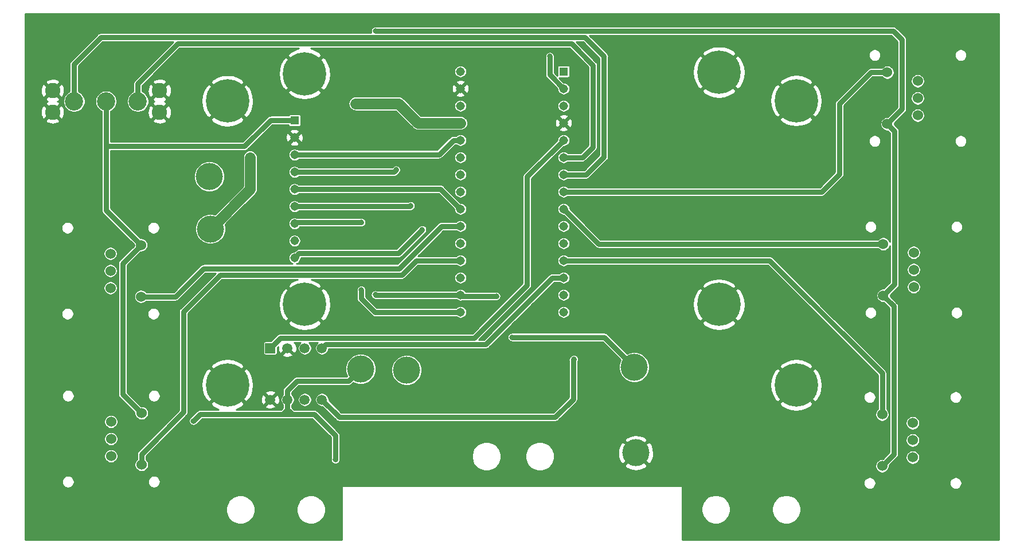
<source format=gtl>
G04 #@! TF.GenerationSoftware,KiCad,Pcbnew,(5.1.9-0-10_14)*
G04 #@! TF.CreationDate,2021-01-20T12:56:53-08:00*
G04 #@! TF.ProjectId,UrbanSteering,55726261-6e53-4746-9565-72696e672e6b,rev?*
G04 #@! TF.SameCoordinates,Original*
G04 #@! TF.FileFunction,Copper,L1,Top*
G04 #@! TF.FilePolarity,Positive*
%FSLAX46Y46*%
G04 Gerber Fmt 4.6, Leading zero omitted, Abs format (unit mm)*
G04 Created by KiCad (PCBNEW (5.1.9-0-10_14)) date 2021-01-20 12:56:53*
%MOMM*%
%LPD*%
G01*
G04 APERTURE LIST*
G04 #@! TA.AperFunction,ComponentPad*
%ADD10C,1.308000*%
G04 #@! TD*
G04 #@! TA.AperFunction,ComponentPad*
%ADD11R,1.308000X1.308000*%
G04 #@! TD*
G04 #@! TA.AperFunction,ComponentPad*
%ADD12C,1.524000*%
G04 #@! TD*
G04 #@! TA.AperFunction,ComponentPad*
%ADD13C,4.000000*%
G04 #@! TD*
G04 #@! TA.AperFunction,ComponentPad*
%ADD14C,1.498600*%
G04 #@! TD*
G04 #@! TA.AperFunction,ComponentPad*
%ADD15R,1.498600X1.498600*%
G04 #@! TD*
G04 #@! TA.AperFunction,ComponentPad*
%ADD16C,6.400000*%
G04 #@! TD*
G04 #@! TA.AperFunction,ComponentPad*
%ADD17C,2.250000*%
G04 #@! TD*
G04 #@! TA.AperFunction,ComponentPad*
%ADD18C,2.700000*%
G04 #@! TD*
G04 #@! TA.AperFunction,ViaPad*
%ADD19C,0.800000*%
G04 #@! TD*
G04 #@! TA.AperFunction,ViaPad*
%ADD20C,1.000000*%
G04 #@! TD*
G04 #@! TA.AperFunction,Conductor*
%ADD21C,0.800000*%
G04 #@! TD*
G04 #@! TA.AperFunction,Conductor*
%ADD22C,1.600000*%
G04 #@! TD*
G04 #@! TA.AperFunction,Conductor*
%ADD23C,0.600000*%
G04 #@! TD*
G04 #@! TA.AperFunction,Conductor*
%ADD24C,0.254000*%
G04 #@! TD*
G04 #@! TA.AperFunction,Conductor*
%ADD25C,0.100000*%
G04 #@! TD*
G04 APERTURE END LIST*
D10*
X146281140Y-63825120D03*
X146281140Y-66365120D03*
X146281140Y-68905120D03*
X146281140Y-71445120D03*
X146281140Y-73985120D03*
X146281140Y-76525120D03*
X146281140Y-79065120D03*
X146281140Y-81605120D03*
X146281140Y-84145120D03*
X146281140Y-86685120D03*
X146281140Y-89225120D03*
X146281140Y-91765120D03*
X146281140Y-94305120D03*
X146281140Y-96845120D03*
X146281140Y-99385120D03*
X161521140Y-99385120D03*
X161521140Y-96845120D03*
X161521140Y-94305120D03*
X161521140Y-91765120D03*
X161521140Y-89225120D03*
X161521140Y-86685120D03*
X161521140Y-84145120D03*
X161521140Y-81605120D03*
X161521140Y-79065120D03*
X161521140Y-76525120D03*
X161521140Y-73985120D03*
X161521140Y-71445120D03*
X161521140Y-68905120D03*
X161521140Y-66365120D03*
D11*
X161521140Y-63825120D03*
D12*
X213809580Y-70312280D03*
X213809580Y-67772280D03*
X213809580Y-65232280D03*
X209309580Y-63962280D03*
X209309580Y-71582280D03*
X213065360Y-120860820D03*
X213065360Y-118320820D03*
X213065360Y-115780820D03*
X208565360Y-114510820D03*
X208565360Y-122130820D03*
X94686120Y-115582700D03*
X94686120Y-118122700D03*
X94686120Y-120662700D03*
X99186120Y-121932700D03*
X99186120Y-114312700D03*
X94609920Y-90746580D03*
X94609920Y-93286580D03*
X94609920Y-95826580D03*
X99109920Y-97096580D03*
X99109920Y-89476580D03*
X213215220Y-95671640D03*
X213215220Y-93131640D03*
X213215220Y-90591640D03*
X208715220Y-89321640D03*
X208715220Y-96941640D03*
D13*
X109192060Y-79344520D03*
X109357160Y-87101680D03*
X131556760Y-107792520D03*
X138351260Y-107955080D03*
X172178980Y-120192800D03*
D10*
X121785380Y-91384120D03*
X121785380Y-88844120D03*
X121785380Y-86304120D03*
X121785380Y-83764120D03*
X121785380Y-81224120D03*
X121785380Y-78684120D03*
X121785380Y-76144120D03*
X121785380Y-73604120D03*
D11*
X121785380Y-71064120D03*
D14*
X118207000Y-112336000D03*
X120747000Y-112336000D03*
X123287000Y-112336000D03*
X125827000Y-112336000D03*
X125827000Y-104716000D03*
X123287000Y-104716000D03*
X120747000Y-104716000D03*
D15*
X118207000Y-104716000D03*
D16*
X195874640Y-68150740D03*
X195877180Y-110169960D03*
X111879380Y-110162340D03*
X111879380Y-68178680D03*
X123278900Y-64170560D03*
X184470040Y-98272600D03*
X123286520Y-98272600D03*
X184470040Y-63949580D03*
D13*
X171964000Y-107524000D03*
D17*
X101853060Y-66649800D03*
X101853060Y-69849800D03*
X86053060Y-69849800D03*
X86053060Y-66649800D03*
D18*
X98653060Y-68249800D03*
X93953060Y-68249800D03*
X89253060Y-68249800D03*
D19*
X151584660Y-97035620D03*
X133713220Y-96822260D03*
X133728460Y-57840880D03*
X163047680Y-106344720D03*
X127806000Y-121197000D03*
X106854178Y-115470941D03*
X153884000Y-103102000D03*
X140650000Y-87187000D03*
X131654000Y-96118000D03*
X131667000Y-86109000D03*
X138953000Y-83648000D03*
X136783000Y-78365000D03*
X159476000Y-61592000D03*
D20*
X130810000Y-68580000D03*
X115234716Y-76535284D03*
D21*
X93953060Y-84319720D02*
X99109920Y-89476580D01*
X99186120Y-114312700D02*
X96385380Y-111511960D01*
X96385380Y-92201120D02*
X99109920Y-89476580D01*
X96385380Y-111511960D02*
X96385380Y-92201120D01*
X121719340Y-71013320D02*
X121714260Y-71008240D01*
X121719340Y-71013320D02*
X118244620Y-71013320D01*
X118244620Y-71013320D02*
X114403140Y-74854800D01*
X114403140Y-74854800D02*
X93953060Y-74854800D01*
X93953060Y-68249800D02*
X93953060Y-74854800D01*
X93953060Y-74854800D02*
X93953060Y-84319720D01*
X208565360Y-122130820D02*
X210299300Y-120396880D01*
X210299300Y-98525720D02*
X208715220Y-96941640D01*
X210299300Y-120396880D02*
X210299300Y-98525720D01*
X208715220Y-96941640D02*
X210393280Y-95263580D01*
X210393280Y-72665980D02*
X209309580Y-71582280D01*
X210393280Y-95263580D02*
X210393280Y-72665980D01*
X146471640Y-97035620D02*
X146281140Y-96845120D01*
X151584660Y-97035620D02*
X146471640Y-97035620D01*
X133736080Y-96845120D02*
X133713220Y-96822260D01*
X146281140Y-96845120D02*
X133736080Y-96845120D01*
X133728460Y-57840880D02*
X210182460Y-57840880D01*
X210182460Y-57840880D02*
X211490560Y-59148980D01*
X211490560Y-69401300D02*
X209309580Y-71582280D01*
X211490560Y-59148980D02*
X211490560Y-69401300D01*
X128390440Y-114899440D02*
X125827000Y-112336000D01*
X160279080Y-114899440D02*
X128390440Y-114899440D01*
X163047680Y-106344720D02*
X162928300Y-106464100D01*
X162928300Y-112250220D02*
X160279080Y-114899440D01*
X162928300Y-106464100D02*
X162928300Y-112250220D01*
X120698260Y-110977680D02*
X122125740Y-109550200D01*
X129799080Y-109550200D02*
X131556760Y-107792520D01*
X122125740Y-109550200D02*
X129799080Y-109550200D01*
X127806000Y-117599000D02*
X127806000Y-121197000D01*
X124665000Y-114458000D02*
X127806000Y-117599000D01*
X122450000Y-114458000D02*
X124665000Y-114458000D01*
X120698260Y-114432260D02*
X120724000Y-114458000D01*
X120698260Y-112287260D02*
X120747000Y-112336000D01*
X120698260Y-110977680D02*
X120698260Y-112287260D01*
X120747000Y-112336000D02*
X120747000Y-113742000D01*
X120724000Y-114458000D02*
X121463000Y-114458000D01*
X121463000Y-114458000D02*
X122450000Y-114458000D01*
X120747000Y-114004000D02*
X120293000Y-114458000D01*
X120747000Y-113742000D02*
X120747000Y-114004000D01*
X120293000Y-114458000D02*
X120724000Y-114458000D01*
X121009000Y-114004000D02*
X121463000Y-114458000D01*
X120747000Y-114004000D02*
X121009000Y-114004000D01*
X120527000Y-114004000D02*
X120073000Y-114458000D01*
X120747000Y-114004000D02*
X120527000Y-114004000D01*
X120073000Y-114458000D02*
X120293000Y-114458000D01*
X120073000Y-114458000D02*
X107867119Y-114458000D01*
X107867119Y-114458000D02*
X106854178Y-115470941D01*
X161521140Y-94305120D02*
X159867600Y-94305120D01*
X159867600Y-94305120D02*
X150012400Y-104160320D01*
X126382680Y-104160320D02*
X125827000Y-104716000D01*
X150012400Y-104160320D02*
X126382680Y-104160320D01*
X119715090Y-103207910D02*
X118207000Y-104716000D01*
X156116020Y-79390240D02*
X156116020Y-95412980D01*
X148321090Y-103207910D02*
X119715090Y-103207910D01*
X156116020Y-95412980D02*
X148321090Y-103207910D01*
X161521140Y-73985120D02*
X156116020Y-79390240D01*
X167542000Y-103102000D02*
X171964000Y-107524000D01*
X153884000Y-103102000D02*
X167542000Y-103102000D01*
X208565360Y-114510820D02*
X208565360Y-108413160D01*
X191917320Y-91765120D02*
X161521140Y-91765120D01*
X208565360Y-108413160D02*
X191917320Y-91765120D01*
X206892094Y-63962280D02*
X202255120Y-68599254D01*
X209309580Y-63962280D02*
X206892094Y-63962280D01*
X202255120Y-68599254D02*
X202255120Y-78988920D01*
X199638920Y-81605120D02*
X161521140Y-81605120D01*
X202255120Y-78988920D02*
X199638920Y-81605120D01*
X166697660Y-89321640D02*
X161521140Y-84145120D01*
X208715220Y-89321640D02*
X166697660Y-89321640D01*
X98653060Y-65644300D02*
X98653060Y-68249800D01*
X104551660Y-59745700D02*
X98653060Y-65644300D01*
X164299900Y-76525120D02*
X165828980Y-74996040D01*
X161521140Y-76525120D02*
X164299900Y-76525120D01*
X165828980Y-74996040D02*
X165828980Y-62887860D01*
X165828980Y-62887860D02*
X162686820Y-59745700D01*
X162686820Y-59745700D02*
X104551660Y-59745700D01*
X89253060Y-62743080D02*
X89253060Y-68249800D01*
X93202850Y-58793290D02*
X89253060Y-62743080D01*
X164858700Y-79065120D02*
X167492680Y-76431140D01*
X161521140Y-79065120D02*
X164858700Y-79065120D01*
X167492680Y-61600080D02*
X164685890Y-58793290D01*
X167492680Y-76431140D02*
X167492680Y-61600080D01*
X164685890Y-58793290D02*
X93202850Y-58793290D01*
X137116000Y-90721000D02*
X140650000Y-87187000D01*
X121785380Y-91384120D02*
X122448500Y-90721000D01*
X122448500Y-90721000D02*
X137116000Y-90721000D01*
X131654000Y-97406000D02*
X131654000Y-96118000D01*
X146281140Y-99385120D02*
X133633120Y-99385120D01*
X133633120Y-99385120D02*
X131654000Y-97406000D01*
X121980500Y-86109000D02*
X121785380Y-86304120D01*
X131667000Y-86109000D02*
X121980500Y-86109000D01*
X138836880Y-83764120D02*
X138953000Y-83648000D01*
X121785380Y-83764120D02*
X138836880Y-83764120D01*
X136463880Y-78684120D02*
X136783000Y-78365000D01*
X121785380Y-78684120D02*
X136463880Y-78684120D01*
X159476000Y-64319980D02*
X161521140Y-66365120D01*
X159476000Y-61592000D02*
X159476000Y-64319980D01*
X121719340Y-76093320D02*
X143132680Y-76093320D01*
X145240880Y-73985120D02*
X146281140Y-73985120D01*
X143132680Y-76093320D02*
X145240880Y-73985120D01*
X99186120Y-121932700D02*
X99186120Y-120384180D01*
X99186120Y-120384180D02*
X105384600Y-114185700D01*
X105384600Y-105956100D02*
X105384600Y-105399840D01*
X105384600Y-99316540D02*
X105384600Y-105956100D01*
X105384600Y-114185700D02*
X105384600Y-105956100D01*
X110807590Y-93893550D02*
X105384600Y-99316540D01*
X146281140Y-91765120D02*
X139769290Y-91765120D01*
X139769290Y-91765120D02*
X137640861Y-93893550D01*
X137640861Y-93893550D02*
X110807590Y-93893550D01*
X137246360Y-92941140D02*
X143502380Y-86685120D01*
X146281140Y-86685120D02*
X143502380Y-86685120D01*
X108366560Y-92941140D02*
X137246360Y-92941140D01*
X99109920Y-97096580D02*
X104211120Y-97096580D01*
X104211120Y-97096580D02*
X108366560Y-92941140D01*
D22*
X130810000Y-68580000D02*
X137160000Y-68580000D01*
X140025120Y-71445120D02*
X146281140Y-71445120D01*
X137160000Y-68580000D02*
X140025120Y-71445120D01*
X109357160Y-87101680D02*
X115234716Y-81224124D01*
X115234716Y-81224124D02*
X115234716Y-76535284D01*
D23*
X121785380Y-81224120D02*
X121841260Y-81280000D01*
D21*
X143360140Y-81224120D02*
X121785380Y-81224120D01*
X146281140Y-84145120D02*
X143360140Y-81224120D01*
D24*
X225770928Y-133069849D02*
X179076429Y-133069849D01*
X179076429Y-128335318D01*
X181831600Y-128335318D01*
X181831600Y-128760682D01*
X181914585Y-129177874D01*
X182077365Y-129570859D01*
X182313685Y-129924537D01*
X182614463Y-130225315D01*
X182968141Y-130461635D01*
X183361126Y-130624415D01*
X183778318Y-130707400D01*
X184203682Y-130707400D01*
X184620874Y-130624415D01*
X185013859Y-130461635D01*
X185367537Y-130225315D01*
X185668315Y-129924537D01*
X185904635Y-129570859D01*
X186067415Y-129177874D01*
X186150400Y-128760682D01*
X186150400Y-128335318D01*
X192251600Y-128335318D01*
X192251600Y-128760682D01*
X192334585Y-129177874D01*
X192497365Y-129570859D01*
X192733685Y-129924537D01*
X193034463Y-130225315D01*
X193388141Y-130461635D01*
X193781126Y-130624415D01*
X194198318Y-130707400D01*
X194623682Y-130707400D01*
X195040874Y-130624415D01*
X195433859Y-130461635D01*
X195787537Y-130225315D01*
X196088315Y-129924537D01*
X196324635Y-129570859D01*
X196487415Y-129177874D01*
X196570400Y-128760682D01*
X196570400Y-128335318D01*
X196487415Y-127918126D01*
X196324635Y-127525141D01*
X196088315Y-127171463D01*
X195787537Y-126870685D01*
X195433859Y-126634365D01*
X195040874Y-126471585D01*
X194623682Y-126388600D01*
X194198318Y-126388600D01*
X193781126Y-126471585D01*
X193388141Y-126634365D01*
X193034463Y-126870685D01*
X192733685Y-127171463D01*
X192497365Y-127525141D01*
X192334585Y-127918126D01*
X192251600Y-128335318D01*
X186150400Y-128335318D01*
X186067415Y-127918126D01*
X185904635Y-127525141D01*
X185668315Y-127171463D01*
X185367537Y-126870685D01*
X185013859Y-126634365D01*
X184620874Y-126471585D01*
X184203682Y-126388600D01*
X183778318Y-126388600D01*
X183361126Y-126471585D01*
X182968141Y-126634365D01*
X182614463Y-126870685D01*
X182313685Y-127171463D01*
X182077365Y-127525141D01*
X181914585Y-127918126D01*
X181831600Y-128335318D01*
X179076429Y-128335318D01*
X179076429Y-125203874D01*
X179077047Y-125197600D01*
X179074580Y-125172556D01*
X179067275Y-125148475D01*
X179055413Y-125126282D01*
X179039449Y-125106829D01*
X179019996Y-125090865D01*
X178997803Y-125079003D01*
X178973722Y-125071698D01*
X178954952Y-125069849D01*
X178948678Y-125069231D01*
X178942405Y-125069849D01*
X133842406Y-125069849D01*
X133842396Y-125069850D01*
X128854954Y-125069850D01*
X128848680Y-125069232D01*
X128842407Y-125069850D01*
X128842406Y-125069850D01*
X128823636Y-125071699D01*
X128799555Y-125079004D01*
X128777362Y-125090866D01*
X128757909Y-125106830D01*
X128741945Y-125126283D01*
X128730083Y-125148476D01*
X128722778Y-125172557D01*
X128720311Y-125197601D01*
X128720930Y-125203885D01*
X128720929Y-133069849D01*
X82026430Y-133069849D01*
X82026430Y-128393318D01*
X111625600Y-128393318D01*
X111625600Y-128818682D01*
X111708585Y-129235874D01*
X111871365Y-129628859D01*
X112107685Y-129982537D01*
X112408463Y-130283315D01*
X112762141Y-130519635D01*
X113155126Y-130682415D01*
X113572318Y-130765400D01*
X113997682Y-130765400D01*
X114414874Y-130682415D01*
X114807859Y-130519635D01*
X115161537Y-130283315D01*
X115462315Y-129982537D01*
X115698635Y-129628859D01*
X115861415Y-129235874D01*
X115944400Y-128818682D01*
X115944400Y-128393318D01*
X122045600Y-128393318D01*
X122045600Y-128818682D01*
X122128585Y-129235874D01*
X122291365Y-129628859D01*
X122527685Y-129982537D01*
X122828463Y-130283315D01*
X123182141Y-130519635D01*
X123575126Y-130682415D01*
X123992318Y-130765400D01*
X124417682Y-130765400D01*
X124834874Y-130682415D01*
X125227859Y-130519635D01*
X125581537Y-130283315D01*
X125882315Y-129982537D01*
X126118635Y-129628859D01*
X126281415Y-129235874D01*
X126364400Y-128818682D01*
X126364400Y-128393318D01*
X126281415Y-127976126D01*
X126118635Y-127583141D01*
X125882315Y-127229463D01*
X125581537Y-126928685D01*
X125227859Y-126692365D01*
X124834874Y-126529585D01*
X124417682Y-126446600D01*
X123992318Y-126446600D01*
X123575126Y-126529585D01*
X123182141Y-126692365D01*
X122828463Y-126928685D01*
X122527685Y-127229463D01*
X122291365Y-127583141D01*
X122128585Y-127976126D01*
X122045600Y-128393318D01*
X115944400Y-128393318D01*
X115861415Y-127976126D01*
X115698635Y-127583141D01*
X115462315Y-127229463D01*
X115161537Y-126928685D01*
X114807859Y-126692365D01*
X114414874Y-126529585D01*
X113997682Y-126446600D01*
X113572318Y-126446600D01*
X113155126Y-126529585D01*
X112762141Y-126692365D01*
X112408463Y-126928685D01*
X112107685Y-127229463D01*
X111871365Y-127583141D01*
X111708585Y-127976126D01*
X111625600Y-128393318D01*
X82026430Y-128393318D01*
X82026430Y-124381162D01*
X87406720Y-124381162D01*
X87406720Y-124564238D01*
X87442436Y-124743796D01*
X87512496Y-124912936D01*
X87614208Y-125065158D01*
X87743662Y-125194612D01*
X87895884Y-125296324D01*
X88065024Y-125366384D01*
X88244582Y-125402100D01*
X88427658Y-125402100D01*
X88607216Y-125366384D01*
X88776356Y-125296324D01*
X88928578Y-125194612D01*
X89058032Y-125065158D01*
X89159744Y-124912936D01*
X89229804Y-124743796D01*
X89265520Y-124564238D01*
X89265520Y-124381162D01*
X100106720Y-124381162D01*
X100106720Y-124564238D01*
X100142436Y-124743796D01*
X100212496Y-124912936D01*
X100314208Y-125065158D01*
X100443662Y-125194612D01*
X100595884Y-125296324D01*
X100765024Y-125366384D01*
X100944582Y-125402100D01*
X101127658Y-125402100D01*
X101307216Y-125366384D01*
X101476356Y-125296324D01*
X101628578Y-125194612D01*
X101758032Y-125065158D01*
X101859744Y-124912936D01*
X101929804Y-124743796D01*
X101962527Y-124579282D01*
X205785960Y-124579282D01*
X205785960Y-124762358D01*
X205821676Y-124941916D01*
X205891736Y-125111056D01*
X205993448Y-125263278D01*
X206122902Y-125392732D01*
X206275124Y-125494444D01*
X206444264Y-125564504D01*
X206623822Y-125600220D01*
X206806898Y-125600220D01*
X206986456Y-125564504D01*
X207155596Y-125494444D01*
X207307818Y-125392732D01*
X207437272Y-125263278D01*
X207538984Y-125111056D01*
X207609044Y-124941916D01*
X207644760Y-124762358D01*
X207644760Y-124579282D01*
X218485960Y-124579282D01*
X218485960Y-124762358D01*
X218521676Y-124941916D01*
X218591736Y-125111056D01*
X218693448Y-125263278D01*
X218822902Y-125392732D01*
X218975124Y-125494444D01*
X219144264Y-125564504D01*
X219323822Y-125600220D01*
X219506898Y-125600220D01*
X219686456Y-125564504D01*
X219855596Y-125494444D01*
X220007818Y-125392732D01*
X220137272Y-125263278D01*
X220238984Y-125111056D01*
X220309044Y-124941916D01*
X220344760Y-124762358D01*
X220344760Y-124579282D01*
X220309044Y-124399724D01*
X220238984Y-124230584D01*
X220137272Y-124078362D01*
X220007818Y-123948908D01*
X219855596Y-123847196D01*
X219686456Y-123777136D01*
X219506898Y-123741420D01*
X219323822Y-123741420D01*
X219144264Y-123777136D01*
X218975124Y-123847196D01*
X218822902Y-123948908D01*
X218693448Y-124078362D01*
X218591736Y-124230584D01*
X218521676Y-124399724D01*
X218485960Y-124579282D01*
X207644760Y-124579282D01*
X207609044Y-124399724D01*
X207538984Y-124230584D01*
X207437272Y-124078362D01*
X207307818Y-123948908D01*
X207155596Y-123847196D01*
X206986456Y-123777136D01*
X206806898Y-123741420D01*
X206623822Y-123741420D01*
X206444264Y-123777136D01*
X206275124Y-123847196D01*
X206122902Y-123948908D01*
X205993448Y-124078362D01*
X205891736Y-124230584D01*
X205821676Y-124399724D01*
X205785960Y-124579282D01*
X101962527Y-124579282D01*
X101965520Y-124564238D01*
X101965520Y-124381162D01*
X101929804Y-124201604D01*
X101859744Y-124032464D01*
X101758032Y-123880242D01*
X101628578Y-123750788D01*
X101476356Y-123649076D01*
X101307216Y-123579016D01*
X101127658Y-123543300D01*
X100944582Y-123543300D01*
X100765024Y-123579016D01*
X100595884Y-123649076D01*
X100443662Y-123750788D01*
X100314208Y-123880242D01*
X100212496Y-124032464D01*
X100142436Y-124201604D01*
X100106720Y-124381162D01*
X89265520Y-124381162D01*
X89229804Y-124201604D01*
X89159744Y-124032464D01*
X89058032Y-123880242D01*
X88928578Y-123750788D01*
X88776356Y-123649076D01*
X88607216Y-123579016D01*
X88427658Y-123543300D01*
X88244582Y-123543300D01*
X88065024Y-123579016D01*
X87895884Y-123649076D01*
X87743662Y-123750788D01*
X87614208Y-123880242D01*
X87512496Y-124032464D01*
X87442436Y-124201604D01*
X87406720Y-124381162D01*
X82026430Y-124381162D01*
X82026430Y-120560131D01*
X93644720Y-120560131D01*
X93644720Y-120765269D01*
X93684740Y-120966465D01*
X93763243Y-121155988D01*
X93877212Y-121326554D01*
X94022266Y-121471608D01*
X94192832Y-121585577D01*
X94382355Y-121664080D01*
X94583551Y-121704100D01*
X94788689Y-121704100D01*
X94989885Y-121664080D01*
X95179408Y-121585577D01*
X95349974Y-121471608D01*
X95495028Y-121326554D01*
X95608997Y-121155988D01*
X95687500Y-120966465D01*
X95727520Y-120765269D01*
X95727520Y-120560131D01*
X95687500Y-120358935D01*
X95608997Y-120169412D01*
X95495028Y-119998846D01*
X95349974Y-119853792D01*
X95179408Y-119739823D01*
X94989885Y-119661320D01*
X94788689Y-119621300D01*
X94583551Y-119621300D01*
X94382355Y-119661320D01*
X94192832Y-119739823D01*
X94022266Y-119853792D01*
X93877212Y-119998846D01*
X93763243Y-120169412D01*
X93684740Y-120358935D01*
X93644720Y-120560131D01*
X82026430Y-120560131D01*
X82026430Y-118020131D01*
X93644720Y-118020131D01*
X93644720Y-118225269D01*
X93684740Y-118426465D01*
X93763243Y-118615988D01*
X93877212Y-118786554D01*
X94022266Y-118931608D01*
X94192832Y-119045577D01*
X94382355Y-119124080D01*
X94583551Y-119164100D01*
X94788689Y-119164100D01*
X94989885Y-119124080D01*
X95179408Y-119045577D01*
X95349974Y-118931608D01*
X95495028Y-118786554D01*
X95608997Y-118615988D01*
X95687500Y-118426465D01*
X95727520Y-118225269D01*
X95727520Y-118020131D01*
X95687500Y-117818935D01*
X95608997Y-117629412D01*
X95495028Y-117458846D01*
X95349974Y-117313792D01*
X95179408Y-117199823D01*
X94989885Y-117121320D01*
X94788689Y-117081300D01*
X94583551Y-117081300D01*
X94382355Y-117121320D01*
X94192832Y-117199823D01*
X94022266Y-117313792D01*
X93877212Y-117458846D01*
X93763243Y-117629412D01*
X93684740Y-117818935D01*
X93644720Y-118020131D01*
X82026430Y-118020131D01*
X82026430Y-115480131D01*
X93644720Y-115480131D01*
X93644720Y-115685269D01*
X93684740Y-115886465D01*
X93763243Y-116075988D01*
X93877212Y-116246554D01*
X94022266Y-116391608D01*
X94192832Y-116505577D01*
X94382355Y-116584080D01*
X94583551Y-116624100D01*
X94788689Y-116624100D01*
X94989885Y-116584080D01*
X95179408Y-116505577D01*
X95349974Y-116391608D01*
X95495028Y-116246554D01*
X95608997Y-116075988D01*
X95687500Y-115886465D01*
X95727520Y-115685269D01*
X95727520Y-115480131D01*
X95687500Y-115278935D01*
X95608997Y-115089412D01*
X95495028Y-114918846D01*
X95349974Y-114773792D01*
X95179408Y-114659823D01*
X94989885Y-114581320D01*
X94788689Y-114541300D01*
X94583551Y-114541300D01*
X94382355Y-114581320D01*
X94192832Y-114659823D01*
X94022266Y-114773792D01*
X93877212Y-114918846D01*
X93763243Y-115089412D01*
X93684740Y-115278935D01*
X93644720Y-115480131D01*
X82026430Y-115480131D01*
X82026430Y-111681162D01*
X87406720Y-111681162D01*
X87406720Y-111864238D01*
X87442436Y-112043796D01*
X87512496Y-112212936D01*
X87614208Y-112365158D01*
X87743662Y-112494612D01*
X87895884Y-112596324D01*
X88065024Y-112666384D01*
X88244582Y-112702100D01*
X88427658Y-112702100D01*
X88607216Y-112666384D01*
X88776356Y-112596324D01*
X88928578Y-112494612D01*
X89058032Y-112365158D01*
X89159744Y-112212936D01*
X89229804Y-112043796D01*
X89265520Y-111864238D01*
X89265520Y-111681162D01*
X89229804Y-111501604D01*
X89159744Y-111332464D01*
X89058032Y-111180242D01*
X88928578Y-111050788D01*
X88776356Y-110949076D01*
X88607216Y-110879016D01*
X88427658Y-110843300D01*
X88244582Y-110843300D01*
X88065024Y-110879016D01*
X87895884Y-110949076D01*
X87743662Y-111050788D01*
X87614208Y-111180242D01*
X87512496Y-111332464D01*
X87442436Y-111501604D01*
X87406720Y-111681162D01*
X82026430Y-111681162D01*
X82026430Y-99545042D01*
X87330520Y-99545042D01*
X87330520Y-99728118D01*
X87366236Y-99907676D01*
X87436296Y-100076816D01*
X87538008Y-100229038D01*
X87667462Y-100358492D01*
X87819684Y-100460204D01*
X87988824Y-100530264D01*
X88168382Y-100565980D01*
X88351458Y-100565980D01*
X88531016Y-100530264D01*
X88700156Y-100460204D01*
X88852378Y-100358492D01*
X88981832Y-100229038D01*
X89083544Y-100076816D01*
X89153604Y-99907676D01*
X89189320Y-99728118D01*
X89189320Y-99545042D01*
X89153604Y-99365484D01*
X89083544Y-99196344D01*
X88981832Y-99044122D01*
X88852378Y-98914668D01*
X88700156Y-98812956D01*
X88531016Y-98742896D01*
X88351458Y-98707180D01*
X88168382Y-98707180D01*
X87988824Y-98742896D01*
X87819684Y-98812956D01*
X87667462Y-98914668D01*
X87538008Y-99044122D01*
X87436296Y-99196344D01*
X87366236Y-99365484D01*
X87330520Y-99545042D01*
X82026430Y-99545042D01*
X82026430Y-95724011D01*
X93568520Y-95724011D01*
X93568520Y-95929149D01*
X93608540Y-96130345D01*
X93687043Y-96319868D01*
X93801012Y-96490434D01*
X93946066Y-96635488D01*
X94116632Y-96749457D01*
X94306155Y-96827960D01*
X94507351Y-96867980D01*
X94712489Y-96867980D01*
X94913685Y-96827960D01*
X95103208Y-96749457D01*
X95273774Y-96635488D01*
X95418828Y-96490434D01*
X95532797Y-96319868D01*
X95611300Y-96130345D01*
X95651320Y-95929149D01*
X95651320Y-95724011D01*
X95611300Y-95522815D01*
X95532797Y-95333292D01*
X95418828Y-95162726D01*
X95273774Y-95017672D01*
X95103208Y-94903703D01*
X94913685Y-94825200D01*
X94712489Y-94785180D01*
X94507351Y-94785180D01*
X94306155Y-94825200D01*
X94116632Y-94903703D01*
X93946066Y-95017672D01*
X93801012Y-95162726D01*
X93687043Y-95333292D01*
X93608540Y-95522815D01*
X93568520Y-95724011D01*
X82026430Y-95724011D01*
X82026430Y-93184011D01*
X93568520Y-93184011D01*
X93568520Y-93389149D01*
X93608540Y-93590345D01*
X93687043Y-93779868D01*
X93801012Y-93950434D01*
X93946066Y-94095488D01*
X94116632Y-94209457D01*
X94306155Y-94287960D01*
X94507351Y-94327980D01*
X94712489Y-94327980D01*
X94913685Y-94287960D01*
X95103208Y-94209457D01*
X95273774Y-94095488D01*
X95418828Y-93950434D01*
X95532797Y-93779868D01*
X95611300Y-93590345D01*
X95651320Y-93389149D01*
X95651320Y-93184011D01*
X95611300Y-92982815D01*
X95532797Y-92793292D01*
X95418828Y-92622726D01*
X95273774Y-92477672D01*
X95103208Y-92363703D01*
X94913685Y-92285200D01*
X94712489Y-92245180D01*
X94507351Y-92245180D01*
X94306155Y-92285200D01*
X94116632Y-92363703D01*
X93946066Y-92477672D01*
X93801012Y-92622726D01*
X93687043Y-92793292D01*
X93608540Y-92982815D01*
X93568520Y-93184011D01*
X82026430Y-93184011D01*
X82026430Y-90644011D01*
X93568520Y-90644011D01*
X93568520Y-90849149D01*
X93608540Y-91050345D01*
X93687043Y-91239868D01*
X93801012Y-91410434D01*
X93946066Y-91555488D01*
X94116632Y-91669457D01*
X94306155Y-91747960D01*
X94507351Y-91787980D01*
X94712489Y-91787980D01*
X94913685Y-91747960D01*
X95103208Y-91669457D01*
X95273774Y-91555488D01*
X95418828Y-91410434D01*
X95532797Y-91239868D01*
X95611300Y-91050345D01*
X95651320Y-90849149D01*
X95651320Y-90644011D01*
X95611300Y-90442815D01*
X95532797Y-90253292D01*
X95418828Y-90082726D01*
X95273774Y-89937672D01*
X95103208Y-89823703D01*
X94913685Y-89745200D01*
X94712489Y-89705180D01*
X94507351Y-89705180D01*
X94306155Y-89745200D01*
X94116632Y-89823703D01*
X93946066Y-89937672D01*
X93801012Y-90082726D01*
X93687043Y-90253292D01*
X93608540Y-90442815D01*
X93568520Y-90644011D01*
X82026430Y-90644011D01*
X82026430Y-86845042D01*
X87330520Y-86845042D01*
X87330520Y-87028118D01*
X87366236Y-87207676D01*
X87436296Y-87376816D01*
X87538008Y-87529038D01*
X87667462Y-87658492D01*
X87819684Y-87760204D01*
X87988824Y-87830264D01*
X88168382Y-87865980D01*
X88351458Y-87865980D01*
X88531016Y-87830264D01*
X88700156Y-87760204D01*
X88852378Y-87658492D01*
X88981832Y-87529038D01*
X89083544Y-87376816D01*
X89153604Y-87207676D01*
X89189320Y-87028118D01*
X89189320Y-86845042D01*
X89153604Y-86665484D01*
X89083544Y-86496344D01*
X88981832Y-86344122D01*
X88852378Y-86214668D01*
X88700156Y-86112956D01*
X88531016Y-86042896D01*
X88351458Y-86007180D01*
X88168382Y-86007180D01*
X87988824Y-86042896D01*
X87819684Y-86112956D01*
X87667462Y-86214668D01*
X87538008Y-86344122D01*
X87436296Y-86496344D01*
X87366236Y-86665484D01*
X87330520Y-86845042D01*
X82026430Y-86845042D01*
X82026430Y-71074331D01*
X85008134Y-71074331D01*
X85118981Y-71351514D01*
X85429900Y-71504889D01*
X85764765Y-71594660D01*
X86110710Y-71617376D01*
X86454440Y-71572166D01*
X86782745Y-71460766D01*
X86987139Y-71351514D01*
X87097986Y-71074331D01*
X86053060Y-70029405D01*
X85008134Y-71074331D01*
X82026430Y-71074331D01*
X82026430Y-69907450D01*
X84285484Y-69907450D01*
X84330694Y-70251180D01*
X84442094Y-70579485D01*
X84551346Y-70783879D01*
X84828529Y-70894726D01*
X85873455Y-69849800D01*
X86232665Y-69849800D01*
X87277591Y-70894726D01*
X87554774Y-70783879D01*
X87708149Y-70472960D01*
X87797920Y-70138095D01*
X87820636Y-69792150D01*
X87775426Y-69448420D01*
X87664026Y-69120115D01*
X87554774Y-68915721D01*
X87277591Y-68804874D01*
X86232665Y-69849800D01*
X85873455Y-69849800D01*
X84828529Y-68804874D01*
X84551346Y-68915721D01*
X84397971Y-69226640D01*
X84308200Y-69561505D01*
X84285484Y-69907450D01*
X82026430Y-69907450D01*
X82026430Y-67874331D01*
X85008134Y-67874331D01*
X85118981Y-68151514D01*
X85310234Y-68245858D01*
X85118981Y-68348086D01*
X85008134Y-68625269D01*
X86053060Y-69670195D01*
X87097986Y-68625269D01*
X86987139Y-68348086D01*
X86795886Y-68253742D01*
X86987139Y-68151514D01*
X87012011Y-68089318D01*
X87623660Y-68089318D01*
X87623660Y-68410282D01*
X87686277Y-68725078D01*
X87809104Y-69021610D01*
X87987422Y-69288482D01*
X88214378Y-69515438D01*
X88481250Y-69693756D01*
X88777782Y-69816583D01*
X89092578Y-69879200D01*
X89413542Y-69879200D01*
X89728338Y-69816583D01*
X90024870Y-69693756D01*
X90291742Y-69515438D01*
X90518698Y-69288482D01*
X90697016Y-69021610D01*
X90819843Y-68725078D01*
X90882460Y-68410282D01*
X90882460Y-68089318D01*
X92323660Y-68089318D01*
X92323660Y-68410282D01*
X92386277Y-68725078D01*
X92509104Y-69021610D01*
X92687422Y-69288482D01*
X92914378Y-69515438D01*
X93181250Y-69693756D01*
X93273660Y-69732033D01*
X93273661Y-74821417D01*
X93270373Y-74854800D01*
X93273660Y-74888173D01*
X93273661Y-84286338D01*
X93270373Y-84319720D01*
X93283491Y-84452904D01*
X93322340Y-84580973D01*
X93347398Y-84627852D01*
X93385428Y-84699001D01*
X93470328Y-84802453D01*
X93496252Y-84823728D01*
X98068520Y-89395997D01*
X98068520Y-89557163D01*
X95928572Y-91697112D01*
X95902648Y-91718387D01*
X95865707Y-91763400D01*
X95817747Y-91821840D01*
X95754660Y-91939867D01*
X95715811Y-92067936D01*
X95702693Y-92201120D01*
X95705981Y-92234502D01*
X95705980Y-111478588D01*
X95702693Y-111511960D01*
X95705980Y-111545332D01*
X95715811Y-111645145D01*
X95754659Y-111773212D01*
X95817747Y-111891240D01*
X95902647Y-111994692D01*
X95928573Y-112015969D01*
X98144720Y-114232117D01*
X98144720Y-114415269D01*
X98184740Y-114616465D01*
X98263243Y-114805988D01*
X98377212Y-114976554D01*
X98522266Y-115121608D01*
X98692832Y-115235577D01*
X98882355Y-115314080D01*
X99083551Y-115354100D01*
X99288689Y-115354100D01*
X99489885Y-115314080D01*
X99679408Y-115235577D01*
X99849974Y-115121608D01*
X99995028Y-114976554D01*
X100108997Y-114805988D01*
X100187500Y-114616465D01*
X100227520Y-114415269D01*
X100227520Y-114210131D01*
X100187500Y-114008935D01*
X100108997Y-113819412D01*
X99995028Y-113648846D01*
X99849974Y-113503792D01*
X99679408Y-113389823D01*
X99489885Y-113311320D01*
X99288689Y-113271300D01*
X99105537Y-113271300D01*
X97515399Y-111681162D01*
X100106720Y-111681162D01*
X100106720Y-111864238D01*
X100142436Y-112043796D01*
X100212496Y-112212936D01*
X100314208Y-112365158D01*
X100443662Y-112494612D01*
X100595884Y-112596324D01*
X100765024Y-112666384D01*
X100944582Y-112702100D01*
X101127658Y-112702100D01*
X101307216Y-112666384D01*
X101476356Y-112596324D01*
X101628578Y-112494612D01*
X101758032Y-112365158D01*
X101859744Y-112212936D01*
X101929804Y-112043796D01*
X101965520Y-111864238D01*
X101965520Y-111681162D01*
X101929804Y-111501604D01*
X101859744Y-111332464D01*
X101758032Y-111180242D01*
X101628578Y-111050788D01*
X101476356Y-110949076D01*
X101307216Y-110879016D01*
X101127658Y-110843300D01*
X100944582Y-110843300D01*
X100765024Y-110879016D01*
X100595884Y-110949076D01*
X100443662Y-111050788D01*
X100314208Y-111180242D01*
X100212496Y-111332464D01*
X100142436Y-111501604D01*
X100106720Y-111681162D01*
X97515399Y-111681162D01*
X97064780Y-111230544D01*
X97064780Y-99545042D01*
X100030520Y-99545042D01*
X100030520Y-99728118D01*
X100066236Y-99907676D01*
X100136296Y-100076816D01*
X100238008Y-100229038D01*
X100367462Y-100358492D01*
X100519684Y-100460204D01*
X100688824Y-100530264D01*
X100868382Y-100565980D01*
X101051458Y-100565980D01*
X101231016Y-100530264D01*
X101400156Y-100460204D01*
X101552378Y-100358492D01*
X101681832Y-100229038D01*
X101783544Y-100076816D01*
X101853604Y-99907676D01*
X101889320Y-99728118D01*
X101889320Y-99545042D01*
X101853604Y-99365484D01*
X101783544Y-99196344D01*
X101681832Y-99044122D01*
X101552378Y-98914668D01*
X101400156Y-98812956D01*
X101231016Y-98742896D01*
X101051458Y-98707180D01*
X100868382Y-98707180D01*
X100688824Y-98742896D01*
X100519684Y-98812956D01*
X100367462Y-98914668D01*
X100238008Y-99044122D01*
X100136296Y-99196344D01*
X100066236Y-99365484D01*
X100030520Y-99545042D01*
X97064780Y-99545042D01*
X97064780Y-96994011D01*
X98068520Y-96994011D01*
X98068520Y-97199149D01*
X98108540Y-97400345D01*
X98187043Y-97589868D01*
X98301012Y-97760434D01*
X98446066Y-97905488D01*
X98616632Y-98019457D01*
X98806155Y-98097960D01*
X99007351Y-98137980D01*
X99212489Y-98137980D01*
X99413685Y-98097960D01*
X99603208Y-98019457D01*
X99773774Y-97905488D01*
X99903282Y-97775980D01*
X104177748Y-97775980D01*
X104211120Y-97779267D01*
X104244492Y-97775980D01*
X104244493Y-97775980D01*
X104344306Y-97766149D01*
X104472373Y-97727301D01*
X104590401Y-97664213D01*
X104693853Y-97579313D01*
X104715133Y-97553383D01*
X108647976Y-93620540D01*
X110119783Y-93620540D01*
X104927793Y-98812531D01*
X104901867Y-98833808D01*
X104816967Y-98937260D01*
X104753879Y-99055288D01*
X104715031Y-99183355D01*
X104715031Y-99183356D01*
X104701913Y-99316540D01*
X104705200Y-99349912D01*
X104705201Y-105366458D01*
X104705200Y-105366467D01*
X104705200Y-105989472D01*
X104705201Y-105989482D01*
X104705200Y-113904283D01*
X98729312Y-119880172D01*
X98703388Y-119901447D01*
X98682114Y-119927370D01*
X98618487Y-120004900D01*
X98555400Y-120122927D01*
X98516551Y-120250996D01*
X98503433Y-120384180D01*
X98506721Y-120417562D01*
X98506721Y-121139337D01*
X98377212Y-121268846D01*
X98263243Y-121439412D01*
X98184740Y-121628935D01*
X98144720Y-121830131D01*
X98144720Y-122035269D01*
X98184740Y-122236465D01*
X98263243Y-122425988D01*
X98377212Y-122596554D01*
X98522266Y-122741608D01*
X98692832Y-122855577D01*
X98882355Y-122934080D01*
X99083551Y-122974100D01*
X99288689Y-122974100D01*
X99489885Y-122934080D01*
X99679408Y-122855577D01*
X99849974Y-122741608D01*
X99995028Y-122596554D01*
X100108997Y-122425988D01*
X100187500Y-122236465D01*
X100227520Y-122035269D01*
X100227520Y-121830131D01*
X100187500Y-121628935D01*
X100108997Y-121439412D01*
X99995028Y-121268846D01*
X99865520Y-121139338D01*
X99865520Y-120665596D01*
X105060175Y-115470941D01*
X106171491Y-115470941D01*
X106174778Y-115504313D01*
X106174778Y-115537856D01*
X106181322Y-115570757D01*
X106184609Y-115604125D01*
X106194342Y-115636210D01*
X106200887Y-115669115D01*
X106213725Y-115700108D01*
X106223458Y-115732194D01*
X106239266Y-115761768D01*
X106252102Y-115792757D01*
X106270737Y-115820646D01*
X106286545Y-115850221D01*
X106307818Y-115876142D01*
X106326454Y-115904033D01*
X106350174Y-115927753D01*
X106371446Y-115953673D01*
X106397366Y-115974945D01*
X106421086Y-115998665D01*
X106448977Y-116017301D01*
X106474898Y-116038574D01*
X106504473Y-116054382D01*
X106532362Y-116073017D01*
X106563351Y-116085853D01*
X106592925Y-116101661D01*
X106625011Y-116111394D01*
X106656004Y-116124232D01*
X106688909Y-116130777D01*
X106720994Y-116140510D01*
X106754362Y-116143797D01*
X106787263Y-116150341D01*
X106820806Y-116150341D01*
X106854178Y-116153628D01*
X106887550Y-116150341D01*
X106921093Y-116150341D01*
X106953994Y-116143797D01*
X106987362Y-116140510D01*
X107019447Y-116130777D01*
X107052352Y-116124232D01*
X107083345Y-116111394D01*
X107115431Y-116101661D01*
X107145005Y-116085853D01*
X107175994Y-116073017D01*
X107203883Y-116054382D01*
X107233458Y-116038574D01*
X107259380Y-116017300D01*
X107287270Y-115998665D01*
X107381902Y-115904033D01*
X108148536Y-115137400D01*
X120039628Y-115137400D01*
X120073000Y-115140687D01*
X120106372Y-115137400D01*
X120259628Y-115137400D01*
X120293000Y-115140687D01*
X120326372Y-115137400D01*
X120690628Y-115137400D01*
X120724000Y-115140687D01*
X120757372Y-115137400D01*
X121429628Y-115137400D01*
X121463000Y-115140687D01*
X121496372Y-115137400D01*
X124383584Y-115137400D01*
X127126600Y-117880416D01*
X127126601Y-121130080D01*
X127126600Y-121130085D01*
X127126600Y-121263915D01*
X127133146Y-121296824D01*
X127136432Y-121330186D01*
X127146163Y-121362266D01*
X127152709Y-121395174D01*
X127165547Y-121426168D01*
X127175280Y-121458253D01*
X127191087Y-121487826D01*
X127203924Y-121518816D01*
X127222561Y-121546708D01*
X127238368Y-121576281D01*
X127259640Y-121602202D01*
X127278276Y-121630092D01*
X127301993Y-121653809D01*
X127323268Y-121679733D01*
X127349192Y-121701008D01*
X127372908Y-121724724D01*
X127400797Y-121743359D01*
X127426720Y-121764633D01*
X127456296Y-121780442D01*
X127484184Y-121799076D01*
X127515170Y-121811911D01*
X127544748Y-121827721D01*
X127576839Y-121837455D01*
X127607826Y-121850291D01*
X127640727Y-121856835D01*
X127672815Y-121866569D01*
X127706185Y-121869856D01*
X127739085Y-121876400D01*
X127772628Y-121876400D01*
X127806000Y-121879687D01*
X127839373Y-121876400D01*
X127872915Y-121876400D01*
X127905815Y-121869856D01*
X127939186Y-121866569D01*
X127971276Y-121856835D01*
X128004174Y-121850291D01*
X128035159Y-121837457D01*
X128067253Y-121827721D01*
X128096835Y-121811909D01*
X128127816Y-121799076D01*
X128155700Y-121780444D01*
X128185281Y-121764633D01*
X128211208Y-121743355D01*
X128239092Y-121724724D01*
X128262803Y-121701013D01*
X128288733Y-121679733D01*
X128310013Y-121653803D01*
X128333724Y-121630092D01*
X128352355Y-121602208D01*
X128373633Y-121576281D01*
X128389444Y-121546700D01*
X128408076Y-121518816D01*
X128420909Y-121487835D01*
X128436721Y-121458253D01*
X128446457Y-121426159D01*
X128459291Y-121395174D01*
X128465835Y-121362276D01*
X128475569Y-121330186D01*
X128478856Y-121296814D01*
X128485400Y-121263915D01*
X128485400Y-120495815D01*
X147941840Y-120495815D01*
X147941840Y-120926105D01*
X148025786Y-121348126D01*
X148190450Y-121745661D01*
X148429506Y-122103434D01*
X148733766Y-122407694D01*
X149091539Y-122646750D01*
X149489074Y-122811414D01*
X149911095Y-122895360D01*
X150341385Y-122895360D01*
X150763406Y-122811414D01*
X151160941Y-122646750D01*
X151518714Y-122407694D01*
X151822974Y-122103434D01*
X152062030Y-121745661D01*
X152226694Y-121348126D01*
X152310640Y-120926105D01*
X152310640Y-120495815D01*
X155821840Y-120495815D01*
X155821840Y-120926105D01*
X155905786Y-121348126D01*
X156070450Y-121745661D01*
X156309506Y-122103434D01*
X156613766Y-122407694D01*
X156971539Y-122646750D01*
X157369074Y-122811414D01*
X157791095Y-122895360D01*
X158221385Y-122895360D01*
X158643406Y-122811414D01*
X159040941Y-122646750D01*
X159398714Y-122407694D01*
X159702974Y-122103434D01*
X159745159Y-122040299D01*
X170511086Y-122040299D01*
X170727208Y-122407058D01*
X171187085Y-122647738D01*
X171685078Y-122794075D01*
X172202051Y-122840448D01*
X172718139Y-122785073D01*
X173213506Y-122630079D01*
X173630752Y-122407058D01*
X173846874Y-122040299D01*
X172178980Y-120372405D01*
X170511086Y-122040299D01*
X159745159Y-122040299D01*
X159942030Y-121745661D01*
X160106694Y-121348126D01*
X160190640Y-120926105D01*
X160190640Y-120495815D01*
X160134956Y-120215871D01*
X169531332Y-120215871D01*
X169586707Y-120731959D01*
X169741701Y-121227326D01*
X169964722Y-121644572D01*
X170331481Y-121860694D01*
X171999375Y-120192800D01*
X172358585Y-120192800D01*
X174026479Y-121860694D01*
X174393238Y-121644572D01*
X174633918Y-121184695D01*
X174780255Y-120686702D01*
X174826628Y-120169729D01*
X174771253Y-119653641D01*
X174616259Y-119158274D01*
X174393238Y-118741028D01*
X174026479Y-118524906D01*
X172358585Y-120192800D01*
X171999375Y-120192800D01*
X170331481Y-118524906D01*
X169964722Y-118741028D01*
X169724042Y-119200905D01*
X169577705Y-119698898D01*
X169531332Y-120215871D01*
X160134956Y-120215871D01*
X160106694Y-120073794D01*
X159942030Y-119676259D01*
X159702974Y-119318486D01*
X159398714Y-119014226D01*
X159040941Y-118775170D01*
X158643406Y-118610506D01*
X158221385Y-118526560D01*
X157791095Y-118526560D01*
X157369074Y-118610506D01*
X156971539Y-118775170D01*
X156613766Y-119014226D01*
X156309506Y-119318486D01*
X156070450Y-119676259D01*
X155905786Y-120073794D01*
X155821840Y-120495815D01*
X152310640Y-120495815D01*
X152226694Y-120073794D01*
X152062030Y-119676259D01*
X151822974Y-119318486D01*
X151518714Y-119014226D01*
X151160941Y-118775170D01*
X150763406Y-118610506D01*
X150341385Y-118526560D01*
X149911095Y-118526560D01*
X149489074Y-118610506D01*
X149091539Y-118775170D01*
X148733766Y-119014226D01*
X148429506Y-119318486D01*
X148190450Y-119676259D01*
X148025786Y-120073794D01*
X147941840Y-120495815D01*
X128485400Y-120495815D01*
X128485400Y-118345301D01*
X170511086Y-118345301D01*
X172178980Y-120013195D01*
X173846874Y-118345301D01*
X173630752Y-117978542D01*
X173170875Y-117737862D01*
X172672882Y-117591525D01*
X172155909Y-117545152D01*
X171639821Y-117600527D01*
X171144454Y-117755521D01*
X170727208Y-117978542D01*
X170511086Y-118345301D01*
X128485400Y-118345301D01*
X128485400Y-117632372D01*
X128488687Y-117599000D01*
X128475569Y-117465815D01*
X128436721Y-117337746D01*
X128405177Y-117278733D01*
X128373633Y-117219719D01*
X128288732Y-117116267D01*
X128262808Y-117094992D01*
X125169013Y-114001197D01*
X125147733Y-113975267D01*
X125044281Y-113890367D01*
X124926253Y-113827279D01*
X124798186Y-113788431D01*
X124698373Y-113778600D01*
X124698372Y-113778600D01*
X124665000Y-113775313D01*
X124631628Y-113778600D01*
X121744416Y-113778600D01*
X121513013Y-113547197D01*
X121491733Y-113521267D01*
X121426400Y-113467650D01*
X121426400Y-113111401D01*
X121546043Y-112991758D01*
X121658622Y-112823272D01*
X121736167Y-112636061D01*
X121775700Y-112437318D01*
X121775700Y-112234682D01*
X122258300Y-112234682D01*
X122258300Y-112437318D01*
X122297833Y-112636061D01*
X122375378Y-112823272D01*
X122487957Y-112991758D01*
X122631242Y-113135043D01*
X122799728Y-113247622D01*
X122986939Y-113325167D01*
X123185682Y-113364700D01*
X123388318Y-113364700D01*
X123587061Y-113325167D01*
X123774272Y-113247622D01*
X123942758Y-113135043D01*
X124086043Y-112991758D01*
X124198622Y-112823272D01*
X124276167Y-112636061D01*
X124315700Y-112437318D01*
X124315700Y-112234682D01*
X124798300Y-112234682D01*
X124798300Y-112437318D01*
X124837833Y-112636061D01*
X124915378Y-112823272D01*
X125027957Y-112991758D01*
X125171242Y-113135043D01*
X125339728Y-113247622D01*
X125526939Y-113325167D01*
X125725682Y-113364700D01*
X125894884Y-113364700D01*
X127886427Y-115356243D01*
X127907707Y-115382173D01*
X128011159Y-115467073D01*
X128029834Y-115477055D01*
X128129186Y-115530161D01*
X128154554Y-115537856D01*
X128257254Y-115569009D01*
X128357067Y-115578840D01*
X128357068Y-115578840D01*
X128390440Y-115582127D01*
X128423812Y-115578840D01*
X160245708Y-115578840D01*
X160279080Y-115582127D01*
X160312452Y-115578840D01*
X160312453Y-115578840D01*
X160412266Y-115569009D01*
X160540333Y-115530161D01*
X160658361Y-115467073D01*
X160761813Y-115382173D01*
X160783093Y-115356243D01*
X163268495Y-112870841D01*
X193355904Y-112870841D01*
X193716092Y-113360508D01*
X194380062Y-113720809D01*
X195101565Y-113944654D01*
X195852875Y-114023440D01*
X196605118Y-113954138D01*
X197329388Y-113739412D01*
X197997850Y-113387515D01*
X198038268Y-113360508D01*
X198398456Y-112870841D01*
X195877180Y-110349565D01*
X193355904Y-112870841D01*
X163268495Y-112870841D01*
X163385103Y-112754233D01*
X163411033Y-112732953D01*
X163495933Y-112629501D01*
X163559021Y-112511473D01*
X163597869Y-112383406D01*
X163607700Y-112283593D01*
X163607700Y-112283592D01*
X163610987Y-112250220D01*
X163607700Y-112216848D01*
X163607700Y-110145655D01*
X192023700Y-110145655D01*
X192093002Y-110897898D01*
X192307728Y-111622168D01*
X192659625Y-112290630D01*
X192686632Y-112331048D01*
X193176299Y-112691236D01*
X195697575Y-110169960D01*
X196056785Y-110169960D01*
X198578061Y-112691236D01*
X199067728Y-112331048D01*
X199312877Y-111879282D01*
X205785960Y-111879282D01*
X205785960Y-112062358D01*
X205821676Y-112241916D01*
X205891736Y-112411056D01*
X205993448Y-112563278D01*
X206122902Y-112692732D01*
X206275124Y-112794444D01*
X206444264Y-112864504D01*
X206623822Y-112900220D01*
X206806898Y-112900220D01*
X206986456Y-112864504D01*
X207155596Y-112794444D01*
X207307818Y-112692732D01*
X207437272Y-112563278D01*
X207538984Y-112411056D01*
X207609044Y-112241916D01*
X207644760Y-112062358D01*
X207644760Y-111879282D01*
X207609044Y-111699724D01*
X207538984Y-111530584D01*
X207437272Y-111378362D01*
X207307818Y-111248908D01*
X207155596Y-111147196D01*
X206986456Y-111077136D01*
X206806898Y-111041420D01*
X206623822Y-111041420D01*
X206444264Y-111077136D01*
X206275124Y-111147196D01*
X206122902Y-111248908D01*
X205993448Y-111378362D01*
X205891736Y-111530584D01*
X205821676Y-111699724D01*
X205785960Y-111879282D01*
X199312877Y-111879282D01*
X199428029Y-111667078D01*
X199651874Y-110945575D01*
X199730660Y-110194265D01*
X199661358Y-109442022D01*
X199446632Y-108717752D01*
X199094735Y-108049290D01*
X199067728Y-108008872D01*
X198578061Y-107648684D01*
X196056785Y-110169960D01*
X195697575Y-110169960D01*
X193176299Y-107648684D01*
X192686632Y-108008872D01*
X192326331Y-108672842D01*
X192102486Y-109394345D01*
X192023700Y-110145655D01*
X163607700Y-110145655D01*
X163607700Y-106733276D01*
X163615313Y-106723999D01*
X163631119Y-106694428D01*
X163649756Y-106666536D01*
X163662593Y-106635546D01*
X163678400Y-106605973D01*
X163688133Y-106573887D01*
X163700971Y-106542894D01*
X163707516Y-106509989D01*
X163717249Y-106477904D01*
X163720536Y-106444536D01*
X163727080Y-106411635D01*
X163727080Y-106378092D01*
X163730367Y-106344720D01*
X163727080Y-106311348D01*
X163727080Y-106277805D01*
X163720536Y-106244905D01*
X163717249Y-106211535D01*
X163707516Y-106179449D01*
X163700971Y-106146546D01*
X163688133Y-106115554D01*
X163678400Y-106083467D01*
X163662592Y-106053893D01*
X163649756Y-106022904D01*
X163631121Y-105995015D01*
X163615313Y-105965440D01*
X163594040Y-105939519D01*
X163575404Y-105911628D01*
X163551684Y-105887908D01*
X163530412Y-105861988D01*
X163504490Y-105840714D01*
X163480772Y-105816996D01*
X163452881Y-105798360D01*
X163426960Y-105777087D01*
X163397385Y-105761279D01*
X163369496Y-105742644D01*
X163338507Y-105729808D01*
X163308933Y-105714000D01*
X163276846Y-105704267D01*
X163245854Y-105691429D01*
X163212951Y-105684884D01*
X163180865Y-105675151D01*
X163147495Y-105671864D01*
X163114595Y-105665320D01*
X163081052Y-105665320D01*
X163047680Y-105662033D01*
X163014308Y-105665320D01*
X162980765Y-105665320D01*
X162947864Y-105671864D01*
X162914496Y-105675151D01*
X162882411Y-105684884D01*
X162849506Y-105691429D01*
X162818513Y-105704267D01*
X162786427Y-105714000D01*
X162756854Y-105729807D01*
X162725864Y-105742644D01*
X162697972Y-105761281D01*
X162668401Y-105777087D01*
X162642483Y-105798357D01*
X162614588Y-105816996D01*
X162519956Y-105911628D01*
X162519955Y-105911630D01*
X162471494Y-105960090D01*
X162445567Y-105981368D01*
X162360667Y-106084820D01*
X162297579Y-106202848D01*
X162258731Y-106330915D01*
X162258731Y-106330916D01*
X162245613Y-106464100D01*
X162248900Y-106497472D01*
X162248901Y-111968803D01*
X159997664Y-114220040D01*
X128671856Y-114220040D01*
X126855700Y-112403884D01*
X126855700Y-112234682D01*
X126816167Y-112035939D01*
X126738622Y-111848728D01*
X126626043Y-111680242D01*
X126482758Y-111536957D01*
X126314272Y-111424378D01*
X126127061Y-111346833D01*
X125928318Y-111307300D01*
X125725682Y-111307300D01*
X125526939Y-111346833D01*
X125339728Y-111424378D01*
X125171242Y-111536957D01*
X125027957Y-111680242D01*
X124915378Y-111848728D01*
X124837833Y-112035939D01*
X124798300Y-112234682D01*
X124315700Y-112234682D01*
X124276167Y-112035939D01*
X124198622Y-111848728D01*
X124086043Y-111680242D01*
X123942758Y-111536957D01*
X123774272Y-111424378D01*
X123587061Y-111346833D01*
X123388318Y-111307300D01*
X123185682Y-111307300D01*
X122986939Y-111346833D01*
X122799728Y-111424378D01*
X122631242Y-111536957D01*
X122487957Y-111680242D01*
X122375378Y-111848728D01*
X122297833Y-112035939D01*
X122258300Y-112234682D01*
X121775700Y-112234682D01*
X121736167Y-112035939D01*
X121658622Y-111848728D01*
X121546043Y-111680242D01*
X121402758Y-111536957D01*
X121377660Y-111520187D01*
X121377660Y-111259096D01*
X122407156Y-110229600D01*
X129765708Y-110229600D01*
X129799080Y-110232887D01*
X129832452Y-110229600D01*
X129832453Y-110229600D01*
X129932266Y-110219769D01*
X130060333Y-110180921D01*
X130178361Y-110117833D01*
X130281813Y-110032933D01*
X130303093Y-110007003D01*
X130491582Y-109818514D01*
X130891884Y-109984324D01*
X131332259Y-110071920D01*
X131781261Y-110071920D01*
X132221636Y-109984324D01*
X132636461Y-109812498D01*
X133009793Y-109563046D01*
X133327286Y-109245553D01*
X133576738Y-108872221D01*
X133748564Y-108457396D01*
X133836160Y-108017021D01*
X133836160Y-107730579D01*
X136071860Y-107730579D01*
X136071860Y-108179581D01*
X136159456Y-108619956D01*
X136331282Y-109034781D01*
X136580734Y-109408113D01*
X136898227Y-109725606D01*
X137271559Y-109975058D01*
X137686384Y-110146884D01*
X138126759Y-110234480D01*
X138575761Y-110234480D01*
X139016136Y-110146884D01*
X139430961Y-109975058D01*
X139804293Y-109725606D01*
X140121786Y-109408113D01*
X140371238Y-109034781D01*
X140543064Y-108619956D01*
X140630660Y-108179581D01*
X140630660Y-107730579D01*
X140543064Y-107290204D01*
X140371238Y-106875379D01*
X140121786Y-106502047D01*
X139804293Y-106184554D01*
X139430961Y-105935102D01*
X139016136Y-105763276D01*
X138575761Y-105675680D01*
X138126759Y-105675680D01*
X137686384Y-105763276D01*
X137271559Y-105935102D01*
X136898227Y-106184554D01*
X136580734Y-106502047D01*
X136331282Y-106875379D01*
X136159456Y-107290204D01*
X136071860Y-107730579D01*
X133836160Y-107730579D01*
X133836160Y-107568019D01*
X133748564Y-107127644D01*
X133576738Y-106712819D01*
X133327286Y-106339487D01*
X133009793Y-106021994D01*
X132636461Y-105772542D01*
X132221636Y-105600716D01*
X131781261Y-105513120D01*
X131332259Y-105513120D01*
X130891884Y-105600716D01*
X130477059Y-105772542D01*
X130103727Y-106021994D01*
X129786234Y-106339487D01*
X129536782Y-106712819D01*
X129364956Y-107127644D01*
X129277360Y-107568019D01*
X129277360Y-108017021D01*
X129364956Y-108457396D01*
X129530766Y-108857698D01*
X129517664Y-108870800D01*
X122159112Y-108870800D01*
X122125740Y-108867513D01*
X122092368Y-108870800D01*
X122092367Y-108870800D01*
X121992554Y-108880631D01*
X121928521Y-108900055D01*
X121864486Y-108919479D01*
X121805473Y-108951023D01*
X121746459Y-108982567D01*
X121643007Y-109067467D01*
X121621727Y-109093397D01*
X120241453Y-110473671D01*
X120215527Y-110494948D01*
X120130627Y-110598400D01*
X120067539Y-110716428D01*
X120028691Y-110844495D01*
X120028691Y-110844496D01*
X120015573Y-110977680D01*
X120018860Y-111011053D01*
X120018860Y-111609339D01*
X119947957Y-111680242D01*
X119835378Y-111848728D01*
X119757833Y-112035939D01*
X119718300Y-112234682D01*
X119718300Y-112437318D01*
X119757833Y-112636061D01*
X119835378Y-112823272D01*
X119947957Y-112991758D01*
X120067601Y-113111402D01*
X120067601Y-113502118D01*
X120044267Y-113521267D01*
X120022987Y-113547197D01*
X119791584Y-113778600D01*
X113173705Y-113778600D01*
X113331588Y-113731792D01*
X114000050Y-113379895D01*
X114040468Y-113352888D01*
X114084893Y-113292493D01*
X117430112Y-113292493D01*
X117495552Y-113531290D01*
X117742412Y-113647120D01*
X118007126Y-113712564D01*
X118279521Y-113725107D01*
X118549129Y-113684268D01*
X118805589Y-113591615D01*
X118918448Y-113531290D01*
X118983888Y-113292493D01*
X118207000Y-112515605D01*
X117430112Y-113292493D01*
X114084893Y-113292493D01*
X114400656Y-112863221D01*
X111879380Y-110341945D01*
X109358104Y-112863221D01*
X109718292Y-113352888D01*
X110382262Y-113713189D01*
X110593096Y-113778600D01*
X107900491Y-113778600D01*
X107867119Y-113775313D01*
X107833747Y-113778600D01*
X107833746Y-113778600D01*
X107733933Y-113788431D01*
X107605866Y-113827279D01*
X107487838Y-113890367D01*
X107384386Y-113975267D01*
X107363112Y-114001190D01*
X106421086Y-114943217D01*
X106326454Y-115037849D01*
X106307819Y-115065739D01*
X106286545Y-115091661D01*
X106270737Y-115121236D01*
X106252102Y-115149125D01*
X106239266Y-115180114D01*
X106223458Y-115209688D01*
X106213725Y-115241774D01*
X106200887Y-115272767D01*
X106194342Y-115305672D01*
X106184609Y-115337757D01*
X106181322Y-115371125D01*
X106174778Y-115404026D01*
X106174778Y-115437569D01*
X106171491Y-115470941D01*
X105060175Y-115470941D01*
X105841413Y-114689704D01*
X105867332Y-114668433D01*
X105892155Y-114638187D01*
X105952233Y-114564981D01*
X105952234Y-114564980D01*
X106015321Y-114446953D01*
X106054169Y-114318886D01*
X106064000Y-114219073D01*
X106064000Y-114219071D01*
X106067287Y-114185701D01*
X106064000Y-114152331D01*
X106064000Y-110138035D01*
X108025900Y-110138035D01*
X108095202Y-110890278D01*
X108309928Y-111614548D01*
X108661825Y-112283010D01*
X108688832Y-112323428D01*
X109178499Y-112683616D01*
X111699775Y-110162340D01*
X112058985Y-110162340D01*
X114580261Y-112683616D01*
X114954246Y-112408521D01*
X116817893Y-112408521D01*
X116858732Y-112678129D01*
X116951385Y-112934589D01*
X117011710Y-113047448D01*
X117250507Y-113112888D01*
X118027395Y-112336000D01*
X118386605Y-112336000D01*
X119163493Y-113112888D01*
X119402290Y-113047448D01*
X119518120Y-112800588D01*
X119583564Y-112535874D01*
X119596107Y-112263479D01*
X119555268Y-111993871D01*
X119462615Y-111737411D01*
X119402290Y-111624552D01*
X119163493Y-111559112D01*
X118386605Y-112336000D01*
X118027395Y-112336000D01*
X117250507Y-111559112D01*
X117011710Y-111624552D01*
X116895880Y-111871412D01*
X116830436Y-112136126D01*
X116817893Y-112408521D01*
X114954246Y-112408521D01*
X115069928Y-112323428D01*
X115430229Y-111659458D01*
X115517083Y-111379507D01*
X117430112Y-111379507D01*
X118207000Y-112156395D01*
X118983888Y-111379507D01*
X118918448Y-111140710D01*
X118671588Y-111024880D01*
X118406874Y-110959436D01*
X118134479Y-110946893D01*
X117864871Y-110987732D01*
X117608411Y-111080385D01*
X117495552Y-111140710D01*
X117430112Y-111379507D01*
X115517083Y-111379507D01*
X115654074Y-110937955D01*
X115732860Y-110186645D01*
X115663558Y-109434402D01*
X115448832Y-108710132D01*
X115096935Y-108041670D01*
X115069928Y-108001252D01*
X114580261Y-107641064D01*
X112058985Y-110162340D01*
X111699775Y-110162340D01*
X109178499Y-107641064D01*
X108688832Y-108001252D01*
X108328531Y-108665222D01*
X108104686Y-109386725D01*
X108025900Y-110138035D01*
X106064000Y-110138035D01*
X106064000Y-107461459D01*
X109358104Y-107461459D01*
X111879380Y-109982735D01*
X114400656Y-107461459D01*
X114040468Y-106971792D01*
X113376498Y-106611491D01*
X112654995Y-106387646D01*
X111903685Y-106308860D01*
X111151442Y-106378162D01*
X110427172Y-106592888D01*
X109758710Y-106944785D01*
X109718292Y-106971792D01*
X109358104Y-107461459D01*
X106064000Y-107461459D01*
X106064000Y-103966700D01*
X117176949Y-103966700D01*
X117176949Y-105465300D01*
X117182344Y-105520072D01*
X117198320Y-105572739D01*
X117224264Y-105621277D01*
X117259179Y-105663821D01*
X117301723Y-105698736D01*
X117350261Y-105724680D01*
X117402928Y-105740656D01*
X117457700Y-105746051D01*
X118956300Y-105746051D01*
X119011072Y-105740656D01*
X119063739Y-105724680D01*
X119112277Y-105698736D01*
X119144254Y-105672493D01*
X119970112Y-105672493D01*
X120035552Y-105911290D01*
X120282412Y-106027120D01*
X120547126Y-106092564D01*
X120819521Y-106105107D01*
X121089129Y-106064268D01*
X121345589Y-105971615D01*
X121458448Y-105911290D01*
X121523888Y-105672493D01*
X120747000Y-104895605D01*
X119970112Y-105672493D01*
X119144254Y-105672493D01*
X119154821Y-105663821D01*
X119189736Y-105621277D01*
X119215680Y-105572739D01*
X119231656Y-105520072D01*
X119237051Y-105465300D01*
X119237051Y-104646765D01*
X119371338Y-104512479D01*
X119370436Y-104516126D01*
X119357893Y-104788521D01*
X119398732Y-105058129D01*
X119491385Y-105314589D01*
X119551710Y-105427448D01*
X119790507Y-105492888D01*
X120567395Y-104716000D01*
X120553253Y-104701858D01*
X120732858Y-104522253D01*
X120747000Y-104536395D01*
X120761143Y-104522253D01*
X120940748Y-104701858D01*
X120926605Y-104716000D01*
X121703493Y-105492888D01*
X121942290Y-105427448D01*
X122058120Y-105180588D01*
X122123564Y-104915874D01*
X122136107Y-104643479D01*
X122095268Y-104373871D01*
X122002615Y-104117411D01*
X121942290Y-104004552D01*
X121703495Y-103939113D01*
X121755298Y-103887310D01*
X122675612Y-103887310D01*
X122631242Y-103916957D01*
X122487957Y-104060242D01*
X122375378Y-104228728D01*
X122297833Y-104415939D01*
X122258300Y-104614682D01*
X122258300Y-104817318D01*
X122297833Y-105016061D01*
X122375378Y-105203272D01*
X122487957Y-105371758D01*
X122631242Y-105515043D01*
X122799728Y-105627622D01*
X122986939Y-105705167D01*
X123185682Y-105744700D01*
X123388318Y-105744700D01*
X123587061Y-105705167D01*
X123774272Y-105627622D01*
X123942758Y-105515043D01*
X124086043Y-105371758D01*
X124198622Y-105203272D01*
X124276167Y-105016061D01*
X124315700Y-104817318D01*
X124315700Y-104614682D01*
X124276167Y-104415939D01*
X124198622Y-104228728D01*
X124086043Y-104060242D01*
X123942758Y-103916957D01*
X123898388Y-103887310D01*
X125215612Y-103887310D01*
X125171242Y-103916957D01*
X125027957Y-104060242D01*
X124915378Y-104228728D01*
X124837833Y-104415939D01*
X124798300Y-104614682D01*
X124798300Y-104817318D01*
X124837833Y-105016061D01*
X124915378Y-105203272D01*
X125027957Y-105371758D01*
X125171242Y-105515043D01*
X125339728Y-105627622D01*
X125526939Y-105705167D01*
X125725682Y-105744700D01*
X125928318Y-105744700D01*
X126127061Y-105705167D01*
X126314272Y-105627622D01*
X126482758Y-105515043D01*
X126626043Y-105371758D01*
X126738622Y-105203272D01*
X126816167Y-105016061D01*
X126851244Y-104839720D01*
X149979028Y-104839720D01*
X150012400Y-104843007D01*
X150045772Y-104839720D01*
X150045773Y-104839720D01*
X150145586Y-104829889D01*
X150273653Y-104791041D01*
X150391681Y-104727953D01*
X150495133Y-104643053D01*
X150516413Y-104617123D01*
X152031536Y-103102000D01*
X153201313Y-103102000D01*
X153204600Y-103135373D01*
X153204600Y-103168915D01*
X153211144Y-103201815D01*
X153214431Y-103235186D01*
X153224165Y-103267276D01*
X153230709Y-103300174D01*
X153243543Y-103331159D01*
X153253279Y-103363253D01*
X153269091Y-103392835D01*
X153281924Y-103423816D01*
X153300556Y-103451700D01*
X153316367Y-103481281D01*
X153337645Y-103507208D01*
X153356276Y-103535092D01*
X153379987Y-103558803D01*
X153401267Y-103584733D01*
X153427197Y-103606013D01*
X153450908Y-103629724D01*
X153478792Y-103648355D01*
X153504719Y-103669633D01*
X153534300Y-103685444D01*
X153562184Y-103704076D01*
X153593165Y-103716909D01*
X153622747Y-103732721D01*
X153654841Y-103742457D01*
X153685826Y-103755291D01*
X153718724Y-103761835D01*
X153750814Y-103771569D01*
X153784186Y-103774856D01*
X153817085Y-103781400D01*
X167260584Y-103781400D01*
X169938006Y-106458823D01*
X169772196Y-106859124D01*
X169684600Y-107299499D01*
X169684600Y-107748501D01*
X169772196Y-108188876D01*
X169944022Y-108603701D01*
X170193474Y-108977033D01*
X170510967Y-109294526D01*
X170884299Y-109543978D01*
X171299124Y-109715804D01*
X171739499Y-109803400D01*
X172188501Y-109803400D01*
X172628876Y-109715804D01*
X173043701Y-109543978D01*
X173417033Y-109294526D01*
X173734526Y-108977033D01*
X173983978Y-108603701D01*
X174155804Y-108188876D01*
X174243400Y-107748501D01*
X174243400Y-107469079D01*
X193355904Y-107469079D01*
X195877180Y-109990355D01*
X198398456Y-107469079D01*
X198038268Y-106979412D01*
X197374298Y-106619111D01*
X196652795Y-106395266D01*
X195901485Y-106316480D01*
X195149242Y-106385782D01*
X194424972Y-106600508D01*
X193756510Y-106952405D01*
X193716092Y-106979412D01*
X193355904Y-107469079D01*
X174243400Y-107469079D01*
X174243400Y-107299499D01*
X174155804Y-106859124D01*
X173983978Y-106444299D01*
X173734526Y-106070967D01*
X173417033Y-105753474D01*
X173043701Y-105504022D01*
X172628876Y-105332196D01*
X172188501Y-105244600D01*
X171739499Y-105244600D01*
X171299124Y-105332196D01*
X170898823Y-105498006D01*
X168046013Y-102645197D01*
X168024733Y-102619267D01*
X167921281Y-102534367D01*
X167803253Y-102471279D01*
X167675186Y-102432431D01*
X167575373Y-102422600D01*
X167575372Y-102422600D01*
X167542000Y-102419313D01*
X167508628Y-102422600D01*
X153817085Y-102422600D01*
X153784186Y-102429144D01*
X153750814Y-102432431D01*
X153718724Y-102442165D01*
X153685826Y-102448709D01*
X153654841Y-102461543D01*
X153622747Y-102471279D01*
X153593165Y-102487091D01*
X153562184Y-102499924D01*
X153534300Y-102518556D01*
X153504719Y-102534367D01*
X153478792Y-102555645D01*
X153450908Y-102574276D01*
X153427197Y-102597987D01*
X153401267Y-102619267D01*
X153379987Y-102645197D01*
X153356276Y-102668908D01*
X153337645Y-102696792D01*
X153316367Y-102722719D01*
X153300556Y-102752300D01*
X153281924Y-102780184D01*
X153269091Y-102811165D01*
X153253279Y-102840747D01*
X153243543Y-102872841D01*
X153230709Y-102903826D01*
X153224165Y-102936724D01*
X153214431Y-102968814D01*
X153211144Y-103002185D01*
X153204600Y-103035085D01*
X153204600Y-103068627D01*
X153201313Y-103102000D01*
X152031536Y-103102000D01*
X154160055Y-100973481D01*
X181948764Y-100973481D01*
X182308952Y-101463148D01*
X182972922Y-101823449D01*
X183694425Y-102047294D01*
X184445735Y-102126080D01*
X185197978Y-102056778D01*
X185922248Y-101842052D01*
X186590710Y-101490155D01*
X186631128Y-101463148D01*
X186991316Y-100973481D01*
X184470040Y-98452205D01*
X181948764Y-100973481D01*
X154160055Y-100973481D01*
X155840348Y-99293188D01*
X160587740Y-99293188D01*
X160587740Y-99477052D01*
X160623610Y-99657383D01*
X160693972Y-99827251D01*
X160796121Y-99980128D01*
X160926132Y-100110139D01*
X161079009Y-100212288D01*
X161248877Y-100282650D01*
X161429208Y-100318520D01*
X161613072Y-100318520D01*
X161793403Y-100282650D01*
X161963271Y-100212288D01*
X162116148Y-100110139D01*
X162246159Y-99980128D01*
X162348308Y-99827251D01*
X162418670Y-99657383D01*
X162454540Y-99477052D01*
X162454540Y-99293188D01*
X162418670Y-99112857D01*
X162348308Y-98942989D01*
X162246159Y-98790112D01*
X162116148Y-98660101D01*
X161963271Y-98557952D01*
X161793403Y-98487590D01*
X161613072Y-98451720D01*
X161429208Y-98451720D01*
X161248877Y-98487590D01*
X161079009Y-98557952D01*
X160926132Y-98660101D01*
X160796121Y-98790112D01*
X160693972Y-98942989D01*
X160623610Y-99112857D01*
X160587740Y-99293188D01*
X155840348Y-99293188D01*
X156885241Y-98248295D01*
X180616560Y-98248295D01*
X180685862Y-99000538D01*
X180900588Y-99724808D01*
X181252485Y-100393270D01*
X181279492Y-100433688D01*
X181769159Y-100793876D01*
X184290435Y-98272600D01*
X184649645Y-98272600D01*
X187170921Y-100793876D01*
X187660588Y-100433688D01*
X188020889Y-99769718D01*
X188244734Y-99048215D01*
X188323520Y-98296905D01*
X188254218Y-97544662D01*
X188039492Y-96820392D01*
X187687595Y-96151930D01*
X187660588Y-96111512D01*
X187170921Y-95751324D01*
X184649645Y-98272600D01*
X184290435Y-98272600D01*
X181769159Y-95751324D01*
X181279492Y-96111512D01*
X180919191Y-96775482D01*
X180695346Y-97496985D01*
X180616560Y-98248295D01*
X156885241Y-98248295D01*
X158380348Y-96753188D01*
X160587740Y-96753188D01*
X160587740Y-96937052D01*
X160623610Y-97117383D01*
X160693972Y-97287251D01*
X160796121Y-97440128D01*
X160926132Y-97570139D01*
X161079009Y-97672288D01*
X161248877Y-97742650D01*
X161429208Y-97778520D01*
X161613072Y-97778520D01*
X161793403Y-97742650D01*
X161963271Y-97672288D01*
X162116148Y-97570139D01*
X162246159Y-97440128D01*
X162348308Y-97287251D01*
X162418670Y-97117383D01*
X162454540Y-96937052D01*
X162454540Y-96753188D01*
X162418670Y-96572857D01*
X162348308Y-96402989D01*
X162246159Y-96250112D01*
X162116148Y-96120101D01*
X161963271Y-96017952D01*
X161793403Y-95947590D01*
X161613072Y-95911720D01*
X161429208Y-95911720D01*
X161248877Y-95947590D01*
X161079009Y-96017952D01*
X160926132Y-96120101D01*
X160796121Y-96250112D01*
X160693972Y-96402989D01*
X160623610Y-96572857D01*
X160587740Y-96753188D01*
X158380348Y-96753188D01*
X159561817Y-95571719D01*
X181948764Y-95571719D01*
X184470040Y-98092995D01*
X186991316Y-95571719D01*
X186631128Y-95082052D01*
X185967158Y-94721751D01*
X185245655Y-94497906D01*
X184494345Y-94419120D01*
X183742102Y-94488422D01*
X183017832Y-94703148D01*
X182349370Y-95055045D01*
X182308952Y-95082052D01*
X181948764Y-95571719D01*
X159561817Y-95571719D01*
X160149017Y-94984520D01*
X160880513Y-94984520D01*
X160926132Y-95030139D01*
X161079009Y-95132288D01*
X161248877Y-95202650D01*
X161429208Y-95238520D01*
X161613072Y-95238520D01*
X161793403Y-95202650D01*
X161963271Y-95132288D01*
X162116148Y-95030139D01*
X162246159Y-94900128D01*
X162348308Y-94747251D01*
X162418670Y-94577383D01*
X162454540Y-94397052D01*
X162454540Y-94213188D01*
X162418670Y-94032857D01*
X162348308Y-93862989D01*
X162246159Y-93710112D01*
X162116148Y-93580101D01*
X161963271Y-93477952D01*
X161793403Y-93407590D01*
X161613072Y-93371720D01*
X161429208Y-93371720D01*
X161248877Y-93407590D01*
X161079009Y-93477952D01*
X160926132Y-93580101D01*
X160880513Y-93625720D01*
X159900969Y-93625720D01*
X159867599Y-93622433D01*
X159834229Y-93625720D01*
X159834227Y-93625720D01*
X159734414Y-93635551D01*
X159606347Y-93674399D01*
X159488319Y-93737487D01*
X159384867Y-93822387D01*
X159363592Y-93848311D01*
X149730984Y-103480920D01*
X149008896Y-103480920D01*
X156572823Y-95916993D01*
X156598753Y-95895713D01*
X156683653Y-95792261D01*
X156741035Y-95684908D01*
X156746741Y-95674234D01*
X156778641Y-95569071D01*
X156785589Y-95546166D01*
X156795420Y-95446353D01*
X156795420Y-95446352D01*
X156798707Y-95412980D01*
X156795420Y-95379608D01*
X156795420Y-91673188D01*
X160587740Y-91673188D01*
X160587740Y-91857052D01*
X160623610Y-92037383D01*
X160693972Y-92207251D01*
X160796121Y-92360128D01*
X160926132Y-92490139D01*
X161079009Y-92592288D01*
X161248877Y-92662650D01*
X161429208Y-92698520D01*
X161613072Y-92698520D01*
X161793403Y-92662650D01*
X161963271Y-92592288D01*
X162116148Y-92490139D01*
X162161767Y-92444520D01*
X191635904Y-92444520D01*
X207885961Y-108694578D01*
X207885960Y-113717458D01*
X207756452Y-113846966D01*
X207642483Y-114017532D01*
X207563980Y-114207055D01*
X207523960Y-114408251D01*
X207523960Y-114613389D01*
X207563980Y-114814585D01*
X207642483Y-115004108D01*
X207756452Y-115174674D01*
X207901506Y-115319728D01*
X208072072Y-115433697D01*
X208261595Y-115512200D01*
X208462791Y-115552220D01*
X208667929Y-115552220D01*
X208869125Y-115512200D01*
X209058648Y-115433697D01*
X209229214Y-115319728D01*
X209374268Y-115174674D01*
X209488237Y-115004108D01*
X209566740Y-114814585D01*
X209606760Y-114613389D01*
X209606760Y-114408251D01*
X209566740Y-114207055D01*
X209488237Y-114017532D01*
X209374268Y-113846966D01*
X209244760Y-113717458D01*
X209244760Y-108446532D01*
X209248047Y-108413160D01*
X209234929Y-108279975D01*
X209212698Y-108206687D01*
X209196081Y-108151907D01*
X209132993Y-108033879D01*
X209048093Y-107930427D01*
X209022169Y-107909152D01*
X200503119Y-99390102D01*
X205935820Y-99390102D01*
X205935820Y-99573178D01*
X205971536Y-99752736D01*
X206041596Y-99921876D01*
X206143308Y-100074098D01*
X206272762Y-100203552D01*
X206424984Y-100305264D01*
X206594124Y-100375324D01*
X206773682Y-100411040D01*
X206956758Y-100411040D01*
X207136316Y-100375324D01*
X207305456Y-100305264D01*
X207457678Y-100203552D01*
X207587132Y-100074098D01*
X207688844Y-99921876D01*
X207758904Y-99752736D01*
X207794620Y-99573178D01*
X207794620Y-99390102D01*
X207758904Y-99210544D01*
X207688844Y-99041404D01*
X207587132Y-98889182D01*
X207457678Y-98759728D01*
X207305456Y-98658016D01*
X207136316Y-98587956D01*
X206956758Y-98552240D01*
X206773682Y-98552240D01*
X206594124Y-98587956D01*
X206424984Y-98658016D01*
X206272762Y-98759728D01*
X206143308Y-98889182D01*
X206041596Y-99041404D01*
X205971536Y-99210544D01*
X205935820Y-99390102D01*
X200503119Y-99390102D01*
X192421333Y-91308317D01*
X192400053Y-91282387D01*
X192296601Y-91197487D01*
X192178573Y-91134399D01*
X192050506Y-91095551D01*
X191950693Y-91085720D01*
X191950692Y-91085720D01*
X191917320Y-91082433D01*
X191883948Y-91085720D01*
X162161767Y-91085720D01*
X162116148Y-91040101D01*
X161963271Y-90937952D01*
X161793403Y-90867590D01*
X161613072Y-90831720D01*
X161429208Y-90831720D01*
X161248877Y-90867590D01*
X161079009Y-90937952D01*
X160926132Y-91040101D01*
X160796121Y-91170112D01*
X160693972Y-91322989D01*
X160623610Y-91492857D01*
X160587740Y-91673188D01*
X156795420Y-91673188D01*
X156795420Y-89133188D01*
X160587740Y-89133188D01*
X160587740Y-89317052D01*
X160623610Y-89497383D01*
X160693972Y-89667251D01*
X160796121Y-89820128D01*
X160926132Y-89950139D01*
X161079009Y-90052288D01*
X161248877Y-90122650D01*
X161429208Y-90158520D01*
X161613072Y-90158520D01*
X161793403Y-90122650D01*
X161963271Y-90052288D01*
X162116148Y-89950139D01*
X162246159Y-89820128D01*
X162348308Y-89667251D01*
X162418670Y-89497383D01*
X162454540Y-89317052D01*
X162454540Y-89133188D01*
X162418670Y-88952857D01*
X162348308Y-88782989D01*
X162246159Y-88630112D01*
X162116148Y-88500101D01*
X161963271Y-88397952D01*
X161793403Y-88327590D01*
X161613072Y-88291720D01*
X161429208Y-88291720D01*
X161248877Y-88327590D01*
X161079009Y-88397952D01*
X160926132Y-88500101D01*
X160796121Y-88630112D01*
X160693972Y-88782989D01*
X160623610Y-88952857D01*
X160587740Y-89133188D01*
X156795420Y-89133188D01*
X156795420Y-86593188D01*
X160587740Y-86593188D01*
X160587740Y-86777052D01*
X160623610Y-86957383D01*
X160693972Y-87127251D01*
X160796121Y-87280128D01*
X160926132Y-87410139D01*
X161079009Y-87512288D01*
X161248877Y-87582650D01*
X161429208Y-87618520D01*
X161613072Y-87618520D01*
X161793403Y-87582650D01*
X161963271Y-87512288D01*
X162116148Y-87410139D01*
X162246159Y-87280128D01*
X162348308Y-87127251D01*
X162418670Y-86957383D01*
X162454540Y-86777052D01*
X162454540Y-86593188D01*
X162418670Y-86412857D01*
X162348308Y-86242989D01*
X162246159Y-86090112D01*
X162116148Y-85960101D01*
X161963271Y-85857952D01*
X161793403Y-85787590D01*
X161613072Y-85751720D01*
X161429208Y-85751720D01*
X161248877Y-85787590D01*
X161079009Y-85857952D01*
X160926132Y-85960101D01*
X160796121Y-86090112D01*
X160693972Y-86242989D01*
X160623610Y-86412857D01*
X160587740Y-86593188D01*
X156795420Y-86593188D01*
X156795420Y-81513188D01*
X160587740Y-81513188D01*
X160587740Y-81697052D01*
X160623610Y-81877383D01*
X160693972Y-82047251D01*
X160796121Y-82200128D01*
X160926132Y-82330139D01*
X161079009Y-82432288D01*
X161248877Y-82502650D01*
X161429208Y-82538520D01*
X161613072Y-82538520D01*
X161793403Y-82502650D01*
X161963271Y-82432288D01*
X162116148Y-82330139D01*
X162161767Y-82284520D01*
X199605548Y-82284520D01*
X199638920Y-82287807D01*
X199672292Y-82284520D01*
X199672293Y-82284520D01*
X199772106Y-82274689D01*
X199900173Y-82235841D01*
X200018201Y-82172753D01*
X200121653Y-82087853D01*
X200142933Y-82061923D01*
X202711923Y-79492933D01*
X202737853Y-79471653D01*
X202822753Y-79368201D01*
X202885841Y-79250173D01*
X202924689Y-79122106D01*
X202934520Y-79022293D01*
X202934520Y-79022292D01*
X202937807Y-78988920D01*
X202934520Y-78955548D01*
X202934520Y-74030742D01*
X206530180Y-74030742D01*
X206530180Y-74213818D01*
X206565896Y-74393376D01*
X206635956Y-74562516D01*
X206737668Y-74714738D01*
X206867122Y-74844192D01*
X207019344Y-74945904D01*
X207188484Y-75015964D01*
X207368042Y-75051680D01*
X207551118Y-75051680D01*
X207730676Y-75015964D01*
X207899816Y-74945904D01*
X208052038Y-74844192D01*
X208181492Y-74714738D01*
X208283204Y-74562516D01*
X208353264Y-74393376D01*
X208388980Y-74213818D01*
X208388980Y-74030742D01*
X208353264Y-73851184D01*
X208283204Y-73682044D01*
X208181492Y-73529822D01*
X208052038Y-73400368D01*
X207899816Y-73298656D01*
X207730676Y-73228596D01*
X207551118Y-73192880D01*
X207368042Y-73192880D01*
X207188484Y-73228596D01*
X207019344Y-73298656D01*
X206867122Y-73400368D01*
X206737668Y-73529822D01*
X206635956Y-73682044D01*
X206565896Y-73851184D01*
X206530180Y-74030742D01*
X202934520Y-74030742D01*
X202934520Y-68880670D01*
X207173510Y-64641680D01*
X208516218Y-64641680D01*
X208645726Y-64771188D01*
X208816292Y-64885157D01*
X209005815Y-64963660D01*
X209207011Y-65003680D01*
X209412149Y-65003680D01*
X209613345Y-64963660D01*
X209802868Y-64885157D01*
X209973434Y-64771188D01*
X210118488Y-64626134D01*
X210232457Y-64455568D01*
X210310960Y-64266045D01*
X210350980Y-64064849D01*
X210350980Y-63859711D01*
X210310960Y-63658515D01*
X210232457Y-63468992D01*
X210118488Y-63298426D01*
X209973434Y-63153372D01*
X209802868Y-63039403D01*
X209613345Y-62960900D01*
X209412149Y-62920880D01*
X209207011Y-62920880D01*
X209005815Y-62960900D01*
X208816292Y-63039403D01*
X208645726Y-63153372D01*
X208516218Y-63282880D01*
X206925466Y-63282880D01*
X206892094Y-63279593D01*
X206858722Y-63282880D01*
X206858721Y-63282880D01*
X206758908Y-63292711D01*
X206630841Y-63331559D01*
X206512813Y-63394647D01*
X206409361Y-63479547D01*
X206388081Y-63505477D01*
X201798313Y-68095245D01*
X201772387Y-68116522D01*
X201687487Y-68219974D01*
X201624399Y-68338002D01*
X201585551Y-68466069D01*
X201585551Y-68466070D01*
X201572433Y-68599254D01*
X201575720Y-68632626D01*
X201575721Y-78707503D01*
X199357504Y-80925720D01*
X162161767Y-80925720D01*
X162116148Y-80880101D01*
X161963271Y-80777952D01*
X161793403Y-80707590D01*
X161613072Y-80671720D01*
X161429208Y-80671720D01*
X161248877Y-80707590D01*
X161079009Y-80777952D01*
X160926132Y-80880101D01*
X160796121Y-81010112D01*
X160693972Y-81162989D01*
X160623610Y-81332857D01*
X160587740Y-81513188D01*
X156795420Y-81513188D01*
X156795420Y-79671656D01*
X161548557Y-74918520D01*
X161613072Y-74918520D01*
X161793403Y-74882650D01*
X161963271Y-74812288D01*
X162116148Y-74710139D01*
X162246159Y-74580128D01*
X162348308Y-74427251D01*
X162418670Y-74257383D01*
X162454540Y-74077052D01*
X162454540Y-73893188D01*
X162418670Y-73712857D01*
X162348308Y-73542989D01*
X162246159Y-73390112D01*
X162116148Y-73260101D01*
X161963271Y-73157952D01*
X161793403Y-73087590D01*
X161613072Y-73051720D01*
X161429208Y-73051720D01*
X161248877Y-73087590D01*
X161079009Y-73157952D01*
X160926132Y-73260101D01*
X160796121Y-73390112D01*
X160693972Y-73542989D01*
X160623610Y-73712857D01*
X160587740Y-73893188D01*
X160587740Y-73957703D01*
X155659213Y-78886231D01*
X155633287Y-78907508D01*
X155548387Y-79010960D01*
X155485299Y-79128988D01*
X155446451Y-79257055D01*
X155446451Y-79257056D01*
X155433333Y-79390240D01*
X155436620Y-79423612D01*
X155436621Y-95131563D01*
X148039674Y-102528510D01*
X119748461Y-102528510D01*
X119715089Y-102525223D01*
X119581904Y-102538341D01*
X119453837Y-102577189D01*
X119335809Y-102640277D01*
X119232357Y-102725177D01*
X119211083Y-102751100D01*
X118276235Y-103685949D01*
X117457700Y-103685949D01*
X117402928Y-103691344D01*
X117350261Y-103707320D01*
X117301723Y-103733264D01*
X117259179Y-103768179D01*
X117224264Y-103810723D01*
X117198320Y-103859261D01*
X117182344Y-103911928D01*
X117176949Y-103966700D01*
X106064000Y-103966700D01*
X106064000Y-100973481D01*
X120765244Y-100973481D01*
X121125432Y-101463148D01*
X121789402Y-101823449D01*
X122510905Y-102047294D01*
X123262215Y-102126080D01*
X124014458Y-102056778D01*
X124738728Y-101842052D01*
X125407190Y-101490155D01*
X125447608Y-101463148D01*
X125807796Y-100973481D01*
X123286520Y-98452205D01*
X120765244Y-100973481D01*
X106064000Y-100973481D01*
X106064000Y-99597956D01*
X107413661Y-98248295D01*
X119433040Y-98248295D01*
X119502342Y-99000538D01*
X119717068Y-99724808D01*
X120068965Y-100393270D01*
X120095972Y-100433688D01*
X120585639Y-100793876D01*
X123106915Y-98272600D01*
X123466125Y-98272600D01*
X125987401Y-100793876D01*
X126477068Y-100433688D01*
X126837369Y-99769718D01*
X127061214Y-99048215D01*
X127140000Y-98296905D01*
X127070698Y-97544662D01*
X127029589Y-97406000D01*
X130971313Y-97406000D01*
X130974600Y-97439372D01*
X130984431Y-97539185D01*
X131023279Y-97667252D01*
X131086367Y-97785280D01*
X131171267Y-97888732D01*
X131197193Y-97910009D01*
X133129112Y-99841929D01*
X133150387Y-99867853D01*
X133253839Y-99952753D01*
X133371867Y-100015841D01*
X133499934Y-100054689D01*
X133633119Y-100067807D01*
X133666491Y-100064520D01*
X145640513Y-100064520D01*
X145686132Y-100110139D01*
X145839009Y-100212288D01*
X146008877Y-100282650D01*
X146189208Y-100318520D01*
X146373072Y-100318520D01*
X146553403Y-100282650D01*
X146723271Y-100212288D01*
X146876148Y-100110139D01*
X147006159Y-99980128D01*
X147108308Y-99827251D01*
X147178670Y-99657383D01*
X147214540Y-99477052D01*
X147214540Y-99293188D01*
X147178670Y-99112857D01*
X147108308Y-98942989D01*
X147006159Y-98790112D01*
X146876148Y-98660101D01*
X146723271Y-98557952D01*
X146553403Y-98487590D01*
X146373072Y-98451720D01*
X146189208Y-98451720D01*
X146008877Y-98487590D01*
X145839009Y-98557952D01*
X145686132Y-98660101D01*
X145640513Y-98705720D01*
X133914537Y-98705720D01*
X132333400Y-97124584D01*
X132333400Y-96822260D01*
X133030533Y-96822260D01*
X133033820Y-96855632D01*
X133033820Y-96889175D01*
X133040364Y-96922076D01*
X133043651Y-96955444D01*
X133053384Y-96987529D01*
X133059929Y-97020434D01*
X133072767Y-97051427D01*
X133082500Y-97083513D01*
X133098308Y-97113087D01*
X133111144Y-97144076D01*
X133129779Y-97171965D01*
X133145587Y-97201540D01*
X133166861Y-97227462D01*
X133185496Y-97255352D01*
X133232067Y-97301923D01*
X133253347Y-97327853D01*
X133279277Y-97349133D01*
X133280128Y-97349984D01*
X133281129Y-97350653D01*
X133356799Y-97412753D01*
X133474827Y-97475841D01*
X133602894Y-97514689D01*
X133702707Y-97524520D01*
X133702708Y-97524520D01*
X133736080Y-97527807D01*
X133769452Y-97524520D01*
X145640513Y-97524520D01*
X145686132Y-97570139D01*
X145839009Y-97672288D01*
X146008877Y-97742650D01*
X146189208Y-97778520D01*
X146373072Y-97778520D01*
X146553403Y-97742650D01*
X146620107Y-97715020D01*
X151651575Y-97715020D01*
X151684474Y-97708476D01*
X151717846Y-97705189D01*
X151749936Y-97695455D01*
X151782834Y-97688911D01*
X151813819Y-97676077D01*
X151845913Y-97666341D01*
X151875495Y-97650529D01*
X151906476Y-97637696D01*
X151934360Y-97619064D01*
X151963941Y-97603253D01*
X151989868Y-97581975D01*
X152017752Y-97563344D01*
X152041463Y-97539633D01*
X152067393Y-97518353D01*
X152088673Y-97492423D01*
X152112384Y-97468712D01*
X152131015Y-97440828D01*
X152152293Y-97414901D01*
X152168104Y-97385320D01*
X152186736Y-97357436D01*
X152199569Y-97326455D01*
X152215381Y-97296873D01*
X152225117Y-97264779D01*
X152237951Y-97233794D01*
X152244495Y-97200896D01*
X152254229Y-97168806D01*
X152257516Y-97135435D01*
X152264060Y-97102535D01*
X152264060Y-97068993D01*
X152267347Y-97035620D01*
X152264060Y-97002247D01*
X152264060Y-96968705D01*
X152257516Y-96935805D01*
X152254229Y-96902434D01*
X152244495Y-96870344D01*
X152237951Y-96837446D01*
X152225117Y-96806461D01*
X152215381Y-96774367D01*
X152199569Y-96744785D01*
X152186736Y-96713804D01*
X152168104Y-96685920D01*
X152152293Y-96656339D01*
X152131015Y-96630412D01*
X152112384Y-96602528D01*
X152088673Y-96578817D01*
X152067393Y-96552887D01*
X152041463Y-96531607D01*
X152017752Y-96507896D01*
X151989868Y-96489265D01*
X151963941Y-96467987D01*
X151934360Y-96452176D01*
X151906476Y-96433544D01*
X151875495Y-96420711D01*
X151845913Y-96404899D01*
X151813819Y-96395163D01*
X151782834Y-96382329D01*
X151749936Y-96375785D01*
X151717846Y-96366051D01*
X151684474Y-96362764D01*
X151651575Y-96356220D01*
X147077058Y-96356220D01*
X147006159Y-96250112D01*
X146876148Y-96120101D01*
X146723271Y-96017952D01*
X146553403Y-95947590D01*
X146373072Y-95911720D01*
X146189208Y-95911720D01*
X146008877Y-95947590D01*
X145839009Y-96017952D01*
X145686132Y-96120101D01*
X145640513Y-96165720D01*
X133895060Y-96165720D01*
X133878489Y-96162424D01*
X133846404Y-96152691D01*
X133813036Y-96149404D01*
X133780135Y-96142860D01*
X133746592Y-96142860D01*
X133713220Y-96139573D01*
X133679848Y-96142860D01*
X133646305Y-96142860D01*
X133613404Y-96149404D01*
X133580036Y-96152691D01*
X133547951Y-96162424D01*
X133515046Y-96168969D01*
X133484053Y-96181807D01*
X133451967Y-96191540D01*
X133422393Y-96207348D01*
X133391404Y-96220184D01*
X133363515Y-96238819D01*
X133333940Y-96254627D01*
X133308019Y-96275900D01*
X133280128Y-96294536D01*
X133256410Y-96318254D01*
X133230488Y-96339528D01*
X133209216Y-96365448D01*
X133185496Y-96389168D01*
X133166860Y-96417059D01*
X133145587Y-96442980D01*
X133129779Y-96472555D01*
X133111144Y-96500444D01*
X133098308Y-96531433D01*
X133082500Y-96561007D01*
X133072767Y-96593093D01*
X133059929Y-96624086D01*
X133053384Y-96656991D01*
X133043651Y-96689076D01*
X133040364Y-96722444D01*
X133033820Y-96755345D01*
X133033820Y-96788888D01*
X133030533Y-96822260D01*
X132333400Y-96822260D01*
X132333400Y-96051085D01*
X132326856Y-96018186D01*
X132323569Y-95984814D01*
X132313835Y-95952724D01*
X132307291Y-95919826D01*
X132294457Y-95888841D01*
X132284721Y-95856747D01*
X132268909Y-95827165D01*
X132256076Y-95796184D01*
X132237444Y-95768300D01*
X132221633Y-95738719D01*
X132200355Y-95712792D01*
X132181724Y-95684908D01*
X132158013Y-95661197D01*
X132136733Y-95635267D01*
X132110803Y-95613987D01*
X132087092Y-95590276D01*
X132059208Y-95571645D01*
X132033281Y-95550367D01*
X132003700Y-95534556D01*
X131975816Y-95515924D01*
X131944835Y-95503091D01*
X131915253Y-95487279D01*
X131883159Y-95477543D01*
X131852174Y-95464709D01*
X131819276Y-95458165D01*
X131787186Y-95448431D01*
X131753815Y-95445144D01*
X131720915Y-95438600D01*
X131687373Y-95438600D01*
X131654000Y-95435313D01*
X131620628Y-95438600D01*
X131587085Y-95438600D01*
X131554185Y-95445144D01*
X131520815Y-95448431D01*
X131488727Y-95458165D01*
X131455826Y-95464709D01*
X131424839Y-95477545D01*
X131392748Y-95487279D01*
X131363170Y-95503089D01*
X131332184Y-95515924D01*
X131304296Y-95534558D01*
X131274720Y-95550367D01*
X131248797Y-95571641D01*
X131220908Y-95590276D01*
X131197192Y-95613992D01*
X131171268Y-95635267D01*
X131149993Y-95661191D01*
X131126276Y-95684908D01*
X131107640Y-95712798D01*
X131086368Y-95738719D01*
X131070561Y-95768292D01*
X131051924Y-95796184D01*
X131039087Y-95827174D01*
X131023280Y-95856747D01*
X131013547Y-95888832D01*
X131000709Y-95919826D01*
X130994163Y-95952734D01*
X130984432Y-95984814D01*
X130981146Y-96018176D01*
X130974600Y-96051085D01*
X130974600Y-96184915D01*
X130974601Y-96184920D01*
X130974600Y-97372627D01*
X130971313Y-97406000D01*
X127029589Y-97406000D01*
X126855972Y-96820392D01*
X126504075Y-96151930D01*
X126477068Y-96111512D01*
X125987401Y-95751324D01*
X123466125Y-98272600D01*
X123106915Y-98272600D01*
X120585639Y-95751324D01*
X120095972Y-96111512D01*
X119735671Y-96775482D01*
X119511826Y-97496985D01*
X119433040Y-98248295D01*
X107413661Y-98248295D01*
X111089007Y-94572950D01*
X122273469Y-94572950D01*
X121834312Y-94703148D01*
X121165850Y-95055045D01*
X121125432Y-95082052D01*
X120765244Y-95571719D01*
X123286520Y-98092995D01*
X125807796Y-95571719D01*
X125447608Y-95082052D01*
X124783638Y-94721751D01*
X124304019Y-94572950D01*
X137607489Y-94572950D01*
X137640861Y-94576237D01*
X137674233Y-94572950D01*
X137674234Y-94572950D01*
X137774047Y-94563119D01*
X137902114Y-94524271D01*
X138020142Y-94461183D01*
X138123594Y-94376283D01*
X138144874Y-94350353D01*
X138282038Y-94213188D01*
X145347740Y-94213188D01*
X145347740Y-94397052D01*
X145383610Y-94577383D01*
X145453972Y-94747251D01*
X145556121Y-94900128D01*
X145686132Y-95030139D01*
X145839009Y-95132288D01*
X146008877Y-95202650D01*
X146189208Y-95238520D01*
X146373072Y-95238520D01*
X146553403Y-95202650D01*
X146723271Y-95132288D01*
X146876148Y-95030139D01*
X147006159Y-94900128D01*
X147108308Y-94747251D01*
X147178670Y-94577383D01*
X147214540Y-94397052D01*
X147214540Y-94213188D01*
X147178670Y-94032857D01*
X147108308Y-93862989D01*
X147006159Y-93710112D01*
X146876148Y-93580101D01*
X146723271Y-93477952D01*
X146553403Y-93407590D01*
X146373072Y-93371720D01*
X146189208Y-93371720D01*
X146008877Y-93407590D01*
X145839009Y-93477952D01*
X145686132Y-93580101D01*
X145556121Y-93710112D01*
X145453972Y-93862989D01*
X145383610Y-94032857D01*
X145347740Y-94213188D01*
X138282038Y-94213188D01*
X140050706Y-92444520D01*
X145640513Y-92444520D01*
X145686132Y-92490139D01*
X145839009Y-92592288D01*
X146008877Y-92662650D01*
X146189208Y-92698520D01*
X146373072Y-92698520D01*
X146553403Y-92662650D01*
X146723271Y-92592288D01*
X146876148Y-92490139D01*
X147006159Y-92360128D01*
X147108308Y-92207251D01*
X147178670Y-92037383D01*
X147214540Y-91857052D01*
X147214540Y-91673188D01*
X147178670Y-91492857D01*
X147108308Y-91322989D01*
X147006159Y-91170112D01*
X146876148Y-91040101D01*
X146723271Y-90937952D01*
X146553403Y-90867590D01*
X146373072Y-90831720D01*
X146189208Y-90831720D01*
X146008877Y-90867590D01*
X145839009Y-90937952D01*
X145686132Y-91040101D01*
X145640513Y-91085720D01*
X140062596Y-91085720D01*
X142015128Y-89133188D01*
X145347740Y-89133188D01*
X145347740Y-89317052D01*
X145383610Y-89497383D01*
X145453972Y-89667251D01*
X145556121Y-89820128D01*
X145686132Y-89950139D01*
X145839009Y-90052288D01*
X146008877Y-90122650D01*
X146189208Y-90158520D01*
X146373072Y-90158520D01*
X146553403Y-90122650D01*
X146723271Y-90052288D01*
X146876148Y-89950139D01*
X147006159Y-89820128D01*
X147108308Y-89667251D01*
X147178670Y-89497383D01*
X147214540Y-89317052D01*
X147214540Y-89133188D01*
X147178670Y-88952857D01*
X147108308Y-88782989D01*
X147006159Y-88630112D01*
X146876148Y-88500101D01*
X146723271Y-88397952D01*
X146553403Y-88327590D01*
X146373072Y-88291720D01*
X146189208Y-88291720D01*
X146008877Y-88327590D01*
X145839009Y-88397952D01*
X145686132Y-88500101D01*
X145556121Y-88630112D01*
X145453972Y-88782989D01*
X145383610Y-88952857D01*
X145347740Y-89133188D01*
X142015128Y-89133188D01*
X143783797Y-87364520D01*
X145640513Y-87364520D01*
X145686132Y-87410139D01*
X145839009Y-87512288D01*
X146008877Y-87582650D01*
X146189208Y-87618520D01*
X146373072Y-87618520D01*
X146553403Y-87582650D01*
X146723271Y-87512288D01*
X146876148Y-87410139D01*
X147006159Y-87280128D01*
X147108308Y-87127251D01*
X147178670Y-86957383D01*
X147214540Y-86777052D01*
X147214540Y-86593188D01*
X147178670Y-86412857D01*
X147108308Y-86242989D01*
X147006159Y-86090112D01*
X146876148Y-85960101D01*
X146723271Y-85857952D01*
X146553403Y-85787590D01*
X146373072Y-85751720D01*
X146189208Y-85751720D01*
X146008877Y-85787590D01*
X145839009Y-85857952D01*
X145686132Y-85960101D01*
X145640513Y-86005720D01*
X143535751Y-86005720D01*
X143502379Y-86002433D01*
X143369194Y-86015551D01*
X143241127Y-86054399D01*
X143123099Y-86117487D01*
X143019647Y-86202387D01*
X142998372Y-86228311D01*
X136964944Y-92261740D01*
X122105710Y-92261740D01*
X122227511Y-92211288D01*
X122380388Y-92109139D01*
X122510399Y-91979128D01*
X122612548Y-91826251D01*
X122682910Y-91656383D01*
X122718780Y-91476052D01*
X122718780Y-91411537D01*
X122729917Y-91400400D01*
X137082628Y-91400400D01*
X137116000Y-91403687D01*
X137149372Y-91400400D01*
X137149373Y-91400400D01*
X137249186Y-91390569D01*
X137377253Y-91351721D01*
X137495281Y-91288633D01*
X137598733Y-91203733D01*
X137620013Y-91177803D01*
X141177724Y-87620092D01*
X141196359Y-87592202D01*
X141217633Y-87566280D01*
X141233443Y-87536702D01*
X141252076Y-87508816D01*
X141264908Y-87477837D01*
X141280721Y-87448254D01*
X141290457Y-87416157D01*
X141303291Y-87385174D01*
X141309835Y-87352274D01*
X141319569Y-87320185D01*
X141322856Y-87286815D01*
X141329400Y-87253915D01*
X141329400Y-87220372D01*
X141332687Y-87187000D01*
X141329400Y-87153628D01*
X141329400Y-87120085D01*
X141322856Y-87087185D01*
X141319569Y-87053815D01*
X141309835Y-87021726D01*
X141303291Y-86988826D01*
X141290456Y-86957841D01*
X141280721Y-86925747D01*
X141264910Y-86896166D01*
X141252076Y-86865184D01*
X141233442Y-86837297D01*
X141217633Y-86807720D01*
X141196360Y-86781799D01*
X141177724Y-86753908D01*
X141154004Y-86730188D01*
X141132732Y-86704268D01*
X141106810Y-86682994D01*
X141083092Y-86659276D01*
X141055201Y-86640640D01*
X141029280Y-86619367D01*
X140999703Y-86603558D01*
X140971816Y-86584924D01*
X140940834Y-86572090D01*
X140911253Y-86556279D01*
X140879159Y-86546544D01*
X140848174Y-86533709D01*
X140815274Y-86527165D01*
X140783185Y-86517431D01*
X140749815Y-86514144D01*
X140716915Y-86507600D01*
X140683372Y-86507600D01*
X140650000Y-86504313D01*
X140616628Y-86507600D01*
X140583085Y-86507600D01*
X140550185Y-86514144D01*
X140516815Y-86517431D01*
X140484726Y-86527165D01*
X140451826Y-86533709D01*
X140420843Y-86546543D01*
X140388746Y-86556279D01*
X140359163Y-86572092D01*
X140328184Y-86584924D01*
X140300298Y-86603557D01*
X140270720Y-86619367D01*
X140244798Y-86640641D01*
X140216908Y-86659276D01*
X136834584Y-90041600D01*
X122481871Y-90041600D01*
X122448499Y-90038313D01*
X122315314Y-90051431D01*
X122187247Y-90090279D01*
X122069219Y-90153367D01*
X121965767Y-90238267D01*
X121944493Y-90264190D01*
X121757963Y-90450720D01*
X121693448Y-90450720D01*
X121513117Y-90486590D01*
X121343249Y-90556952D01*
X121190372Y-90659101D01*
X121060361Y-90789112D01*
X120958212Y-90941989D01*
X120887850Y-91111857D01*
X120851980Y-91292188D01*
X120851980Y-91476052D01*
X120887850Y-91656383D01*
X120958212Y-91826251D01*
X121060361Y-91979128D01*
X121190372Y-92109139D01*
X121343249Y-92211288D01*
X121465050Y-92261740D01*
X108399932Y-92261740D01*
X108366560Y-92258453D01*
X108333188Y-92261740D01*
X108333187Y-92261740D01*
X108233374Y-92271571D01*
X108169341Y-92290995D01*
X108105306Y-92310419D01*
X108060622Y-92334304D01*
X107987279Y-92373507D01*
X107883827Y-92458407D01*
X107862547Y-92484337D01*
X103929704Y-96417180D01*
X99903282Y-96417180D01*
X99773774Y-96287672D01*
X99603208Y-96173703D01*
X99413685Y-96095200D01*
X99212489Y-96055180D01*
X99007351Y-96055180D01*
X98806155Y-96095200D01*
X98616632Y-96173703D01*
X98446066Y-96287672D01*
X98301012Y-96432726D01*
X98187043Y-96603292D01*
X98108540Y-96792815D01*
X98068520Y-96994011D01*
X97064780Y-96994011D01*
X97064780Y-92482536D01*
X99029337Y-90517980D01*
X99212489Y-90517980D01*
X99413685Y-90477960D01*
X99603208Y-90399457D01*
X99773774Y-90285488D01*
X99918828Y-90140434D01*
X100032797Y-89969868D01*
X100111300Y-89780345D01*
X100151320Y-89579149D01*
X100151320Y-89374011D01*
X100111300Y-89172815D01*
X100032797Y-88983292D01*
X99918828Y-88812726D01*
X99773774Y-88667672D01*
X99603208Y-88553703D01*
X99413685Y-88475200D01*
X99212489Y-88435180D01*
X99029337Y-88435180D01*
X97439199Y-86845042D01*
X100030520Y-86845042D01*
X100030520Y-87028118D01*
X100066236Y-87207676D01*
X100136296Y-87376816D01*
X100238008Y-87529038D01*
X100367462Y-87658492D01*
X100519684Y-87760204D01*
X100688824Y-87830264D01*
X100868382Y-87865980D01*
X101051458Y-87865980D01*
X101231016Y-87830264D01*
X101400156Y-87760204D01*
X101552378Y-87658492D01*
X101681832Y-87529038D01*
X101783544Y-87376816D01*
X101853604Y-87207676D01*
X101889320Y-87028118D01*
X101889320Y-86877179D01*
X107077760Y-86877179D01*
X107077760Y-87326181D01*
X107165356Y-87766556D01*
X107337182Y-88181381D01*
X107586634Y-88554713D01*
X107904127Y-88872206D01*
X108277459Y-89121658D01*
X108692284Y-89293484D01*
X109132659Y-89381080D01*
X109581661Y-89381080D01*
X110022036Y-89293484D01*
X110436861Y-89121658D01*
X110810193Y-88872206D01*
X110930211Y-88752188D01*
X120851980Y-88752188D01*
X120851980Y-88936052D01*
X120887850Y-89116383D01*
X120958212Y-89286251D01*
X121060361Y-89439128D01*
X121190372Y-89569139D01*
X121343249Y-89671288D01*
X121513117Y-89741650D01*
X121693448Y-89777520D01*
X121877312Y-89777520D01*
X122057643Y-89741650D01*
X122227511Y-89671288D01*
X122380388Y-89569139D01*
X122510399Y-89439128D01*
X122612548Y-89286251D01*
X122682910Y-89116383D01*
X122718780Y-88936052D01*
X122718780Y-88752188D01*
X122682910Y-88571857D01*
X122612548Y-88401989D01*
X122510399Y-88249112D01*
X122380388Y-88119101D01*
X122227511Y-88016952D01*
X122057643Y-87946590D01*
X121877312Y-87910720D01*
X121693448Y-87910720D01*
X121513117Y-87946590D01*
X121343249Y-88016952D01*
X121190372Y-88119101D01*
X121060361Y-88249112D01*
X120958212Y-88401989D01*
X120887850Y-88571857D01*
X120851980Y-88752188D01*
X110930211Y-88752188D01*
X111127686Y-88554713D01*
X111377138Y-88181381D01*
X111548964Y-87766556D01*
X111636560Y-87326181D01*
X111636560Y-86877179D01*
X111548964Y-86436804D01*
X111548839Y-86436502D01*
X111773153Y-86212188D01*
X120851980Y-86212188D01*
X120851980Y-86396052D01*
X120887850Y-86576383D01*
X120958212Y-86746251D01*
X121060361Y-86899128D01*
X121190372Y-87029139D01*
X121343249Y-87131288D01*
X121513117Y-87201650D01*
X121693448Y-87237520D01*
X121877312Y-87237520D01*
X122057643Y-87201650D01*
X122227511Y-87131288D01*
X122380388Y-87029139D01*
X122510399Y-86899128D01*
X122584385Y-86788400D01*
X131733915Y-86788400D01*
X131766814Y-86781856D01*
X131800186Y-86778569D01*
X131832276Y-86768835D01*
X131865174Y-86762291D01*
X131896159Y-86749457D01*
X131928253Y-86739721D01*
X131957835Y-86723909D01*
X131988816Y-86711076D01*
X132016700Y-86692444D01*
X132046281Y-86676633D01*
X132072208Y-86655355D01*
X132100092Y-86636724D01*
X132123803Y-86613013D01*
X132149733Y-86591733D01*
X132171013Y-86565803D01*
X132194724Y-86542092D01*
X132213355Y-86514208D01*
X132234633Y-86488281D01*
X132250444Y-86458700D01*
X132269076Y-86430816D01*
X132281909Y-86399835D01*
X132297721Y-86370253D01*
X132307457Y-86338159D01*
X132320291Y-86307174D01*
X132326835Y-86274276D01*
X132336569Y-86242186D01*
X132339856Y-86208815D01*
X132346400Y-86175915D01*
X132346400Y-86142373D01*
X132349687Y-86109000D01*
X132346400Y-86075627D01*
X132346400Y-86042085D01*
X132339856Y-86009185D01*
X132336569Y-85975814D01*
X132326835Y-85943724D01*
X132320291Y-85910826D01*
X132307457Y-85879841D01*
X132297721Y-85847747D01*
X132281909Y-85818165D01*
X132269076Y-85787184D01*
X132250444Y-85759300D01*
X132234633Y-85729719D01*
X132213355Y-85703792D01*
X132194724Y-85675908D01*
X132171013Y-85652197D01*
X132149733Y-85626267D01*
X132123803Y-85604987D01*
X132100092Y-85581276D01*
X132072208Y-85562645D01*
X132046281Y-85541367D01*
X132016700Y-85525556D01*
X131988816Y-85506924D01*
X131957835Y-85494091D01*
X131928253Y-85478279D01*
X131896159Y-85468543D01*
X131865174Y-85455709D01*
X131832276Y-85449165D01*
X131800186Y-85439431D01*
X131766814Y-85436144D01*
X131733915Y-85429600D01*
X122113194Y-85429600D01*
X122057643Y-85406590D01*
X121877312Y-85370720D01*
X121693448Y-85370720D01*
X121513117Y-85406590D01*
X121343249Y-85476952D01*
X121190372Y-85579101D01*
X121060361Y-85709112D01*
X120958212Y-85861989D01*
X120887850Y-86031857D01*
X120851980Y-86212188D01*
X111773153Y-86212188D01*
X114313153Y-83672188D01*
X120851980Y-83672188D01*
X120851980Y-83856052D01*
X120887850Y-84036383D01*
X120958212Y-84206251D01*
X121060361Y-84359128D01*
X121190372Y-84489139D01*
X121343249Y-84591288D01*
X121513117Y-84661650D01*
X121693448Y-84697520D01*
X121877312Y-84697520D01*
X122057643Y-84661650D01*
X122227511Y-84591288D01*
X122380388Y-84489139D01*
X122426007Y-84443520D01*
X138803508Y-84443520D01*
X138836880Y-84446807D01*
X138870252Y-84443520D01*
X138870253Y-84443520D01*
X138970066Y-84433689D01*
X139098133Y-84394841D01*
X139216161Y-84331753D01*
X139319613Y-84246853D01*
X139340893Y-84220923D01*
X139480724Y-84081092D01*
X139499359Y-84053202D01*
X139520633Y-84027280D01*
X139536441Y-83997705D01*
X139555076Y-83969816D01*
X139567912Y-83938827D01*
X139583720Y-83909253D01*
X139593453Y-83877168D01*
X139606291Y-83846174D01*
X139612837Y-83813264D01*
X139622568Y-83781185D01*
X139625854Y-83747823D01*
X139632400Y-83714915D01*
X139632400Y-83681371D01*
X139635687Y-83648001D01*
X139632400Y-83614631D01*
X139632400Y-83581085D01*
X139625854Y-83548176D01*
X139622568Y-83514816D01*
X139612838Y-83482739D01*
X139606291Y-83449826D01*
X139593451Y-83418829D01*
X139583720Y-83386748D01*
X139567914Y-83357177D01*
X139555076Y-83326184D01*
X139536439Y-83298291D01*
X139520633Y-83268721D01*
X139499363Y-83242803D01*
X139480724Y-83214908D01*
X139457003Y-83191187D01*
X139435732Y-83165268D01*
X139409813Y-83143997D01*
X139386092Y-83120276D01*
X139358197Y-83101637D01*
X139332279Y-83080367D01*
X139302709Y-83064561D01*
X139274816Y-83045924D01*
X139243823Y-83033086D01*
X139214252Y-83017280D01*
X139182171Y-83007549D01*
X139151174Y-82994709D01*
X139118261Y-82988162D01*
X139086184Y-82978432D01*
X139052824Y-82975146D01*
X139019915Y-82968600D01*
X138986369Y-82968600D01*
X138952999Y-82965313D01*
X138919629Y-82968600D01*
X138886085Y-82968600D01*
X138853177Y-82975146D01*
X138819815Y-82978432D01*
X138787736Y-82988163D01*
X138754826Y-82994709D01*
X138723832Y-83007547D01*
X138691747Y-83017280D01*
X138662173Y-83033088D01*
X138631184Y-83045924D01*
X138603295Y-83064559D01*
X138573720Y-83080367D01*
X138568416Y-83084720D01*
X122426007Y-83084720D01*
X122380388Y-83039101D01*
X122227511Y-82936952D01*
X122057643Y-82866590D01*
X121877312Y-82830720D01*
X121693448Y-82830720D01*
X121513117Y-82866590D01*
X121343249Y-82936952D01*
X121190372Y-83039101D01*
X121060361Y-83169112D01*
X120958212Y-83321989D01*
X120887850Y-83491857D01*
X120851980Y-83672188D01*
X114313153Y-83672188D01*
X115960472Y-82024870D01*
X116001660Y-81991068D01*
X116136546Y-81826708D01*
X116236776Y-81639191D01*
X116298497Y-81435723D01*
X116307544Y-81343867D01*
X116319338Y-81224125D01*
X116314116Y-81171106D01*
X116314116Y-81132188D01*
X120851980Y-81132188D01*
X120851980Y-81316052D01*
X120887850Y-81496383D01*
X120958212Y-81666251D01*
X121060361Y-81819128D01*
X121190372Y-81949139D01*
X121343249Y-82051288D01*
X121513117Y-82121650D01*
X121693448Y-82157520D01*
X121877312Y-82157520D01*
X122057643Y-82121650D01*
X122227511Y-82051288D01*
X122380388Y-81949139D01*
X122426007Y-81903520D01*
X143078724Y-81903520D01*
X145347740Y-84172536D01*
X145347740Y-84237052D01*
X145383610Y-84417383D01*
X145453972Y-84587251D01*
X145556121Y-84740128D01*
X145686132Y-84870139D01*
X145839009Y-84972288D01*
X146008877Y-85042650D01*
X146189208Y-85078520D01*
X146373072Y-85078520D01*
X146553403Y-85042650D01*
X146723271Y-84972288D01*
X146876148Y-84870139D01*
X147006159Y-84740128D01*
X147108308Y-84587251D01*
X147178670Y-84417383D01*
X147214540Y-84237052D01*
X147214540Y-84053188D01*
X147178670Y-83872857D01*
X147108308Y-83702989D01*
X147006159Y-83550112D01*
X146876148Y-83420101D01*
X146723271Y-83317952D01*
X146553403Y-83247590D01*
X146373072Y-83211720D01*
X146308556Y-83211720D01*
X144610024Y-81513188D01*
X145347740Y-81513188D01*
X145347740Y-81697052D01*
X145383610Y-81877383D01*
X145453972Y-82047251D01*
X145556121Y-82200128D01*
X145686132Y-82330139D01*
X145839009Y-82432288D01*
X146008877Y-82502650D01*
X146189208Y-82538520D01*
X146373072Y-82538520D01*
X146553403Y-82502650D01*
X146723271Y-82432288D01*
X146876148Y-82330139D01*
X147006159Y-82200128D01*
X147108308Y-82047251D01*
X147178670Y-81877383D01*
X147214540Y-81697052D01*
X147214540Y-81513188D01*
X147178670Y-81332857D01*
X147108308Y-81162989D01*
X147006159Y-81010112D01*
X146876148Y-80880101D01*
X146723271Y-80777952D01*
X146553403Y-80707590D01*
X146373072Y-80671720D01*
X146189208Y-80671720D01*
X146008877Y-80707590D01*
X145839009Y-80777952D01*
X145686132Y-80880101D01*
X145556121Y-81010112D01*
X145453972Y-81162989D01*
X145383610Y-81332857D01*
X145347740Y-81513188D01*
X144610024Y-81513188D01*
X143864153Y-80767317D01*
X143842873Y-80741387D01*
X143739421Y-80656487D01*
X143621393Y-80593399D01*
X143493326Y-80554551D01*
X143393513Y-80544720D01*
X143393512Y-80544720D01*
X143360140Y-80541433D01*
X143326768Y-80544720D01*
X122426007Y-80544720D01*
X122380388Y-80499101D01*
X122227511Y-80396952D01*
X122057643Y-80326590D01*
X121877312Y-80290720D01*
X121693448Y-80290720D01*
X121513117Y-80326590D01*
X121343249Y-80396952D01*
X121190372Y-80499101D01*
X121060361Y-80629112D01*
X120958212Y-80781989D01*
X120887850Y-80951857D01*
X120851980Y-81132188D01*
X116314116Y-81132188D01*
X116314116Y-78592188D01*
X120851980Y-78592188D01*
X120851980Y-78776052D01*
X120887850Y-78956383D01*
X120958212Y-79126251D01*
X121060361Y-79279128D01*
X121190372Y-79409139D01*
X121343249Y-79511288D01*
X121513117Y-79581650D01*
X121693448Y-79617520D01*
X121877312Y-79617520D01*
X122057643Y-79581650D01*
X122227511Y-79511288D01*
X122380388Y-79409139D01*
X122426007Y-79363520D01*
X136430508Y-79363520D01*
X136463880Y-79366807D01*
X136497252Y-79363520D01*
X136497253Y-79363520D01*
X136597066Y-79353689D01*
X136725133Y-79314841D01*
X136843161Y-79251753D01*
X136946613Y-79166853D01*
X136967894Y-79140922D01*
X137135628Y-78973188D01*
X145347740Y-78973188D01*
X145347740Y-79157052D01*
X145383610Y-79337383D01*
X145453972Y-79507251D01*
X145556121Y-79660128D01*
X145686132Y-79790139D01*
X145839009Y-79892288D01*
X146008877Y-79962650D01*
X146189208Y-79998520D01*
X146373072Y-79998520D01*
X146553403Y-79962650D01*
X146723271Y-79892288D01*
X146876148Y-79790139D01*
X147006159Y-79660128D01*
X147108308Y-79507251D01*
X147178670Y-79337383D01*
X147214540Y-79157052D01*
X147214540Y-78973188D01*
X147178670Y-78792857D01*
X147108308Y-78622989D01*
X147006159Y-78470112D01*
X146876148Y-78340101D01*
X146723271Y-78237952D01*
X146553403Y-78167590D01*
X146373072Y-78131720D01*
X146189208Y-78131720D01*
X146008877Y-78167590D01*
X145839009Y-78237952D01*
X145686132Y-78340101D01*
X145556121Y-78470112D01*
X145453972Y-78622989D01*
X145383610Y-78792857D01*
X145347740Y-78973188D01*
X137135628Y-78973188D01*
X137310724Y-78798092D01*
X137329363Y-78770197D01*
X137350633Y-78744279D01*
X137366440Y-78714707D01*
X137385076Y-78686816D01*
X137397911Y-78655830D01*
X137413720Y-78626254D01*
X137423454Y-78594164D01*
X137436291Y-78563174D01*
X137442836Y-78530272D01*
X137452569Y-78498185D01*
X137455856Y-78464815D01*
X137462400Y-78431915D01*
X137462400Y-78398372D01*
X137465687Y-78365000D01*
X137462400Y-78331628D01*
X137462400Y-78298085D01*
X137455856Y-78265185D01*
X137452569Y-78231815D01*
X137442836Y-78199729D01*
X137436291Y-78166826D01*
X137423453Y-78135834D01*
X137413720Y-78103747D01*
X137397912Y-78074173D01*
X137385076Y-78043184D01*
X137366441Y-78015295D01*
X137350633Y-77985720D01*
X137329360Y-77959799D01*
X137310724Y-77931908D01*
X137287004Y-77908188D01*
X137265732Y-77882268D01*
X137239810Y-77860994D01*
X137216092Y-77837276D01*
X137188201Y-77818640D01*
X137162280Y-77797367D01*
X137132705Y-77781559D01*
X137104816Y-77762924D01*
X137073827Y-77750088D01*
X137044253Y-77734280D01*
X137012166Y-77724547D01*
X136981174Y-77711709D01*
X136948271Y-77705164D01*
X136916185Y-77695431D01*
X136882815Y-77692144D01*
X136849915Y-77685600D01*
X136816372Y-77685600D01*
X136783000Y-77682313D01*
X136749628Y-77685600D01*
X136716085Y-77685600D01*
X136683185Y-77692144D01*
X136649815Y-77695431D01*
X136617728Y-77705164D01*
X136584826Y-77711709D01*
X136553836Y-77724546D01*
X136521746Y-77734280D01*
X136492170Y-77750089D01*
X136461184Y-77762924D01*
X136433293Y-77781560D01*
X136403721Y-77797367D01*
X136377803Y-77818637D01*
X136349908Y-77837276D01*
X136255274Y-77931910D01*
X136182465Y-78004720D01*
X122426007Y-78004720D01*
X122380388Y-77959101D01*
X122227511Y-77856952D01*
X122057643Y-77786590D01*
X121877312Y-77750720D01*
X121693448Y-77750720D01*
X121513117Y-77786590D01*
X121343249Y-77856952D01*
X121190372Y-77959101D01*
X121060361Y-78089112D01*
X120958212Y-78241989D01*
X120887850Y-78411857D01*
X120851980Y-78592188D01*
X116314116Y-78592188D01*
X116314116Y-76482265D01*
X116298497Y-76323685D01*
X116236776Y-76120217D01*
X116200414Y-76052188D01*
X120851980Y-76052188D01*
X120851980Y-76236052D01*
X120887850Y-76416383D01*
X120958212Y-76586251D01*
X121060361Y-76739128D01*
X121190372Y-76869139D01*
X121343249Y-76971288D01*
X121513117Y-77041650D01*
X121693448Y-77077520D01*
X121877312Y-77077520D01*
X122057643Y-77041650D01*
X122227511Y-76971288D01*
X122380388Y-76869139D01*
X122476807Y-76772720D01*
X143099308Y-76772720D01*
X143132680Y-76776007D01*
X143166052Y-76772720D01*
X143166053Y-76772720D01*
X143265866Y-76762889D01*
X143393933Y-76724041D01*
X143511961Y-76660953D01*
X143615413Y-76576053D01*
X143636693Y-76550123D01*
X143753628Y-76433188D01*
X145347740Y-76433188D01*
X145347740Y-76617052D01*
X145383610Y-76797383D01*
X145453972Y-76967251D01*
X145556121Y-77120128D01*
X145686132Y-77250139D01*
X145839009Y-77352288D01*
X146008877Y-77422650D01*
X146189208Y-77458520D01*
X146373072Y-77458520D01*
X146553403Y-77422650D01*
X146723271Y-77352288D01*
X146876148Y-77250139D01*
X147006159Y-77120128D01*
X147108308Y-76967251D01*
X147178670Y-76797383D01*
X147214540Y-76617052D01*
X147214540Y-76433188D01*
X147178670Y-76252857D01*
X147108308Y-76082989D01*
X147006159Y-75930112D01*
X146876148Y-75800101D01*
X146723271Y-75697952D01*
X146553403Y-75627590D01*
X146373072Y-75591720D01*
X146189208Y-75591720D01*
X146008877Y-75627590D01*
X145839009Y-75697952D01*
X145686132Y-75800101D01*
X145556121Y-75930112D01*
X145453972Y-76082989D01*
X145383610Y-76252857D01*
X145347740Y-76433188D01*
X143753628Y-76433188D01*
X145522297Y-74664520D01*
X145640513Y-74664520D01*
X145686132Y-74710139D01*
X145839009Y-74812288D01*
X146008877Y-74882650D01*
X146189208Y-74918520D01*
X146373072Y-74918520D01*
X146553403Y-74882650D01*
X146723271Y-74812288D01*
X146876148Y-74710139D01*
X147006159Y-74580128D01*
X147108308Y-74427251D01*
X147178670Y-74257383D01*
X147214540Y-74077052D01*
X147214540Y-73893188D01*
X147178670Y-73712857D01*
X147108308Y-73542989D01*
X147006159Y-73390112D01*
X146876148Y-73260101D01*
X146723271Y-73157952D01*
X146553403Y-73087590D01*
X146373072Y-73051720D01*
X146189208Y-73051720D01*
X146008877Y-73087590D01*
X145839009Y-73157952D01*
X145686132Y-73260101D01*
X145640513Y-73305720D01*
X145274251Y-73305720D01*
X145240879Y-73302433D01*
X145207507Y-73305720D01*
X145107694Y-73315551D01*
X144979627Y-73354399D01*
X144861599Y-73417487D01*
X144758147Y-73502387D01*
X144736872Y-73528311D01*
X142851264Y-75413920D01*
X122372634Y-75413920D01*
X122227511Y-75316952D01*
X122057643Y-75246590D01*
X121877312Y-75210720D01*
X121693448Y-75210720D01*
X121513117Y-75246590D01*
X121343249Y-75316952D01*
X121190372Y-75419101D01*
X121060361Y-75549112D01*
X120958212Y-75701989D01*
X120887850Y-75871857D01*
X120851980Y-76052188D01*
X116200414Y-76052188D01*
X116136546Y-75932700D01*
X116001660Y-75768340D01*
X115837300Y-75633454D01*
X115649783Y-75533224D01*
X115446315Y-75471503D01*
X115234716Y-75450662D01*
X115023118Y-75471503D01*
X114819650Y-75533224D01*
X114632133Y-75633454D01*
X114467773Y-75768340D01*
X114332887Y-75932700D01*
X114232657Y-76120217D01*
X114170936Y-76323685D01*
X114155317Y-76482265D01*
X114155316Y-80777022D01*
X110022338Y-84910001D01*
X110022036Y-84909876D01*
X109581661Y-84822280D01*
X109132659Y-84822280D01*
X108692284Y-84909876D01*
X108277459Y-85081702D01*
X107904127Y-85331154D01*
X107586634Y-85648647D01*
X107337182Y-86021979D01*
X107165356Y-86436804D01*
X107077760Y-86877179D01*
X101889320Y-86877179D01*
X101889320Y-86845042D01*
X101853604Y-86665484D01*
X101783544Y-86496344D01*
X101681832Y-86344122D01*
X101552378Y-86214668D01*
X101400156Y-86112956D01*
X101231016Y-86042896D01*
X101051458Y-86007180D01*
X100868382Y-86007180D01*
X100688824Y-86042896D01*
X100519684Y-86112956D01*
X100367462Y-86214668D01*
X100238008Y-86344122D01*
X100136296Y-86496344D01*
X100066236Y-86665484D01*
X100030520Y-86845042D01*
X97439199Y-86845042D01*
X94632460Y-84038304D01*
X94632460Y-79120019D01*
X106912660Y-79120019D01*
X106912660Y-79569021D01*
X107000256Y-80009396D01*
X107172082Y-80424221D01*
X107421534Y-80797553D01*
X107739027Y-81115046D01*
X108112359Y-81364498D01*
X108527184Y-81536324D01*
X108967559Y-81623920D01*
X109416561Y-81623920D01*
X109856936Y-81536324D01*
X110271761Y-81364498D01*
X110645093Y-81115046D01*
X110962586Y-80797553D01*
X111212038Y-80424221D01*
X111383864Y-80009396D01*
X111471460Y-79569021D01*
X111471460Y-79120019D01*
X111383864Y-78679644D01*
X111212038Y-78264819D01*
X110962586Y-77891487D01*
X110645093Y-77573994D01*
X110271761Y-77324542D01*
X109856936Y-77152716D01*
X109416561Y-77065120D01*
X108967559Y-77065120D01*
X108527184Y-77152716D01*
X108112359Y-77324542D01*
X107739027Y-77573994D01*
X107421534Y-77891487D01*
X107172082Y-78264819D01*
X107000256Y-78679644D01*
X106912660Y-79120019D01*
X94632460Y-79120019D01*
X94632460Y-75534200D01*
X114369768Y-75534200D01*
X114403140Y-75537487D01*
X114436512Y-75534200D01*
X114436513Y-75534200D01*
X114536326Y-75524369D01*
X114664393Y-75485521D01*
X114782421Y-75422433D01*
X114885873Y-75337533D01*
X114907153Y-75311603D01*
X115726249Y-74492507D01*
X121076598Y-74492507D01*
X121130473Y-74721588D01*
X121361064Y-74827883D01*
X121607961Y-74887148D01*
X121861676Y-74897108D01*
X122112459Y-74857379D01*
X122350673Y-74769488D01*
X122440287Y-74721588D01*
X122494162Y-74492507D01*
X121785380Y-73783725D01*
X121076598Y-74492507D01*
X115726249Y-74492507D01*
X116538340Y-73680416D01*
X120492392Y-73680416D01*
X120532121Y-73931199D01*
X120620012Y-74169413D01*
X120667912Y-74259027D01*
X120896993Y-74312902D01*
X121605775Y-73604120D01*
X121964985Y-73604120D01*
X122673767Y-74312902D01*
X122902848Y-74259027D01*
X123009143Y-74028436D01*
X123068408Y-73781539D01*
X123078368Y-73527824D01*
X123038639Y-73277041D01*
X122950748Y-73038827D01*
X122902848Y-72949213D01*
X122673767Y-72895338D01*
X121964985Y-73604120D01*
X121605775Y-73604120D01*
X120896993Y-72895338D01*
X120667912Y-72949213D01*
X120561617Y-73179804D01*
X120502352Y-73426701D01*
X120492392Y-73680416D01*
X116538340Y-73680416D01*
X117503023Y-72715733D01*
X121076598Y-72715733D01*
X121785380Y-73424515D01*
X122494162Y-72715733D01*
X122440287Y-72486652D01*
X122209696Y-72380357D01*
X121962799Y-72321092D01*
X121709084Y-72311132D01*
X121458301Y-72350861D01*
X121220087Y-72438752D01*
X121130473Y-72486652D01*
X121076598Y-72715733D01*
X117503023Y-72715733D01*
X118526037Y-71692720D01*
X120850629Y-71692720D01*
X120850629Y-71718120D01*
X120856024Y-71772892D01*
X120872000Y-71825559D01*
X120897944Y-71874097D01*
X120932859Y-71916641D01*
X120975403Y-71951556D01*
X121023941Y-71977500D01*
X121076608Y-71993476D01*
X121131380Y-71998871D01*
X122439380Y-71998871D01*
X122494152Y-71993476D01*
X122546819Y-71977500D01*
X122595357Y-71951556D01*
X122637901Y-71916641D01*
X122672816Y-71874097D01*
X122698760Y-71825559D01*
X122714736Y-71772892D01*
X122720131Y-71718120D01*
X122720131Y-70410120D01*
X122714736Y-70355348D01*
X122698760Y-70302681D01*
X122672816Y-70254143D01*
X122637901Y-70211599D01*
X122595357Y-70176684D01*
X122546819Y-70150740D01*
X122494152Y-70134764D01*
X122439380Y-70129369D01*
X121131380Y-70129369D01*
X121076608Y-70134764D01*
X121023941Y-70150740D01*
X120975403Y-70176684D01*
X120932859Y-70211599D01*
X120897944Y-70254143D01*
X120872000Y-70302681D01*
X120862524Y-70333920D01*
X118277991Y-70333920D01*
X118244619Y-70330633D01*
X118151873Y-70339768D01*
X118111434Y-70343751D01*
X117983367Y-70382599D01*
X117865339Y-70445687D01*
X117761887Y-70530587D01*
X117740613Y-70556510D01*
X114121724Y-74175400D01*
X94632460Y-74175400D01*
X94632460Y-71074331D01*
X100808134Y-71074331D01*
X100918981Y-71351514D01*
X101229900Y-71504889D01*
X101564765Y-71594660D01*
X101910710Y-71617376D01*
X102254440Y-71572166D01*
X102582745Y-71460766D01*
X102787139Y-71351514D01*
X102897986Y-71074331D01*
X101853060Y-70029405D01*
X100808134Y-71074331D01*
X94632460Y-71074331D01*
X94632460Y-69907450D01*
X100085484Y-69907450D01*
X100130694Y-70251180D01*
X100242094Y-70579485D01*
X100351346Y-70783879D01*
X100628529Y-70894726D01*
X101673455Y-69849800D01*
X102032665Y-69849800D01*
X103077591Y-70894726D01*
X103115512Y-70879561D01*
X109358104Y-70879561D01*
X109718292Y-71369228D01*
X110382262Y-71729529D01*
X111103765Y-71953374D01*
X111855075Y-72032160D01*
X112607318Y-71962858D01*
X113331588Y-71748132D01*
X114000050Y-71396235D01*
X114040468Y-71369228D01*
X114400656Y-70879561D01*
X111879380Y-68358285D01*
X109358104Y-70879561D01*
X103115512Y-70879561D01*
X103354774Y-70783879D01*
X103508149Y-70472960D01*
X103597920Y-70138095D01*
X103620636Y-69792150D01*
X103575426Y-69448420D01*
X103464026Y-69120115D01*
X103354774Y-68915721D01*
X103077591Y-68804874D01*
X102032665Y-69849800D01*
X101673455Y-69849800D01*
X100628529Y-68804874D01*
X100351346Y-68915721D01*
X100197971Y-69226640D01*
X100108200Y-69561505D01*
X100085484Y-69907450D01*
X94632460Y-69907450D01*
X94632460Y-69732033D01*
X94724870Y-69693756D01*
X94991742Y-69515438D01*
X95218698Y-69288482D01*
X95397016Y-69021610D01*
X95519843Y-68725078D01*
X95582460Y-68410282D01*
X95582460Y-68089318D01*
X95519843Y-67774522D01*
X95397016Y-67477990D01*
X95218698Y-67211118D01*
X94991742Y-66984162D01*
X94724870Y-66805844D01*
X94428338Y-66683017D01*
X94113542Y-66620400D01*
X93792578Y-66620400D01*
X93477782Y-66683017D01*
X93181250Y-66805844D01*
X92914378Y-66984162D01*
X92687422Y-67211118D01*
X92509104Y-67477990D01*
X92386277Y-67774522D01*
X92323660Y-68089318D01*
X90882460Y-68089318D01*
X90819843Y-67774522D01*
X90697016Y-67477990D01*
X90518698Y-67211118D01*
X90291742Y-66984162D01*
X90024870Y-66805844D01*
X89932460Y-66767567D01*
X89932460Y-63024496D01*
X93484266Y-59472690D01*
X103863853Y-59472690D01*
X98196253Y-65140291D01*
X98170327Y-65161568D01*
X98085427Y-65265020D01*
X98022339Y-65383048D01*
X97983491Y-65511115D01*
X97983491Y-65511116D01*
X97970373Y-65644300D01*
X97973660Y-65677672D01*
X97973660Y-66767567D01*
X97881250Y-66805844D01*
X97614378Y-66984162D01*
X97387422Y-67211118D01*
X97209104Y-67477990D01*
X97086277Y-67774522D01*
X97023660Y-68089318D01*
X97023660Y-68410282D01*
X97086277Y-68725078D01*
X97209104Y-69021610D01*
X97387422Y-69288482D01*
X97614378Y-69515438D01*
X97881250Y-69693756D01*
X98177782Y-69816583D01*
X98492578Y-69879200D01*
X98813542Y-69879200D01*
X99128338Y-69816583D01*
X99424870Y-69693756D01*
X99691742Y-69515438D01*
X99918698Y-69288482D01*
X100097016Y-69021610D01*
X100219843Y-68725078D01*
X100282460Y-68410282D01*
X100282460Y-68089318D01*
X100239697Y-67874331D01*
X100808134Y-67874331D01*
X100918981Y-68151514D01*
X101110234Y-68245858D01*
X100918981Y-68348086D01*
X100808134Y-68625269D01*
X101853060Y-69670195D01*
X102897986Y-68625269D01*
X102787139Y-68348086D01*
X102595886Y-68253742D01*
X102781786Y-68154375D01*
X108025900Y-68154375D01*
X108095202Y-68906618D01*
X108309928Y-69630888D01*
X108661825Y-70299350D01*
X108688832Y-70339768D01*
X109178499Y-70699956D01*
X111699775Y-68178680D01*
X112058985Y-68178680D01*
X114580261Y-70699956D01*
X115069928Y-70339768D01*
X115430229Y-69675798D01*
X115654074Y-68954295D01*
X115693324Y-68580000D01*
X129725378Y-68580000D01*
X129746219Y-68791599D01*
X129807940Y-68995067D01*
X129908170Y-69182584D01*
X130043056Y-69346944D01*
X130207416Y-69481830D01*
X130394933Y-69582060D01*
X130598401Y-69643781D01*
X130756981Y-69659400D01*
X136712899Y-69659400D01*
X139224374Y-72170876D01*
X139258176Y-72212064D01*
X139391028Y-72321092D01*
X139422536Y-72346950D01*
X139610053Y-72447180D01*
X139813521Y-72508901D01*
X140025120Y-72529742D01*
X140078139Y-72524520D01*
X146334159Y-72524520D01*
X146492739Y-72508901D01*
X146696207Y-72447180D01*
X146883724Y-72346950D01*
X146900104Y-72333507D01*
X160812358Y-72333507D01*
X160866233Y-72562588D01*
X161096824Y-72668883D01*
X161343721Y-72728148D01*
X161597436Y-72738108D01*
X161848219Y-72698379D01*
X162086433Y-72610488D01*
X162176047Y-72562588D01*
X162229922Y-72333507D01*
X161521140Y-71624725D01*
X160812358Y-72333507D01*
X146900104Y-72333507D01*
X147048084Y-72212064D01*
X147182970Y-72047704D01*
X147283200Y-71860187D01*
X147344921Y-71656719D01*
X147358247Y-71521416D01*
X160228152Y-71521416D01*
X160267881Y-71772199D01*
X160355772Y-72010413D01*
X160403672Y-72100027D01*
X160632753Y-72153902D01*
X161341535Y-71445120D01*
X161700745Y-71445120D01*
X162409527Y-72153902D01*
X162638608Y-72100027D01*
X162744903Y-71869436D01*
X162804168Y-71622539D01*
X162814128Y-71368824D01*
X162774399Y-71118041D01*
X162686508Y-70879827D01*
X162638608Y-70790213D01*
X162409527Y-70736338D01*
X161700745Y-71445120D01*
X161341535Y-71445120D01*
X160632753Y-70736338D01*
X160403672Y-70790213D01*
X160297377Y-71020804D01*
X160238112Y-71267701D01*
X160228152Y-71521416D01*
X147358247Y-71521416D01*
X147365762Y-71445120D01*
X147344921Y-71233521D01*
X147283200Y-71030053D01*
X147182970Y-70842536D01*
X147048084Y-70678176D01*
X146900105Y-70556733D01*
X160812358Y-70556733D01*
X161521140Y-71265515D01*
X162229922Y-70556733D01*
X162176047Y-70327652D01*
X161945456Y-70221357D01*
X161698559Y-70162092D01*
X161444844Y-70152132D01*
X161194061Y-70191861D01*
X160955847Y-70279752D01*
X160866233Y-70327652D01*
X160812358Y-70556733D01*
X146900105Y-70556733D01*
X146883724Y-70543290D01*
X146696207Y-70443060D01*
X146492739Y-70381339D01*
X146334159Y-70365720D01*
X140472222Y-70365720D01*
X138919690Y-68813188D01*
X145347740Y-68813188D01*
X145347740Y-68997052D01*
X145383610Y-69177383D01*
X145453972Y-69347251D01*
X145556121Y-69500128D01*
X145686132Y-69630139D01*
X145839009Y-69732288D01*
X146008877Y-69802650D01*
X146189208Y-69838520D01*
X146373072Y-69838520D01*
X146553403Y-69802650D01*
X146723271Y-69732288D01*
X146876148Y-69630139D01*
X147006159Y-69500128D01*
X147108308Y-69347251D01*
X147178670Y-69177383D01*
X147214540Y-68997052D01*
X147214540Y-68813188D01*
X160587740Y-68813188D01*
X160587740Y-68997052D01*
X160623610Y-69177383D01*
X160693972Y-69347251D01*
X160796121Y-69500128D01*
X160926132Y-69630139D01*
X161079009Y-69732288D01*
X161248877Y-69802650D01*
X161429208Y-69838520D01*
X161613072Y-69838520D01*
X161793403Y-69802650D01*
X161963271Y-69732288D01*
X162116148Y-69630139D01*
X162246159Y-69500128D01*
X162348308Y-69347251D01*
X162418670Y-69177383D01*
X162454540Y-68997052D01*
X162454540Y-68813188D01*
X162418670Y-68632857D01*
X162348308Y-68462989D01*
X162246159Y-68310112D01*
X162116148Y-68180101D01*
X161963271Y-68077952D01*
X161793403Y-68007590D01*
X161613072Y-67971720D01*
X161429208Y-67971720D01*
X161248877Y-68007590D01*
X161079009Y-68077952D01*
X160926132Y-68180101D01*
X160796121Y-68310112D01*
X160693972Y-68462989D01*
X160623610Y-68632857D01*
X160587740Y-68813188D01*
X147214540Y-68813188D01*
X147178670Y-68632857D01*
X147108308Y-68462989D01*
X147006159Y-68310112D01*
X146876148Y-68180101D01*
X146723271Y-68077952D01*
X146553403Y-68007590D01*
X146373072Y-67971720D01*
X146189208Y-67971720D01*
X146008877Y-68007590D01*
X145839009Y-68077952D01*
X145686132Y-68180101D01*
X145556121Y-68310112D01*
X145453972Y-68462989D01*
X145383610Y-68632857D01*
X145347740Y-68813188D01*
X138919690Y-68813188D01*
X137960750Y-67854249D01*
X137926944Y-67813056D01*
X137762584Y-67678170D01*
X137575067Y-67577940D01*
X137371599Y-67516219D01*
X137213019Y-67500600D01*
X137160000Y-67495378D01*
X137106981Y-67500600D01*
X130756981Y-67500600D01*
X130598401Y-67516219D01*
X130394933Y-67577940D01*
X130207416Y-67678170D01*
X130043056Y-67813056D01*
X129908170Y-67977416D01*
X129807940Y-68164933D01*
X129746219Y-68368401D01*
X129725378Y-68580000D01*
X115693324Y-68580000D01*
X115732860Y-68202985D01*
X115663558Y-67450742D01*
X115491812Y-66871441D01*
X120757624Y-66871441D01*
X121117812Y-67361108D01*
X121781782Y-67721409D01*
X122503285Y-67945254D01*
X123254595Y-68024040D01*
X124006838Y-67954738D01*
X124731108Y-67740012D01*
X125399570Y-67388115D01*
X125439988Y-67361108D01*
X125519136Y-67253507D01*
X145572358Y-67253507D01*
X145626233Y-67482588D01*
X145856824Y-67588883D01*
X146103721Y-67648148D01*
X146357436Y-67658108D01*
X146608219Y-67618379D01*
X146846433Y-67530488D01*
X146936047Y-67482588D01*
X146989922Y-67253507D01*
X146281140Y-66544725D01*
X145572358Y-67253507D01*
X125519136Y-67253507D01*
X125800176Y-66871441D01*
X123278900Y-64350165D01*
X120757624Y-66871441D01*
X115491812Y-66871441D01*
X115448832Y-66726472D01*
X115096935Y-66058010D01*
X115069928Y-66017592D01*
X114580261Y-65657404D01*
X112058985Y-68178680D01*
X111699775Y-68178680D01*
X109178499Y-65657404D01*
X108688832Y-66017592D01*
X108328531Y-66681562D01*
X108104686Y-67403065D01*
X108025900Y-68154375D01*
X102781786Y-68154375D01*
X102787139Y-68151514D01*
X102897986Y-67874331D01*
X101853060Y-66829405D01*
X100808134Y-67874331D01*
X100239697Y-67874331D01*
X100219843Y-67774522D01*
X100097016Y-67477990D01*
X99918698Y-67211118D01*
X99691742Y-66984162D01*
X99424870Y-66805844D01*
X99332460Y-66767567D01*
X99332460Y-66707450D01*
X100085484Y-66707450D01*
X100130694Y-67051180D01*
X100242094Y-67379485D01*
X100351346Y-67583879D01*
X100628529Y-67694726D01*
X101673455Y-66649800D01*
X102032665Y-66649800D01*
X103077591Y-67694726D01*
X103354774Y-67583879D01*
X103508149Y-67272960D01*
X103597920Y-66938095D01*
X103620636Y-66592150D01*
X103575426Y-66248420D01*
X103464026Y-65920115D01*
X103354774Y-65715721D01*
X103077591Y-65604874D01*
X102032665Y-66649800D01*
X101673455Y-66649800D01*
X100628529Y-65604874D01*
X100351346Y-65715721D01*
X100197971Y-66026640D01*
X100108200Y-66361505D01*
X100085484Y-66707450D01*
X99332460Y-66707450D01*
X99332460Y-65925716D01*
X99832907Y-65425269D01*
X100808134Y-65425269D01*
X101853060Y-66470195D01*
X102845456Y-65477799D01*
X109358104Y-65477799D01*
X111879380Y-67999075D01*
X114400656Y-65477799D01*
X114040468Y-64988132D01*
X113376498Y-64627831D01*
X112654995Y-64403986D01*
X111903685Y-64325200D01*
X111151442Y-64394502D01*
X110427172Y-64609228D01*
X109758710Y-64961125D01*
X109718292Y-64988132D01*
X109358104Y-65477799D01*
X102845456Y-65477799D01*
X102897986Y-65425269D01*
X102787139Y-65148086D01*
X102476220Y-64994711D01*
X102141355Y-64904940D01*
X101795410Y-64882224D01*
X101451680Y-64927434D01*
X101123375Y-65038834D01*
X100918981Y-65148086D01*
X100808134Y-65425269D01*
X99832907Y-65425269D01*
X101111921Y-64146255D01*
X119425420Y-64146255D01*
X119494722Y-64898498D01*
X119709448Y-65622768D01*
X120061345Y-66291230D01*
X120088352Y-66331648D01*
X120578019Y-66691836D01*
X123099295Y-64170560D01*
X123458505Y-64170560D01*
X125979781Y-66691836D01*
X126320221Y-66441416D01*
X144988152Y-66441416D01*
X145027881Y-66692199D01*
X145115772Y-66930413D01*
X145163672Y-67020027D01*
X145392753Y-67073902D01*
X146101535Y-66365120D01*
X146460745Y-66365120D01*
X147169527Y-67073902D01*
X147398608Y-67020027D01*
X147504903Y-66789436D01*
X147564168Y-66542539D01*
X147574128Y-66288824D01*
X147534399Y-66038041D01*
X147446508Y-65799827D01*
X147398608Y-65710213D01*
X147169527Y-65656338D01*
X146460745Y-66365120D01*
X146101535Y-66365120D01*
X145392753Y-65656338D01*
X145163672Y-65710213D01*
X145057377Y-65940804D01*
X144998112Y-66187701D01*
X144988152Y-66441416D01*
X126320221Y-66441416D01*
X126469448Y-66331648D01*
X126829749Y-65667678D01*
X126888989Y-65476733D01*
X145572358Y-65476733D01*
X146281140Y-66185515D01*
X146989922Y-65476733D01*
X146936047Y-65247652D01*
X146705456Y-65141357D01*
X146458559Y-65082092D01*
X146204844Y-65072132D01*
X145954061Y-65111861D01*
X145715847Y-65199752D01*
X145626233Y-65247652D01*
X145572358Y-65476733D01*
X126888989Y-65476733D01*
X127053594Y-64946175D01*
X127132380Y-64194865D01*
X127089848Y-63733188D01*
X145347740Y-63733188D01*
X145347740Y-63917052D01*
X145383610Y-64097383D01*
X145453972Y-64267251D01*
X145556121Y-64420128D01*
X145686132Y-64550139D01*
X145839009Y-64652288D01*
X146008877Y-64722650D01*
X146189208Y-64758520D01*
X146373072Y-64758520D01*
X146553403Y-64722650D01*
X146723271Y-64652288D01*
X146876148Y-64550139D01*
X147006159Y-64420128D01*
X147073075Y-64319980D01*
X158793313Y-64319980D01*
X158806431Y-64453164D01*
X158845280Y-64581233D01*
X158896812Y-64677641D01*
X158908368Y-64699261D01*
X158993268Y-64802713D01*
X159019192Y-64823988D01*
X160587740Y-66392536D01*
X160587740Y-66457052D01*
X160623610Y-66637383D01*
X160693972Y-66807251D01*
X160796121Y-66960128D01*
X160926132Y-67090139D01*
X161079009Y-67192288D01*
X161248877Y-67262650D01*
X161429208Y-67298520D01*
X161613072Y-67298520D01*
X161793403Y-67262650D01*
X161963271Y-67192288D01*
X162116148Y-67090139D01*
X162246159Y-66960128D01*
X162348308Y-66807251D01*
X162418670Y-66637383D01*
X162454540Y-66457052D01*
X162454540Y-66273188D01*
X162418670Y-66092857D01*
X162348308Y-65922989D01*
X162246159Y-65770112D01*
X162116148Y-65640101D01*
X161963271Y-65537952D01*
X161793403Y-65467590D01*
X161613072Y-65431720D01*
X161548556Y-65431720D01*
X160876707Y-64759871D01*
X162175140Y-64759871D01*
X162229912Y-64754476D01*
X162282579Y-64738500D01*
X162331117Y-64712556D01*
X162373661Y-64677641D01*
X162408576Y-64635097D01*
X162434520Y-64586559D01*
X162450496Y-64533892D01*
X162455891Y-64479120D01*
X162455891Y-63171120D01*
X162450496Y-63116348D01*
X162434520Y-63063681D01*
X162408576Y-63015143D01*
X162373661Y-62972599D01*
X162331117Y-62937684D01*
X162282579Y-62911740D01*
X162229912Y-62895764D01*
X162175140Y-62890369D01*
X160867140Y-62890369D01*
X160812368Y-62895764D01*
X160759701Y-62911740D01*
X160711163Y-62937684D01*
X160668619Y-62972599D01*
X160633704Y-63015143D01*
X160607760Y-63063681D01*
X160591784Y-63116348D01*
X160586389Y-63171120D01*
X160586389Y-64469553D01*
X160155400Y-64038564D01*
X160155400Y-61525085D01*
X160148856Y-61492186D01*
X160145569Y-61458814D01*
X160135835Y-61426724D01*
X160129291Y-61393826D01*
X160116457Y-61362841D01*
X160106721Y-61330747D01*
X160090909Y-61301165D01*
X160078076Y-61270184D01*
X160059444Y-61242300D01*
X160043633Y-61212719D01*
X160022356Y-61186793D01*
X160003724Y-61158908D01*
X159980009Y-61135193D01*
X159958732Y-61109267D01*
X159932808Y-61087992D01*
X159909092Y-61064276D01*
X159881203Y-61045641D01*
X159855280Y-61024367D01*
X159825704Y-61008558D01*
X159797816Y-60989924D01*
X159766830Y-60977089D01*
X159737252Y-60961279D01*
X159705161Y-60951545D01*
X159674174Y-60938709D01*
X159641273Y-60932165D01*
X159609185Y-60922431D01*
X159575815Y-60919144D01*
X159542915Y-60912600D01*
X159509372Y-60912600D01*
X159476000Y-60909313D01*
X159442627Y-60912600D01*
X159409085Y-60912600D01*
X159376185Y-60919144D01*
X159342814Y-60922431D01*
X159310724Y-60932165D01*
X159277826Y-60938709D01*
X159246841Y-60951543D01*
X159214747Y-60961279D01*
X159185165Y-60977091D01*
X159154184Y-60989924D01*
X159126300Y-61008556D01*
X159096719Y-61024367D01*
X159070793Y-61045644D01*
X159042908Y-61064276D01*
X159019193Y-61087991D01*
X158993267Y-61109268D01*
X158971992Y-61135192D01*
X158948276Y-61158908D01*
X158929641Y-61186797D01*
X158908367Y-61212720D01*
X158892558Y-61242296D01*
X158873924Y-61270184D01*
X158861089Y-61301170D01*
X158845279Y-61330748D01*
X158835545Y-61362839D01*
X158822709Y-61393826D01*
X158816165Y-61426727D01*
X158806431Y-61458815D01*
X158803144Y-61492185D01*
X158796600Y-61525085D01*
X158796600Y-61558628D01*
X158796601Y-64286598D01*
X158793313Y-64319980D01*
X147073075Y-64319980D01*
X147108308Y-64267251D01*
X147178670Y-64097383D01*
X147214540Y-63917052D01*
X147214540Y-63733188D01*
X147178670Y-63552857D01*
X147108308Y-63382989D01*
X147006159Y-63230112D01*
X146876148Y-63100101D01*
X146723271Y-62997952D01*
X146553403Y-62927590D01*
X146373072Y-62891720D01*
X146189208Y-62891720D01*
X146008877Y-62927590D01*
X145839009Y-62997952D01*
X145686132Y-63100101D01*
X145556121Y-63230112D01*
X145453972Y-63382989D01*
X145383610Y-63552857D01*
X145347740Y-63733188D01*
X127089848Y-63733188D01*
X127063078Y-63442622D01*
X126848352Y-62718352D01*
X126496455Y-62049890D01*
X126469448Y-62009472D01*
X125979781Y-61649284D01*
X123458505Y-64170560D01*
X123099295Y-64170560D01*
X120578019Y-61649284D01*
X120088352Y-62009472D01*
X119728051Y-62673442D01*
X119504206Y-63394945D01*
X119425420Y-64146255D01*
X101111921Y-64146255D01*
X104833077Y-60425100D01*
X122420366Y-60425100D01*
X121826692Y-60601108D01*
X121158230Y-60953005D01*
X121117812Y-60980012D01*
X120757624Y-61469679D01*
X123278900Y-63990955D01*
X125800176Y-61469679D01*
X125439988Y-60980012D01*
X124776018Y-60619711D01*
X124148743Y-60425100D01*
X162405404Y-60425100D01*
X165149581Y-63169278D01*
X165149580Y-74714624D01*
X164018484Y-75845720D01*
X162161767Y-75845720D01*
X162116148Y-75800101D01*
X161963271Y-75697952D01*
X161793403Y-75627590D01*
X161613072Y-75591720D01*
X161429208Y-75591720D01*
X161248877Y-75627590D01*
X161079009Y-75697952D01*
X160926132Y-75800101D01*
X160796121Y-75930112D01*
X160693972Y-76082989D01*
X160623610Y-76252857D01*
X160587740Y-76433188D01*
X160587740Y-76617052D01*
X160623610Y-76797383D01*
X160693972Y-76967251D01*
X160796121Y-77120128D01*
X160926132Y-77250139D01*
X161079009Y-77352288D01*
X161248877Y-77422650D01*
X161429208Y-77458520D01*
X161613072Y-77458520D01*
X161793403Y-77422650D01*
X161963271Y-77352288D01*
X162116148Y-77250139D01*
X162161767Y-77204520D01*
X164266528Y-77204520D01*
X164299900Y-77207807D01*
X164333272Y-77204520D01*
X164333273Y-77204520D01*
X164433086Y-77194689D01*
X164561153Y-77155841D01*
X164679181Y-77092753D01*
X164782633Y-77007853D01*
X164803913Y-76981923D01*
X166285788Y-75500048D01*
X166311712Y-75478773D01*
X166396613Y-75375321D01*
X166428157Y-75316307D01*
X166459701Y-75257294D01*
X166498549Y-75129225D01*
X166511667Y-74996040D01*
X166508380Y-74962668D01*
X166508380Y-62921231D01*
X166511667Y-62887859D01*
X166498549Y-62754674D01*
X166484909Y-62709708D01*
X166459701Y-62626607D01*
X166396613Y-62508579D01*
X166311713Y-62405127D01*
X166285789Y-62383852D01*
X163374626Y-59472690D01*
X164404474Y-59472690D01*
X166813281Y-61881498D01*
X166813280Y-76149723D01*
X164577284Y-78385720D01*
X162161767Y-78385720D01*
X162116148Y-78340101D01*
X161963271Y-78237952D01*
X161793403Y-78167590D01*
X161613072Y-78131720D01*
X161429208Y-78131720D01*
X161248877Y-78167590D01*
X161079009Y-78237952D01*
X160926132Y-78340101D01*
X160796121Y-78470112D01*
X160693972Y-78622989D01*
X160623610Y-78792857D01*
X160587740Y-78973188D01*
X160587740Y-79157052D01*
X160623610Y-79337383D01*
X160693972Y-79507251D01*
X160796121Y-79660128D01*
X160926132Y-79790139D01*
X161079009Y-79892288D01*
X161248877Y-79962650D01*
X161429208Y-79998520D01*
X161613072Y-79998520D01*
X161793403Y-79962650D01*
X161963271Y-79892288D01*
X162116148Y-79790139D01*
X162161767Y-79744520D01*
X164825328Y-79744520D01*
X164858700Y-79747807D01*
X164892072Y-79744520D01*
X164892073Y-79744520D01*
X164991886Y-79734689D01*
X165119953Y-79695841D01*
X165237981Y-79632753D01*
X165341433Y-79547853D01*
X165362713Y-79521923D01*
X167949493Y-76935144D01*
X167975412Y-76913873D01*
X168012125Y-76869139D01*
X168060313Y-76810421D01*
X168080465Y-76772720D01*
X168123401Y-76692393D01*
X168162249Y-76564326D01*
X168171283Y-76472601D01*
X168175367Y-76431141D01*
X168172080Y-76397769D01*
X168172080Y-70851621D01*
X193353364Y-70851621D01*
X193713552Y-71341288D01*
X194377522Y-71701589D01*
X195099025Y-71925434D01*
X195850335Y-72004220D01*
X196602578Y-71934918D01*
X197326848Y-71720192D01*
X197995310Y-71368295D01*
X198035728Y-71341288D01*
X198395916Y-70851621D01*
X195874640Y-68330345D01*
X193353364Y-70851621D01*
X168172080Y-70851621D01*
X168172080Y-68126435D01*
X192021160Y-68126435D01*
X192090462Y-68878678D01*
X192305188Y-69602948D01*
X192657085Y-70271410D01*
X192684092Y-70311828D01*
X193173759Y-70672016D01*
X195695035Y-68150740D01*
X196054245Y-68150740D01*
X198575521Y-70672016D01*
X199065188Y-70311828D01*
X199425489Y-69647858D01*
X199649334Y-68926355D01*
X199728120Y-68175045D01*
X199658818Y-67422802D01*
X199444092Y-66698532D01*
X199092195Y-66030070D01*
X199065188Y-65989652D01*
X198575521Y-65629464D01*
X196054245Y-68150740D01*
X195695035Y-68150740D01*
X193173759Y-65629464D01*
X192684092Y-65989652D01*
X192323791Y-66653622D01*
X192099946Y-67375125D01*
X192021160Y-68126435D01*
X168172080Y-68126435D01*
X168172080Y-66650461D01*
X181948764Y-66650461D01*
X182308952Y-67140128D01*
X182972922Y-67500429D01*
X183694425Y-67724274D01*
X184445735Y-67803060D01*
X185197978Y-67733758D01*
X185922248Y-67519032D01*
X186590710Y-67167135D01*
X186631128Y-67140128D01*
X186991316Y-66650461D01*
X184470040Y-64129185D01*
X181948764Y-66650461D01*
X168172080Y-66650461D01*
X168172080Y-63925275D01*
X180616560Y-63925275D01*
X180685862Y-64677518D01*
X180900588Y-65401788D01*
X181252485Y-66070250D01*
X181279492Y-66110668D01*
X181769159Y-66470856D01*
X184290435Y-63949580D01*
X184649645Y-63949580D01*
X187170921Y-66470856D01*
X187660588Y-66110668D01*
X188019173Y-65449859D01*
X193353364Y-65449859D01*
X195874640Y-67971135D01*
X198395916Y-65449859D01*
X198035728Y-64960192D01*
X197371758Y-64599891D01*
X196650255Y-64376046D01*
X195898945Y-64297260D01*
X195146702Y-64366562D01*
X194422432Y-64581288D01*
X193753970Y-64933185D01*
X193713552Y-64960192D01*
X193353364Y-65449859D01*
X188019173Y-65449859D01*
X188020889Y-65446698D01*
X188244734Y-64725195D01*
X188323520Y-63973885D01*
X188254218Y-63221642D01*
X188039492Y-62497372D01*
X187687595Y-61828910D01*
X187660588Y-61788492D01*
X187170921Y-61428304D01*
X184649645Y-63949580D01*
X184290435Y-63949580D01*
X181769159Y-61428304D01*
X181279492Y-61788492D01*
X180919191Y-62452462D01*
X180695346Y-63173965D01*
X180616560Y-63925275D01*
X168172080Y-63925275D01*
X168172080Y-61633449D01*
X168175367Y-61600079D01*
X168167980Y-61525085D01*
X168162249Y-61466894D01*
X168123401Y-61338827D01*
X168075227Y-61248699D01*
X181948764Y-61248699D01*
X184470040Y-63769975D01*
X186909273Y-61330742D01*
X206530180Y-61330742D01*
X206530180Y-61513818D01*
X206565896Y-61693376D01*
X206635956Y-61862516D01*
X206737668Y-62014738D01*
X206867122Y-62144192D01*
X207019344Y-62245904D01*
X207188484Y-62315964D01*
X207368042Y-62351680D01*
X207551118Y-62351680D01*
X207730676Y-62315964D01*
X207899816Y-62245904D01*
X208052038Y-62144192D01*
X208181492Y-62014738D01*
X208283204Y-61862516D01*
X208353264Y-61693376D01*
X208388980Y-61513818D01*
X208388980Y-61330742D01*
X208353264Y-61151184D01*
X208283204Y-60982044D01*
X208181492Y-60829822D01*
X208052038Y-60700368D01*
X207899816Y-60598656D01*
X207730676Y-60528596D01*
X207551118Y-60492880D01*
X207368042Y-60492880D01*
X207188484Y-60528596D01*
X207019344Y-60598656D01*
X206867122Y-60700368D01*
X206737668Y-60829822D01*
X206635956Y-60982044D01*
X206565896Y-61151184D01*
X206530180Y-61330742D01*
X186909273Y-61330742D01*
X186991316Y-61248699D01*
X186631128Y-60759032D01*
X185967158Y-60398731D01*
X185245655Y-60174886D01*
X184494345Y-60096100D01*
X183742102Y-60165402D01*
X183017832Y-60380128D01*
X182349370Y-60732025D01*
X182308952Y-60759032D01*
X181948764Y-61248699D01*
X168075227Y-61248699D01*
X168060313Y-61220799D01*
X167975413Y-61117347D01*
X167949489Y-61096072D01*
X165373696Y-58520280D01*
X209901044Y-58520280D01*
X210811160Y-59430396D01*
X210811161Y-69119882D01*
X209390164Y-70540880D01*
X209207011Y-70540880D01*
X209005815Y-70580900D01*
X208816292Y-70659403D01*
X208645726Y-70773372D01*
X208500672Y-70918426D01*
X208386703Y-71088992D01*
X208308200Y-71278515D01*
X208268180Y-71479711D01*
X208268180Y-71684849D01*
X208308200Y-71886045D01*
X208386703Y-72075568D01*
X208500672Y-72246134D01*
X208645726Y-72391188D01*
X208816292Y-72505157D01*
X209005815Y-72583660D01*
X209207011Y-72623680D01*
X209390163Y-72623680D01*
X209713881Y-72947398D01*
X209713880Y-89011309D01*
X209638097Y-88828352D01*
X209524128Y-88657786D01*
X209379074Y-88512732D01*
X209208508Y-88398763D01*
X209018985Y-88320260D01*
X208817789Y-88280240D01*
X208612651Y-88280240D01*
X208411455Y-88320260D01*
X208221932Y-88398763D01*
X208051366Y-88512732D01*
X207921858Y-88642240D01*
X166979076Y-88642240D01*
X165026938Y-86690102D01*
X205935820Y-86690102D01*
X205935820Y-86873178D01*
X205971536Y-87052736D01*
X206041596Y-87221876D01*
X206143308Y-87374098D01*
X206272762Y-87503552D01*
X206424984Y-87605264D01*
X206594124Y-87675324D01*
X206773682Y-87711040D01*
X206956758Y-87711040D01*
X207136316Y-87675324D01*
X207305456Y-87605264D01*
X207457678Y-87503552D01*
X207587132Y-87374098D01*
X207688844Y-87221876D01*
X207758904Y-87052736D01*
X207794620Y-86873178D01*
X207794620Y-86690102D01*
X207758904Y-86510544D01*
X207688844Y-86341404D01*
X207587132Y-86189182D01*
X207457678Y-86059728D01*
X207305456Y-85958016D01*
X207136316Y-85887956D01*
X206956758Y-85852240D01*
X206773682Y-85852240D01*
X206594124Y-85887956D01*
X206424984Y-85958016D01*
X206272762Y-86059728D01*
X206143308Y-86189182D01*
X206041596Y-86341404D01*
X205971536Y-86510544D01*
X205935820Y-86690102D01*
X165026938Y-86690102D01*
X162454540Y-84117704D01*
X162454540Y-84053188D01*
X162418670Y-83872857D01*
X162348308Y-83702989D01*
X162246159Y-83550112D01*
X162116148Y-83420101D01*
X161963271Y-83317952D01*
X161793403Y-83247590D01*
X161613072Y-83211720D01*
X161429208Y-83211720D01*
X161248877Y-83247590D01*
X161079009Y-83317952D01*
X160926132Y-83420101D01*
X160796121Y-83550112D01*
X160693972Y-83702989D01*
X160623610Y-83872857D01*
X160587740Y-84053188D01*
X160587740Y-84237052D01*
X160623610Y-84417383D01*
X160693972Y-84587251D01*
X160796121Y-84740128D01*
X160926132Y-84870139D01*
X161079009Y-84972288D01*
X161248877Y-85042650D01*
X161429208Y-85078520D01*
X161493724Y-85078520D01*
X166193647Y-89778443D01*
X166214927Y-89804373D01*
X166318379Y-89889273D01*
X166377393Y-89920817D01*
X166436406Y-89952361D01*
X166494121Y-89969868D01*
X166564474Y-89991209D01*
X166664287Y-90001040D01*
X166664288Y-90001040D01*
X166697660Y-90004327D01*
X166731032Y-90001040D01*
X207921858Y-90001040D01*
X208051366Y-90130548D01*
X208221932Y-90244517D01*
X208411455Y-90323020D01*
X208612651Y-90363040D01*
X208817789Y-90363040D01*
X209018985Y-90323020D01*
X209208508Y-90244517D01*
X209379074Y-90130548D01*
X209524128Y-89985494D01*
X209638097Y-89814928D01*
X209713880Y-89631971D01*
X209713880Y-94982163D01*
X208795804Y-95900240D01*
X208612651Y-95900240D01*
X208411455Y-95940260D01*
X208221932Y-96018763D01*
X208051366Y-96132732D01*
X207906312Y-96277786D01*
X207792343Y-96448352D01*
X207713840Y-96637875D01*
X207673820Y-96839071D01*
X207673820Y-97044209D01*
X207713840Y-97245405D01*
X207792343Y-97434928D01*
X207906312Y-97605494D01*
X208051366Y-97750548D01*
X208221932Y-97864517D01*
X208411455Y-97943020D01*
X208612651Y-97983040D01*
X208795804Y-97983040D01*
X209619901Y-98807138D01*
X209619900Y-120115463D01*
X208645944Y-121089420D01*
X208462791Y-121089420D01*
X208261595Y-121129440D01*
X208072072Y-121207943D01*
X207901506Y-121321912D01*
X207756452Y-121466966D01*
X207642483Y-121637532D01*
X207563980Y-121827055D01*
X207523960Y-122028251D01*
X207523960Y-122233389D01*
X207563980Y-122434585D01*
X207642483Y-122624108D01*
X207756452Y-122794674D01*
X207901506Y-122939728D01*
X208072072Y-123053697D01*
X208261595Y-123132200D01*
X208462791Y-123172220D01*
X208667929Y-123172220D01*
X208869125Y-123132200D01*
X209058648Y-123053697D01*
X209229214Y-122939728D01*
X209374268Y-122794674D01*
X209488237Y-122624108D01*
X209566740Y-122434585D01*
X209606760Y-122233389D01*
X209606760Y-122050236D01*
X210756113Y-120900884D01*
X210782032Y-120879613D01*
X210866933Y-120776161D01*
X210876506Y-120758251D01*
X212023960Y-120758251D01*
X212023960Y-120963389D01*
X212063980Y-121164585D01*
X212142483Y-121354108D01*
X212256452Y-121524674D01*
X212401506Y-121669728D01*
X212572072Y-121783697D01*
X212761595Y-121862200D01*
X212962791Y-121902220D01*
X213167929Y-121902220D01*
X213369125Y-121862200D01*
X213558648Y-121783697D01*
X213729214Y-121669728D01*
X213874268Y-121524674D01*
X213988237Y-121354108D01*
X214066740Y-121164585D01*
X214106760Y-120963389D01*
X214106760Y-120758251D01*
X214066740Y-120557055D01*
X213988237Y-120367532D01*
X213874268Y-120196966D01*
X213729214Y-120051912D01*
X213558648Y-119937943D01*
X213369125Y-119859440D01*
X213167929Y-119819420D01*
X212962791Y-119819420D01*
X212761595Y-119859440D01*
X212572072Y-119937943D01*
X212401506Y-120051912D01*
X212256452Y-120196966D01*
X212142483Y-120367532D01*
X212063980Y-120557055D01*
X212023960Y-120758251D01*
X210876506Y-120758251D01*
X210930021Y-120658133D01*
X210968869Y-120530066D01*
X210978700Y-120430253D01*
X210978700Y-120430251D01*
X210981987Y-120396881D01*
X210978700Y-120363511D01*
X210978700Y-118218251D01*
X212023960Y-118218251D01*
X212023960Y-118423389D01*
X212063980Y-118624585D01*
X212142483Y-118814108D01*
X212256452Y-118984674D01*
X212401506Y-119129728D01*
X212572072Y-119243697D01*
X212761595Y-119322200D01*
X212962791Y-119362220D01*
X213167929Y-119362220D01*
X213369125Y-119322200D01*
X213558648Y-119243697D01*
X213729214Y-119129728D01*
X213874268Y-118984674D01*
X213988237Y-118814108D01*
X214066740Y-118624585D01*
X214106760Y-118423389D01*
X214106760Y-118218251D01*
X214066740Y-118017055D01*
X213988237Y-117827532D01*
X213874268Y-117656966D01*
X213729214Y-117511912D01*
X213558648Y-117397943D01*
X213369125Y-117319440D01*
X213167929Y-117279420D01*
X212962791Y-117279420D01*
X212761595Y-117319440D01*
X212572072Y-117397943D01*
X212401506Y-117511912D01*
X212256452Y-117656966D01*
X212142483Y-117827532D01*
X212063980Y-118017055D01*
X212023960Y-118218251D01*
X210978700Y-118218251D01*
X210978700Y-115678251D01*
X212023960Y-115678251D01*
X212023960Y-115883389D01*
X212063980Y-116084585D01*
X212142483Y-116274108D01*
X212256452Y-116444674D01*
X212401506Y-116589728D01*
X212572072Y-116703697D01*
X212761595Y-116782200D01*
X212962791Y-116822220D01*
X213167929Y-116822220D01*
X213369125Y-116782200D01*
X213558648Y-116703697D01*
X213729214Y-116589728D01*
X213874268Y-116444674D01*
X213988237Y-116274108D01*
X214066740Y-116084585D01*
X214106760Y-115883389D01*
X214106760Y-115678251D01*
X214066740Y-115477055D01*
X213988237Y-115287532D01*
X213874268Y-115116966D01*
X213729214Y-114971912D01*
X213558648Y-114857943D01*
X213369125Y-114779440D01*
X213167929Y-114739420D01*
X212962791Y-114739420D01*
X212761595Y-114779440D01*
X212572072Y-114857943D01*
X212401506Y-114971912D01*
X212256452Y-115116966D01*
X212142483Y-115287532D01*
X212063980Y-115477055D01*
X212023960Y-115678251D01*
X210978700Y-115678251D01*
X210978700Y-111879282D01*
X218485960Y-111879282D01*
X218485960Y-112062358D01*
X218521676Y-112241916D01*
X218591736Y-112411056D01*
X218693448Y-112563278D01*
X218822902Y-112692732D01*
X218975124Y-112794444D01*
X219144264Y-112864504D01*
X219323822Y-112900220D01*
X219506898Y-112900220D01*
X219686456Y-112864504D01*
X219855596Y-112794444D01*
X220007818Y-112692732D01*
X220137272Y-112563278D01*
X220238984Y-112411056D01*
X220309044Y-112241916D01*
X220344760Y-112062358D01*
X220344760Y-111879282D01*
X220309044Y-111699724D01*
X220238984Y-111530584D01*
X220137272Y-111378362D01*
X220007818Y-111248908D01*
X219855596Y-111147196D01*
X219686456Y-111077136D01*
X219506898Y-111041420D01*
X219323822Y-111041420D01*
X219144264Y-111077136D01*
X218975124Y-111147196D01*
X218822902Y-111248908D01*
X218693448Y-111378362D01*
X218591736Y-111530584D01*
X218521676Y-111699724D01*
X218485960Y-111879282D01*
X210978700Y-111879282D01*
X210978700Y-99390102D01*
X218635820Y-99390102D01*
X218635820Y-99573178D01*
X218671536Y-99752736D01*
X218741596Y-99921876D01*
X218843308Y-100074098D01*
X218972762Y-100203552D01*
X219124984Y-100305264D01*
X219294124Y-100375324D01*
X219473682Y-100411040D01*
X219656758Y-100411040D01*
X219836316Y-100375324D01*
X220005456Y-100305264D01*
X220157678Y-100203552D01*
X220287132Y-100074098D01*
X220388844Y-99921876D01*
X220458904Y-99752736D01*
X220494620Y-99573178D01*
X220494620Y-99390102D01*
X220458904Y-99210544D01*
X220388844Y-99041404D01*
X220287132Y-98889182D01*
X220157678Y-98759728D01*
X220005456Y-98658016D01*
X219836316Y-98587956D01*
X219656758Y-98552240D01*
X219473682Y-98552240D01*
X219294124Y-98587956D01*
X219124984Y-98658016D01*
X218972762Y-98759728D01*
X218843308Y-98889182D01*
X218741596Y-99041404D01*
X218671536Y-99210544D01*
X218635820Y-99390102D01*
X210978700Y-99390102D01*
X210978700Y-98559091D01*
X210981987Y-98525719D01*
X210968869Y-98392534D01*
X210930021Y-98264467D01*
X210866933Y-98146439D01*
X210782033Y-98042987D01*
X210756108Y-98021712D01*
X209756620Y-97022224D01*
X209756620Y-96861056D01*
X210850093Y-95767584D01*
X210876012Y-95746313D01*
X210960913Y-95642861D01*
X211000355Y-95569071D01*
X212173820Y-95569071D01*
X212173820Y-95774209D01*
X212213840Y-95975405D01*
X212292343Y-96164928D01*
X212406312Y-96335494D01*
X212551366Y-96480548D01*
X212721932Y-96594517D01*
X212911455Y-96673020D01*
X213112651Y-96713040D01*
X213317789Y-96713040D01*
X213518985Y-96673020D01*
X213708508Y-96594517D01*
X213879074Y-96480548D01*
X214024128Y-96335494D01*
X214138097Y-96164928D01*
X214216600Y-95975405D01*
X214256620Y-95774209D01*
X214256620Y-95569071D01*
X214216600Y-95367875D01*
X214138097Y-95178352D01*
X214024128Y-95007786D01*
X213879074Y-94862732D01*
X213708508Y-94748763D01*
X213518985Y-94670260D01*
X213317789Y-94630240D01*
X213112651Y-94630240D01*
X212911455Y-94670260D01*
X212721932Y-94748763D01*
X212551366Y-94862732D01*
X212406312Y-95007786D01*
X212292343Y-95178352D01*
X212213840Y-95367875D01*
X212173820Y-95569071D01*
X211000355Y-95569071D01*
X211024001Y-95524833D01*
X211062849Y-95396766D01*
X211072680Y-95296953D01*
X211072680Y-95296952D01*
X211075967Y-95263581D01*
X211072680Y-95230209D01*
X211072680Y-93029071D01*
X212173820Y-93029071D01*
X212173820Y-93234209D01*
X212213840Y-93435405D01*
X212292343Y-93624928D01*
X212406312Y-93795494D01*
X212551366Y-93940548D01*
X212721932Y-94054517D01*
X212911455Y-94133020D01*
X213112651Y-94173040D01*
X213317789Y-94173040D01*
X213518985Y-94133020D01*
X213708508Y-94054517D01*
X213879074Y-93940548D01*
X214024128Y-93795494D01*
X214138097Y-93624928D01*
X214216600Y-93435405D01*
X214256620Y-93234209D01*
X214256620Y-93029071D01*
X214216600Y-92827875D01*
X214138097Y-92638352D01*
X214024128Y-92467786D01*
X213879074Y-92322732D01*
X213708508Y-92208763D01*
X213518985Y-92130260D01*
X213317789Y-92090240D01*
X213112651Y-92090240D01*
X212911455Y-92130260D01*
X212721932Y-92208763D01*
X212551366Y-92322732D01*
X212406312Y-92467786D01*
X212292343Y-92638352D01*
X212213840Y-92827875D01*
X212173820Y-93029071D01*
X211072680Y-93029071D01*
X211072680Y-90489071D01*
X212173820Y-90489071D01*
X212173820Y-90694209D01*
X212213840Y-90895405D01*
X212292343Y-91084928D01*
X212406312Y-91255494D01*
X212551366Y-91400548D01*
X212721932Y-91514517D01*
X212911455Y-91593020D01*
X213112651Y-91633040D01*
X213317789Y-91633040D01*
X213518985Y-91593020D01*
X213708508Y-91514517D01*
X213879074Y-91400548D01*
X214024128Y-91255494D01*
X214138097Y-91084928D01*
X214216600Y-90895405D01*
X214256620Y-90694209D01*
X214256620Y-90489071D01*
X214216600Y-90287875D01*
X214138097Y-90098352D01*
X214024128Y-89927786D01*
X213879074Y-89782732D01*
X213708508Y-89668763D01*
X213518985Y-89590260D01*
X213317789Y-89550240D01*
X213112651Y-89550240D01*
X212911455Y-89590260D01*
X212721932Y-89668763D01*
X212551366Y-89782732D01*
X212406312Y-89927786D01*
X212292343Y-90098352D01*
X212213840Y-90287875D01*
X212173820Y-90489071D01*
X211072680Y-90489071D01*
X211072680Y-86690102D01*
X218635820Y-86690102D01*
X218635820Y-86873178D01*
X218671536Y-87052736D01*
X218741596Y-87221876D01*
X218843308Y-87374098D01*
X218972762Y-87503552D01*
X219124984Y-87605264D01*
X219294124Y-87675324D01*
X219473682Y-87711040D01*
X219656758Y-87711040D01*
X219836316Y-87675324D01*
X220005456Y-87605264D01*
X220157678Y-87503552D01*
X220287132Y-87374098D01*
X220388844Y-87221876D01*
X220458904Y-87052736D01*
X220494620Y-86873178D01*
X220494620Y-86690102D01*
X220458904Y-86510544D01*
X220388844Y-86341404D01*
X220287132Y-86189182D01*
X220157678Y-86059728D01*
X220005456Y-85958016D01*
X219836316Y-85887956D01*
X219656758Y-85852240D01*
X219473682Y-85852240D01*
X219294124Y-85887956D01*
X219124984Y-85958016D01*
X218972762Y-86059728D01*
X218843308Y-86189182D01*
X218741596Y-86341404D01*
X218671536Y-86510544D01*
X218635820Y-86690102D01*
X211072680Y-86690102D01*
X211072680Y-74030742D01*
X219230180Y-74030742D01*
X219230180Y-74213818D01*
X219265896Y-74393376D01*
X219335956Y-74562516D01*
X219437668Y-74714738D01*
X219567122Y-74844192D01*
X219719344Y-74945904D01*
X219888484Y-75015964D01*
X220068042Y-75051680D01*
X220251118Y-75051680D01*
X220430676Y-75015964D01*
X220599816Y-74945904D01*
X220752038Y-74844192D01*
X220881492Y-74714738D01*
X220983204Y-74562516D01*
X221053264Y-74393376D01*
X221088980Y-74213818D01*
X221088980Y-74030742D01*
X221053264Y-73851184D01*
X220983204Y-73682044D01*
X220881492Y-73529822D01*
X220752038Y-73400368D01*
X220599816Y-73298656D01*
X220430676Y-73228596D01*
X220251118Y-73192880D01*
X220068042Y-73192880D01*
X219888484Y-73228596D01*
X219719344Y-73298656D01*
X219567122Y-73400368D01*
X219437668Y-73529822D01*
X219335956Y-73682044D01*
X219265896Y-73851184D01*
X219230180Y-74030742D01*
X211072680Y-74030742D01*
X211072680Y-72699351D01*
X211075967Y-72665979D01*
X211062849Y-72532794D01*
X211055601Y-72508901D01*
X211024001Y-72404727D01*
X210960913Y-72286699D01*
X210876013Y-72183247D01*
X210850088Y-72161971D01*
X210350980Y-71662863D01*
X210350980Y-71501696D01*
X211642965Y-70209711D01*
X212768180Y-70209711D01*
X212768180Y-70414849D01*
X212808200Y-70616045D01*
X212886703Y-70805568D01*
X213000672Y-70976134D01*
X213145726Y-71121188D01*
X213316292Y-71235157D01*
X213505815Y-71313660D01*
X213707011Y-71353680D01*
X213912149Y-71353680D01*
X214113345Y-71313660D01*
X214302868Y-71235157D01*
X214473434Y-71121188D01*
X214618488Y-70976134D01*
X214732457Y-70805568D01*
X214810960Y-70616045D01*
X214850980Y-70414849D01*
X214850980Y-70209711D01*
X214810960Y-70008515D01*
X214732457Y-69818992D01*
X214618488Y-69648426D01*
X214473434Y-69503372D01*
X214302868Y-69389403D01*
X214113345Y-69310900D01*
X213912149Y-69270880D01*
X213707011Y-69270880D01*
X213505815Y-69310900D01*
X213316292Y-69389403D01*
X213145726Y-69503372D01*
X213000672Y-69648426D01*
X212886703Y-69818992D01*
X212808200Y-70008515D01*
X212768180Y-70209711D01*
X211642965Y-70209711D01*
X211947369Y-69905308D01*
X211973293Y-69884033D01*
X212058193Y-69780581D01*
X212121281Y-69662553D01*
X212160129Y-69534486D01*
X212169960Y-69434673D01*
X212169960Y-69434671D01*
X212173247Y-69401301D01*
X212169960Y-69367931D01*
X212169960Y-67669711D01*
X212768180Y-67669711D01*
X212768180Y-67874849D01*
X212808200Y-68076045D01*
X212886703Y-68265568D01*
X213000672Y-68436134D01*
X213145726Y-68581188D01*
X213316292Y-68695157D01*
X213505815Y-68773660D01*
X213707011Y-68813680D01*
X213912149Y-68813680D01*
X214113345Y-68773660D01*
X214302868Y-68695157D01*
X214473434Y-68581188D01*
X214618488Y-68436134D01*
X214732457Y-68265568D01*
X214810960Y-68076045D01*
X214850980Y-67874849D01*
X214850980Y-67669711D01*
X214810960Y-67468515D01*
X214732457Y-67278992D01*
X214618488Y-67108426D01*
X214473434Y-66963372D01*
X214302868Y-66849403D01*
X214113345Y-66770900D01*
X213912149Y-66730880D01*
X213707011Y-66730880D01*
X213505815Y-66770900D01*
X213316292Y-66849403D01*
X213145726Y-66963372D01*
X213000672Y-67108426D01*
X212886703Y-67278992D01*
X212808200Y-67468515D01*
X212768180Y-67669711D01*
X212169960Y-67669711D01*
X212169960Y-65129711D01*
X212768180Y-65129711D01*
X212768180Y-65334849D01*
X212808200Y-65536045D01*
X212886703Y-65725568D01*
X213000672Y-65896134D01*
X213145726Y-66041188D01*
X213316292Y-66155157D01*
X213505815Y-66233660D01*
X213707011Y-66273680D01*
X213912149Y-66273680D01*
X214113345Y-66233660D01*
X214302868Y-66155157D01*
X214473434Y-66041188D01*
X214618488Y-65896134D01*
X214732457Y-65725568D01*
X214810960Y-65536045D01*
X214850980Y-65334849D01*
X214850980Y-65129711D01*
X214810960Y-64928515D01*
X214732457Y-64738992D01*
X214618488Y-64568426D01*
X214473434Y-64423372D01*
X214302868Y-64309403D01*
X214113345Y-64230900D01*
X213912149Y-64190880D01*
X213707011Y-64190880D01*
X213505815Y-64230900D01*
X213316292Y-64309403D01*
X213145726Y-64423372D01*
X213000672Y-64568426D01*
X212886703Y-64738992D01*
X212808200Y-64928515D01*
X212768180Y-65129711D01*
X212169960Y-65129711D01*
X212169960Y-61330742D01*
X219230180Y-61330742D01*
X219230180Y-61513818D01*
X219265896Y-61693376D01*
X219335956Y-61862516D01*
X219437668Y-62014738D01*
X219567122Y-62144192D01*
X219719344Y-62245904D01*
X219888484Y-62315964D01*
X220068042Y-62351680D01*
X220251118Y-62351680D01*
X220430676Y-62315964D01*
X220599816Y-62245904D01*
X220752038Y-62144192D01*
X220881492Y-62014738D01*
X220983204Y-61862516D01*
X221053264Y-61693376D01*
X221088980Y-61513818D01*
X221088980Y-61330742D01*
X221053264Y-61151184D01*
X220983204Y-60982044D01*
X220881492Y-60829822D01*
X220752038Y-60700368D01*
X220599816Y-60598656D01*
X220430676Y-60528596D01*
X220251118Y-60492880D01*
X220068042Y-60492880D01*
X219888484Y-60528596D01*
X219719344Y-60598656D01*
X219567122Y-60700368D01*
X219437668Y-60829822D01*
X219335956Y-60982044D01*
X219265896Y-61151184D01*
X219230180Y-61330742D01*
X212169960Y-61330742D01*
X212169960Y-59182352D01*
X212173247Y-59148980D01*
X212166072Y-59076131D01*
X212160129Y-59015794D01*
X212133035Y-58926474D01*
X212121281Y-58887726D01*
X212089737Y-58828713D01*
X212058193Y-58769699D01*
X211973292Y-58666247D01*
X211947368Y-58644972D01*
X210686473Y-57384077D01*
X210665193Y-57358147D01*
X210561741Y-57273247D01*
X210443713Y-57210159D01*
X210315646Y-57171311D01*
X210215833Y-57161480D01*
X210215832Y-57161480D01*
X210182460Y-57158193D01*
X210149088Y-57161480D01*
X133661545Y-57161480D01*
X133628646Y-57168024D01*
X133595274Y-57171311D01*
X133563184Y-57181045D01*
X133530286Y-57187589D01*
X133499301Y-57200423D01*
X133467207Y-57210159D01*
X133437625Y-57225971D01*
X133406644Y-57238804D01*
X133378760Y-57257436D01*
X133349179Y-57273247D01*
X133323252Y-57294525D01*
X133295368Y-57313156D01*
X133271657Y-57336867D01*
X133245727Y-57358147D01*
X133224447Y-57384077D01*
X133200736Y-57407788D01*
X133182105Y-57435672D01*
X133160827Y-57461599D01*
X133145016Y-57491180D01*
X133126384Y-57519064D01*
X133113551Y-57550045D01*
X133097739Y-57579627D01*
X133088003Y-57611721D01*
X133075169Y-57642706D01*
X133068625Y-57675604D01*
X133058891Y-57707694D01*
X133055604Y-57741065D01*
X133049060Y-57773965D01*
X133049060Y-57807507D01*
X133045773Y-57840880D01*
X133049060Y-57874253D01*
X133049060Y-57907795D01*
X133055604Y-57940695D01*
X133058891Y-57974066D01*
X133068625Y-58006156D01*
X133075169Y-58039054D01*
X133088003Y-58070039D01*
X133097739Y-58102133D01*
X133104023Y-58113890D01*
X93236222Y-58113890D01*
X93202850Y-58110603D01*
X93169478Y-58113890D01*
X93169477Y-58113890D01*
X93069664Y-58123721D01*
X92941596Y-58162569D01*
X92882583Y-58194113D01*
X92823569Y-58225657D01*
X92720117Y-58310557D01*
X92698837Y-58336487D01*
X88796253Y-62239071D01*
X88770327Y-62260348D01*
X88685427Y-62363800D01*
X88622339Y-62481828D01*
X88583491Y-62609895D01*
X88583491Y-62609896D01*
X88570373Y-62743080D01*
X88573660Y-62776452D01*
X88573661Y-66767566D01*
X88481250Y-66805844D01*
X88214378Y-66984162D01*
X87987422Y-67211118D01*
X87809104Y-67477990D01*
X87686277Y-67774522D01*
X87623660Y-68089318D01*
X87012011Y-68089318D01*
X87097986Y-67874331D01*
X86053060Y-66829405D01*
X85008134Y-67874331D01*
X82026430Y-67874331D01*
X82026430Y-66707450D01*
X84285484Y-66707450D01*
X84330694Y-67051180D01*
X84442094Y-67379485D01*
X84551346Y-67583879D01*
X84828529Y-67694726D01*
X85873455Y-66649800D01*
X86232665Y-66649800D01*
X87277591Y-67694726D01*
X87554774Y-67583879D01*
X87708149Y-67272960D01*
X87797920Y-66938095D01*
X87820636Y-66592150D01*
X87775426Y-66248420D01*
X87664026Y-65920115D01*
X87554774Y-65715721D01*
X87277591Y-65604874D01*
X86232665Y-66649800D01*
X85873455Y-66649800D01*
X84828529Y-65604874D01*
X84551346Y-65715721D01*
X84397971Y-66026640D01*
X84308200Y-66361505D01*
X84285484Y-66707450D01*
X82026430Y-66707450D01*
X82026430Y-65425269D01*
X85008134Y-65425269D01*
X86053060Y-66470195D01*
X87097986Y-65425269D01*
X86987139Y-65148086D01*
X86676220Y-64994711D01*
X86341355Y-64904940D01*
X85995410Y-64882224D01*
X85651680Y-64927434D01*
X85323375Y-65038834D01*
X85118981Y-65148086D01*
X85008134Y-65425269D01*
X82026430Y-65425269D01*
X82026430Y-55325352D01*
X225770929Y-55325352D01*
X225770928Y-133069849D01*
G04 #@! TA.AperFunction,Conductor*
D25*
G36*
X225770928Y-133069849D02*
G01*
X179076429Y-133069849D01*
X179076429Y-128335318D01*
X181831600Y-128335318D01*
X181831600Y-128760682D01*
X181914585Y-129177874D01*
X182077365Y-129570859D01*
X182313685Y-129924537D01*
X182614463Y-130225315D01*
X182968141Y-130461635D01*
X183361126Y-130624415D01*
X183778318Y-130707400D01*
X184203682Y-130707400D01*
X184620874Y-130624415D01*
X185013859Y-130461635D01*
X185367537Y-130225315D01*
X185668315Y-129924537D01*
X185904635Y-129570859D01*
X186067415Y-129177874D01*
X186150400Y-128760682D01*
X186150400Y-128335318D01*
X192251600Y-128335318D01*
X192251600Y-128760682D01*
X192334585Y-129177874D01*
X192497365Y-129570859D01*
X192733685Y-129924537D01*
X193034463Y-130225315D01*
X193388141Y-130461635D01*
X193781126Y-130624415D01*
X194198318Y-130707400D01*
X194623682Y-130707400D01*
X195040874Y-130624415D01*
X195433859Y-130461635D01*
X195787537Y-130225315D01*
X196088315Y-129924537D01*
X196324635Y-129570859D01*
X196487415Y-129177874D01*
X196570400Y-128760682D01*
X196570400Y-128335318D01*
X196487415Y-127918126D01*
X196324635Y-127525141D01*
X196088315Y-127171463D01*
X195787537Y-126870685D01*
X195433859Y-126634365D01*
X195040874Y-126471585D01*
X194623682Y-126388600D01*
X194198318Y-126388600D01*
X193781126Y-126471585D01*
X193388141Y-126634365D01*
X193034463Y-126870685D01*
X192733685Y-127171463D01*
X192497365Y-127525141D01*
X192334585Y-127918126D01*
X192251600Y-128335318D01*
X186150400Y-128335318D01*
X186067415Y-127918126D01*
X185904635Y-127525141D01*
X185668315Y-127171463D01*
X185367537Y-126870685D01*
X185013859Y-126634365D01*
X184620874Y-126471585D01*
X184203682Y-126388600D01*
X183778318Y-126388600D01*
X183361126Y-126471585D01*
X182968141Y-126634365D01*
X182614463Y-126870685D01*
X182313685Y-127171463D01*
X182077365Y-127525141D01*
X181914585Y-127918126D01*
X181831600Y-128335318D01*
X179076429Y-128335318D01*
X179076429Y-125203874D01*
X179077047Y-125197600D01*
X179074580Y-125172556D01*
X179067275Y-125148475D01*
X179055413Y-125126282D01*
X179039449Y-125106829D01*
X179019996Y-125090865D01*
X178997803Y-125079003D01*
X178973722Y-125071698D01*
X178954952Y-125069849D01*
X178948678Y-125069231D01*
X178942405Y-125069849D01*
X133842406Y-125069849D01*
X133842396Y-125069850D01*
X128854954Y-125069850D01*
X128848680Y-125069232D01*
X128842407Y-125069850D01*
X128842406Y-125069850D01*
X128823636Y-125071699D01*
X128799555Y-125079004D01*
X128777362Y-125090866D01*
X128757909Y-125106830D01*
X128741945Y-125126283D01*
X128730083Y-125148476D01*
X128722778Y-125172557D01*
X128720311Y-125197601D01*
X128720930Y-125203885D01*
X128720929Y-133069849D01*
X82026430Y-133069849D01*
X82026430Y-128393318D01*
X111625600Y-128393318D01*
X111625600Y-128818682D01*
X111708585Y-129235874D01*
X111871365Y-129628859D01*
X112107685Y-129982537D01*
X112408463Y-130283315D01*
X112762141Y-130519635D01*
X113155126Y-130682415D01*
X113572318Y-130765400D01*
X113997682Y-130765400D01*
X114414874Y-130682415D01*
X114807859Y-130519635D01*
X115161537Y-130283315D01*
X115462315Y-129982537D01*
X115698635Y-129628859D01*
X115861415Y-129235874D01*
X115944400Y-128818682D01*
X115944400Y-128393318D01*
X122045600Y-128393318D01*
X122045600Y-128818682D01*
X122128585Y-129235874D01*
X122291365Y-129628859D01*
X122527685Y-129982537D01*
X122828463Y-130283315D01*
X123182141Y-130519635D01*
X123575126Y-130682415D01*
X123992318Y-130765400D01*
X124417682Y-130765400D01*
X124834874Y-130682415D01*
X125227859Y-130519635D01*
X125581537Y-130283315D01*
X125882315Y-129982537D01*
X126118635Y-129628859D01*
X126281415Y-129235874D01*
X126364400Y-128818682D01*
X126364400Y-128393318D01*
X126281415Y-127976126D01*
X126118635Y-127583141D01*
X125882315Y-127229463D01*
X125581537Y-126928685D01*
X125227859Y-126692365D01*
X124834874Y-126529585D01*
X124417682Y-126446600D01*
X123992318Y-126446600D01*
X123575126Y-126529585D01*
X123182141Y-126692365D01*
X122828463Y-126928685D01*
X122527685Y-127229463D01*
X122291365Y-127583141D01*
X122128585Y-127976126D01*
X122045600Y-128393318D01*
X115944400Y-128393318D01*
X115861415Y-127976126D01*
X115698635Y-127583141D01*
X115462315Y-127229463D01*
X115161537Y-126928685D01*
X114807859Y-126692365D01*
X114414874Y-126529585D01*
X113997682Y-126446600D01*
X113572318Y-126446600D01*
X113155126Y-126529585D01*
X112762141Y-126692365D01*
X112408463Y-126928685D01*
X112107685Y-127229463D01*
X111871365Y-127583141D01*
X111708585Y-127976126D01*
X111625600Y-128393318D01*
X82026430Y-128393318D01*
X82026430Y-124381162D01*
X87406720Y-124381162D01*
X87406720Y-124564238D01*
X87442436Y-124743796D01*
X87512496Y-124912936D01*
X87614208Y-125065158D01*
X87743662Y-125194612D01*
X87895884Y-125296324D01*
X88065024Y-125366384D01*
X88244582Y-125402100D01*
X88427658Y-125402100D01*
X88607216Y-125366384D01*
X88776356Y-125296324D01*
X88928578Y-125194612D01*
X89058032Y-125065158D01*
X89159744Y-124912936D01*
X89229804Y-124743796D01*
X89265520Y-124564238D01*
X89265520Y-124381162D01*
X100106720Y-124381162D01*
X100106720Y-124564238D01*
X100142436Y-124743796D01*
X100212496Y-124912936D01*
X100314208Y-125065158D01*
X100443662Y-125194612D01*
X100595884Y-125296324D01*
X100765024Y-125366384D01*
X100944582Y-125402100D01*
X101127658Y-125402100D01*
X101307216Y-125366384D01*
X101476356Y-125296324D01*
X101628578Y-125194612D01*
X101758032Y-125065158D01*
X101859744Y-124912936D01*
X101929804Y-124743796D01*
X101962527Y-124579282D01*
X205785960Y-124579282D01*
X205785960Y-124762358D01*
X205821676Y-124941916D01*
X205891736Y-125111056D01*
X205993448Y-125263278D01*
X206122902Y-125392732D01*
X206275124Y-125494444D01*
X206444264Y-125564504D01*
X206623822Y-125600220D01*
X206806898Y-125600220D01*
X206986456Y-125564504D01*
X207155596Y-125494444D01*
X207307818Y-125392732D01*
X207437272Y-125263278D01*
X207538984Y-125111056D01*
X207609044Y-124941916D01*
X207644760Y-124762358D01*
X207644760Y-124579282D01*
X218485960Y-124579282D01*
X218485960Y-124762358D01*
X218521676Y-124941916D01*
X218591736Y-125111056D01*
X218693448Y-125263278D01*
X218822902Y-125392732D01*
X218975124Y-125494444D01*
X219144264Y-125564504D01*
X219323822Y-125600220D01*
X219506898Y-125600220D01*
X219686456Y-125564504D01*
X219855596Y-125494444D01*
X220007818Y-125392732D01*
X220137272Y-125263278D01*
X220238984Y-125111056D01*
X220309044Y-124941916D01*
X220344760Y-124762358D01*
X220344760Y-124579282D01*
X220309044Y-124399724D01*
X220238984Y-124230584D01*
X220137272Y-124078362D01*
X220007818Y-123948908D01*
X219855596Y-123847196D01*
X219686456Y-123777136D01*
X219506898Y-123741420D01*
X219323822Y-123741420D01*
X219144264Y-123777136D01*
X218975124Y-123847196D01*
X218822902Y-123948908D01*
X218693448Y-124078362D01*
X218591736Y-124230584D01*
X218521676Y-124399724D01*
X218485960Y-124579282D01*
X207644760Y-124579282D01*
X207609044Y-124399724D01*
X207538984Y-124230584D01*
X207437272Y-124078362D01*
X207307818Y-123948908D01*
X207155596Y-123847196D01*
X206986456Y-123777136D01*
X206806898Y-123741420D01*
X206623822Y-123741420D01*
X206444264Y-123777136D01*
X206275124Y-123847196D01*
X206122902Y-123948908D01*
X205993448Y-124078362D01*
X205891736Y-124230584D01*
X205821676Y-124399724D01*
X205785960Y-124579282D01*
X101962527Y-124579282D01*
X101965520Y-124564238D01*
X101965520Y-124381162D01*
X101929804Y-124201604D01*
X101859744Y-124032464D01*
X101758032Y-123880242D01*
X101628578Y-123750788D01*
X101476356Y-123649076D01*
X101307216Y-123579016D01*
X101127658Y-123543300D01*
X100944582Y-123543300D01*
X100765024Y-123579016D01*
X100595884Y-123649076D01*
X100443662Y-123750788D01*
X100314208Y-123880242D01*
X100212496Y-124032464D01*
X100142436Y-124201604D01*
X100106720Y-124381162D01*
X89265520Y-124381162D01*
X89229804Y-124201604D01*
X89159744Y-124032464D01*
X89058032Y-123880242D01*
X88928578Y-123750788D01*
X88776356Y-123649076D01*
X88607216Y-123579016D01*
X88427658Y-123543300D01*
X88244582Y-123543300D01*
X88065024Y-123579016D01*
X87895884Y-123649076D01*
X87743662Y-123750788D01*
X87614208Y-123880242D01*
X87512496Y-124032464D01*
X87442436Y-124201604D01*
X87406720Y-124381162D01*
X82026430Y-124381162D01*
X82026430Y-120560131D01*
X93644720Y-120560131D01*
X93644720Y-120765269D01*
X93684740Y-120966465D01*
X93763243Y-121155988D01*
X93877212Y-121326554D01*
X94022266Y-121471608D01*
X94192832Y-121585577D01*
X94382355Y-121664080D01*
X94583551Y-121704100D01*
X94788689Y-121704100D01*
X94989885Y-121664080D01*
X95179408Y-121585577D01*
X95349974Y-121471608D01*
X95495028Y-121326554D01*
X95608997Y-121155988D01*
X95687500Y-120966465D01*
X95727520Y-120765269D01*
X95727520Y-120560131D01*
X95687500Y-120358935D01*
X95608997Y-120169412D01*
X95495028Y-119998846D01*
X95349974Y-119853792D01*
X95179408Y-119739823D01*
X94989885Y-119661320D01*
X94788689Y-119621300D01*
X94583551Y-119621300D01*
X94382355Y-119661320D01*
X94192832Y-119739823D01*
X94022266Y-119853792D01*
X93877212Y-119998846D01*
X93763243Y-120169412D01*
X93684740Y-120358935D01*
X93644720Y-120560131D01*
X82026430Y-120560131D01*
X82026430Y-118020131D01*
X93644720Y-118020131D01*
X93644720Y-118225269D01*
X93684740Y-118426465D01*
X93763243Y-118615988D01*
X93877212Y-118786554D01*
X94022266Y-118931608D01*
X94192832Y-119045577D01*
X94382355Y-119124080D01*
X94583551Y-119164100D01*
X94788689Y-119164100D01*
X94989885Y-119124080D01*
X95179408Y-119045577D01*
X95349974Y-118931608D01*
X95495028Y-118786554D01*
X95608997Y-118615988D01*
X95687500Y-118426465D01*
X95727520Y-118225269D01*
X95727520Y-118020131D01*
X95687500Y-117818935D01*
X95608997Y-117629412D01*
X95495028Y-117458846D01*
X95349974Y-117313792D01*
X95179408Y-117199823D01*
X94989885Y-117121320D01*
X94788689Y-117081300D01*
X94583551Y-117081300D01*
X94382355Y-117121320D01*
X94192832Y-117199823D01*
X94022266Y-117313792D01*
X93877212Y-117458846D01*
X93763243Y-117629412D01*
X93684740Y-117818935D01*
X93644720Y-118020131D01*
X82026430Y-118020131D01*
X82026430Y-115480131D01*
X93644720Y-115480131D01*
X93644720Y-115685269D01*
X93684740Y-115886465D01*
X93763243Y-116075988D01*
X93877212Y-116246554D01*
X94022266Y-116391608D01*
X94192832Y-116505577D01*
X94382355Y-116584080D01*
X94583551Y-116624100D01*
X94788689Y-116624100D01*
X94989885Y-116584080D01*
X95179408Y-116505577D01*
X95349974Y-116391608D01*
X95495028Y-116246554D01*
X95608997Y-116075988D01*
X95687500Y-115886465D01*
X95727520Y-115685269D01*
X95727520Y-115480131D01*
X95687500Y-115278935D01*
X95608997Y-115089412D01*
X95495028Y-114918846D01*
X95349974Y-114773792D01*
X95179408Y-114659823D01*
X94989885Y-114581320D01*
X94788689Y-114541300D01*
X94583551Y-114541300D01*
X94382355Y-114581320D01*
X94192832Y-114659823D01*
X94022266Y-114773792D01*
X93877212Y-114918846D01*
X93763243Y-115089412D01*
X93684740Y-115278935D01*
X93644720Y-115480131D01*
X82026430Y-115480131D01*
X82026430Y-111681162D01*
X87406720Y-111681162D01*
X87406720Y-111864238D01*
X87442436Y-112043796D01*
X87512496Y-112212936D01*
X87614208Y-112365158D01*
X87743662Y-112494612D01*
X87895884Y-112596324D01*
X88065024Y-112666384D01*
X88244582Y-112702100D01*
X88427658Y-112702100D01*
X88607216Y-112666384D01*
X88776356Y-112596324D01*
X88928578Y-112494612D01*
X89058032Y-112365158D01*
X89159744Y-112212936D01*
X89229804Y-112043796D01*
X89265520Y-111864238D01*
X89265520Y-111681162D01*
X89229804Y-111501604D01*
X89159744Y-111332464D01*
X89058032Y-111180242D01*
X88928578Y-111050788D01*
X88776356Y-110949076D01*
X88607216Y-110879016D01*
X88427658Y-110843300D01*
X88244582Y-110843300D01*
X88065024Y-110879016D01*
X87895884Y-110949076D01*
X87743662Y-111050788D01*
X87614208Y-111180242D01*
X87512496Y-111332464D01*
X87442436Y-111501604D01*
X87406720Y-111681162D01*
X82026430Y-111681162D01*
X82026430Y-99545042D01*
X87330520Y-99545042D01*
X87330520Y-99728118D01*
X87366236Y-99907676D01*
X87436296Y-100076816D01*
X87538008Y-100229038D01*
X87667462Y-100358492D01*
X87819684Y-100460204D01*
X87988824Y-100530264D01*
X88168382Y-100565980D01*
X88351458Y-100565980D01*
X88531016Y-100530264D01*
X88700156Y-100460204D01*
X88852378Y-100358492D01*
X88981832Y-100229038D01*
X89083544Y-100076816D01*
X89153604Y-99907676D01*
X89189320Y-99728118D01*
X89189320Y-99545042D01*
X89153604Y-99365484D01*
X89083544Y-99196344D01*
X88981832Y-99044122D01*
X88852378Y-98914668D01*
X88700156Y-98812956D01*
X88531016Y-98742896D01*
X88351458Y-98707180D01*
X88168382Y-98707180D01*
X87988824Y-98742896D01*
X87819684Y-98812956D01*
X87667462Y-98914668D01*
X87538008Y-99044122D01*
X87436296Y-99196344D01*
X87366236Y-99365484D01*
X87330520Y-99545042D01*
X82026430Y-99545042D01*
X82026430Y-95724011D01*
X93568520Y-95724011D01*
X93568520Y-95929149D01*
X93608540Y-96130345D01*
X93687043Y-96319868D01*
X93801012Y-96490434D01*
X93946066Y-96635488D01*
X94116632Y-96749457D01*
X94306155Y-96827960D01*
X94507351Y-96867980D01*
X94712489Y-96867980D01*
X94913685Y-96827960D01*
X95103208Y-96749457D01*
X95273774Y-96635488D01*
X95418828Y-96490434D01*
X95532797Y-96319868D01*
X95611300Y-96130345D01*
X95651320Y-95929149D01*
X95651320Y-95724011D01*
X95611300Y-95522815D01*
X95532797Y-95333292D01*
X95418828Y-95162726D01*
X95273774Y-95017672D01*
X95103208Y-94903703D01*
X94913685Y-94825200D01*
X94712489Y-94785180D01*
X94507351Y-94785180D01*
X94306155Y-94825200D01*
X94116632Y-94903703D01*
X93946066Y-95017672D01*
X93801012Y-95162726D01*
X93687043Y-95333292D01*
X93608540Y-95522815D01*
X93568520Y-95724011D01*
X82026430Y-95724011D01*
X82026430Y-93184011D01*
X93568520Y-93184011D01*
X93568520Y-93389149D01*
X93608540Y-93590345D01*
X93687043Y-93779868D01*
X93801012Y-93950434D01*
X93946066Y-94095488D01*
X94116632Y-94209457D01*
X94306155Y-94287960D01*
X94507351Y-94327980D01*
X94712489Y-94327980D01*
X94913685Y-94287960D01*
X95103208Y-94209457D01*
X95273774Y-94095488D01*
X95418828Y-93950434D01*
X95532797Y-93779868D01*
X95611300Y-93590345D01*
X95651320Y-93389149D01*
X95651320Y-93184011D01*
X95611300Y-92982815D01*
X95532797Y-92793292D01*
X95418828Y-92622726D01*
X95273774Y-92477672D01*
X95103208Y-92363703D01*
X94913685Y-92285200D01*
X94712489Y-92245180D01*
X94507351Y-92245180D01*
X94306155Y-92285200D01*
X94116632Y-92363703D01*
X93946066Y-92477672D01*
X93801012Y-92622726D01*
X93687043Y-92793292D01*
X93608540Y-92982815D01*
X93568520Y-93184011D01*
X82026430Y-93184011D01*
X82026430Y-90644011D01*
X93568520Y-90644011D01*
X93568520Y-90849149D01*
X93608540Y-91050345D01*
X93687043Y-91239868D01*
X93801012Y-91410434D01*
X93946066Y-91555488D01*
X94116632Y-91669457D01*
X94306155Y-91747960D01*
X94507351Y-91787980D01*
X94712489Y-91787980D01*
X94913685Y-91747960D01*
X95103208Y-91669457D01*
X95273774Y-91555488D01*
X95418828Y-91410434D01*
X95532797Y-91239868D01*
X95611300Y-91050345D01*
X95651320Y-90849149D01*
X95651320Y-90644011D01*
X95611300Y-90442815D01*
X95532797Y-90253292D01*
X95418828Y-90082726D01*
X95273774Y-89937672D01*
X95103208Y-89823703D01*
X94913685Y-89745200D01*
X94712489Y-89705180D01*
X94507351Y-89705180D01*
X94306155Y-89745200D01*
X94116632Y-89823703D01*
X93946066Y-89937672D01*
X93801012Y-90082726D01*
X93687043Y-90253292D01*
X93608540Y-90442815D01*
X93568520Y-90644011D01*
X82026430Y-90644011D01*
X82026430Y-86845042D01*
X87330520Y-86845042D01*
X87330520Y-87028118D01*
X87366236Y-87207676D01*
X87436296Y-87376816D01*
X87538008Y-87529038D01*
X87667462Y-87658492D01*
X87819684Y-87760204D01*
X87988824Y-87830264D01*
X88168382Y-87865980D01*
X88351458Y-87865980D01*
X88531016Y-87830264D01*
X88700156Y-87760204D01*
X88852378Y-87658492D01*
X88981832Y-87529038D01*
X89083544Y-87376816D01*
X89153604Y-87207676D01*
X89189320Y-87028118D01*
X89189320Y-86845042D01*
X89153604Y-86665484D01*
X89083544Y-86496344D01*
X88981832Y-86344122D01*
X88852378Y-86214668D01*
X88700156Y-86112956D01*
X88531016Y-86042896D01*
X88351458Y-86007180D01*
X88168382Y-86007180D01*
X87988824Y-86042896D01*
X87819684Y-86112956D01*
X87667462Y-86214668D01*
X87538008Y-86344122D01*
X87436296Y-86496344D01*
X87366236Y-86665484D01*
X87330520Y-86845042D01*
X82026430Y-86845042D01*
X82026430Y-71074331D01*
X85008134Y-71074331D01*
X85118981Y-71351514D01*
X85429900Y-71504889D01*
X85764765Y-71594660D01*
X86110710Y-71617376D01*
X86454440Y-71572166D01*
X86782745Y-71460766D01*
X86987139Y-71351514D01*
X87097986Y-71074331D01*
X86053060Y-70029405D01*
X85008134Y-71074331D01*
X82026430Y-71074331D01*
X82026430Y-69907450D01*
X84285484Y-69907450D01*
X84330694Y-70251180D01*
X84442094Y-70579485D01*
X84551346Y-70783879D01*
X84828529Y-70894726D01*
X85873455Y-69849800D01*
X86232665Y-69849800D01*
X87277591Y-70894726D01*
X87554774Y-70783879D01*
X87708149Y-70472960D01*
X87797920Y-70138095D01*
X87820636Y-69792150D01*
X87775426Y-69448420D01*
X87664026Y-69120115D01*
X87554774Y-68915721D01*
X87277591Y-68804874D01*
X86232665Y-69849800D01*
X85873455Y-69849800D01*
X84828529Y-68804874D01*
X84551346Y-68915721D01*
X84397971Y-69226640D01*
X84308200Y-69561505D01*
X84285484Y-69907450D01*
X82026430Y-69907450D01*
X82026430Y-67874331D01*
X85008134Y-67874331D01*
X85118981Y-68151514D01*
X85310234Y-68245858D01*
X85118981Y-68348086D01*
X85008134Y-68625269D01*
X86053060Y-69670195D01*
X87097986Y-68625269D01*
X86987139Y-68348086D01*
X86795886Y-68253742D01*
X86987139Y-68151514D01*
X87012011Y-68089318D01*
X87623660Y-68089318D01*
X87623660Y-68410282D01*
X87686277Y-68725078D01*
X87809104Y-69021610D01*
X87987422Y-69288482D01*
X88214378Y-69515438D01*
X88481250Y-69693756D01*
X88777782Y-69816583D01*
X89092578Y-69879200D01*
X89413542Y-69879200D01*
X89728338Y-69816583D01*
X90024870Y-69693756D01*
X90291742Y-69515438D01*
X90518698Y-69288482D01*
X90697016Y-69021610D01*
X90819843Y-68725078D01*
X90882460Y-68410282D01*
X90882460Y-68089318D01*
X92323660Y-68089318D01*
X92323660Y-68410282D01*
X92386277Y-68725078D01*
X92509104Y-69021610D01*
X92687422Y-69288482D01*
X92914378Y-69515438D01*
X93181250Y-69693756D01*
X93273660Y-69732033D01*
X93273661Y-74821417D01*
X93270373Y-74854800D01*
X93273660Y-74888173D01*
X93273661Y-84286338D01*
X93270373Y-84319720D01*
X93283491Y-84452904D01*
X93322340Y-84580973D01*
X93347398Y-84627852D01*
X93385428Y-84699001D01*
X93470328Y-84802453D01*
X93496252Y-84823728D01*
X98068520Y-89395997D01*
X98068520Y-89557163D01*
X95928572Y-91697112D01*
X95902648Y-91718387D01*
X95865707Y-91763400D01*
X95817747Y-91821840D01*
X95754660Y-91939867D01*
X95715811Y-92067936D01*
X95702693Y-92201120D01*
X95705981Y-92234502D01*
X95705980Y-111478588D01*
X95702693Y-111511960D01*
X95705980Y-111545332D01*
X95715811Y-111645145D01*
X95754659Y-111773212D01*
X95817747Y-111891240D01*
X95902647Y-111994692D01*
X95928573Y-112015969D01*
X98144720Y-114232117D01*
X98144720Y-114415269D01*
X98184740Y-114616465D01*
X98263243Y-114805988D01*
X98377212Y-114976554D01*
X98522266Y-115121608D01*
X98692832Y-115235577D01*
X98882355Y-115314080D01*
X99083551Y-115354100D01*
X99288689Y-115354100D01*
X99489885Y-115314080D01*
X99679408Y-115235577D01*
X99849974Y-115121608D01*
X99995028Y-114976554D01*
X100108997Y-114805988D01*
X100187500Y-114616465D01*
X100227520Y-114415269D01*
X100227520Y-114210131D01*
X100187500Y-114008935D01*
X100108997Y-113819412D01*
X99995028Y-113648846D01*
X99849974Y-113503792D01*
X99679408Y-113389823D01*
X99489885Y-113311320D01*
X99288689Y-113271300D01*
X99105537Y-113271300D01*
X97515399Y-111681162D01*
X100106720Y-111681162D01*
X100106720Y-111864238D01*
X100142436Y-112043796D01*
X100212496Y-112212936D01*
X100314208Y-112365158D01*
X100443662Y-112494612D01*
X100595884Y-112596324D01*
X100765024Y-112666384D01*
X100944582Y-112702100D01*
X101127658Y-112702100D01*
X101307216Y-112666384D01*
X101476356Y-112596324D01*
X101628578Y-112494612D01*
X101758032Y-112365158D01*
X101859744Y-112212936D01*
X101929804Y-112043796D01*
X101965520Y-111864238D01*
X101965520Y-111681162D01*
X101929804Y-111501604D01*
X101859744Y-111332464D01*
X101758032Y-111180242D01*
X101628578Y-111050788D01*
X101476356Y-110949076D01*
X101307216Y-110879016D01*
X101127658Y-110843300D01*
X100944582Y-110843300D01*
X100765024Y-110879016D01*
X100595884Y-110949076D01*
X100443662Y-111050788D01*
X100314208Y-111180242D01*
X100212496Y-111332464D01*
X100142436Y-111501604D01*
X100106720Y-111681162D01*
X97515399Y-111681162D01*
X97064780Y-111230544D01*
X97064780Y-99545042D01*
X100030520Y-99545042D01*
X100030520Y-99728118D01*
X100066236Y-99907676D01*
X100136296Y-100076816D01*
X100238008Y-100229038D01*
X100367462Y-100358492D01*
X100519684Y-100460204D01*
X100688824Y-100530264D01*
X100868382Y-100565980D01*
X101051458Y-100565980D01*
X101231016Y-100530264D01*
X101400156Y-100460204D01*
X101552378Y-100358492D01*
X101681832Y-100229038D01*
X101783544Y-100076816D01*
X101853604Y-99907676D01*
X101889320Y-99728118D01*
X101889320Y-99545042D01*
X101853604Y-99365484D01*
X101783544Y-99196344D01*
X101681832Y-99044122D01*
X101552378Y-98914668D01*
X101400156Y-98812956D01*
X101231016Y-98742896D01*
X101051458Y-98707180D01*
X100868382Y-98707180D01*
X100688824Y-98742896D01*
X100519684Y-98812956D01*
X100367462Y-98914668D01*
X100238008Y-99044122D01*
X100136296Y-99196344D01*
X100066236Y-99365484D01*
X100030520Y-99545042D01*
X97064780Y-99545042D01*
X97064780Y-96994011D01*
X98068520Y-96994011D01*
X98068520Y-97199149D01*
X98108540Y-97400345D01*
X98187043Y-97589868D01*
X98301012Y-97760434D01*
X98446066Y-97905488D01*
X98616632Y-98019457D01*
X98806155Y-98097960D01*
X99007351Y-98137980D01*
X99212489Y-98137980D01*
X99413685Y-98097960D01*
X99603208Y-98019457D01*
X99773774Y-97905488D01*
X99903282Y-97775980D01*
X104177748Y-97775980D01*
X104211120Y-97779267D01*
X104244492Y-97775980D01*
X104244493Y-97775980D01*
X104344306Y-97766149D01*
X104472373Y-97727301D01*
X104590401Y-97664213D01*
X104693853Y-97579313D01*
X104715133Y-97553383D01*
X108647976Y-93620540D01*
X110119783Y-93620540D01*
X104927793Y-98812531D01*
X104901867Y-98833808D01*
X104816967Y-98937260D01*
X104753879Y-99055288D01*
X104715031Y-99183355D01*
X104715031Y-99183356D01*
X104701913Y-99316540D01*
X104705200Y-99349912D01*
X104705201Y-105366458D01*
X104705200Y-105366467D01*
X104705200Y-105989472D01*
X104705201Y-105989482D01*
X104705200Y-113904283D01*
X98729312Y-119880172D01*
X98703388Y-119901447D01*
X98682114Y-119927370D01*
X98618487Y-120004900D01*
X98555400Y-120122927D01*
X98516551Y-120250996D01*
X98503433Y-120384180D01*
X98506721Y-120417562D01*
X98506721Y-121139337D01*
X98377212Y-121268846D01*
X98263243Y-121439412D01*
X98184740Y-121628935D01*
X98144720Y-121830131D01*
X98144720Y-122035269D01*
X98184740Y-122236465D01*
X98263243Y-122425988D01*
X98377212Y-122596554D01*
X98522266Y-122741608D01*
X98692832Y-122855577D01*
X98882355Y-122934080D01*
X99083551Y-122974100D01*
X99288689Y-122974100D01*
X99489885Y-122934080D01*
X99679408Y-122855577D01*
X99849974Y-122741608D01*
X99995028Y-122596554D01*
X100108997Y-122425988D01*
X100187500Y-122236465D01*
X100227520Y-122035269D01*
X100227520Y-121830131D01*
X100187500Y-121628935D01*
X100108997Y-121439412D01*
X99995028Y-121268846D01*
X99865520Y-121139338D01*
X99865520Y-120665596D01*
X105060175Y-115470941D01*
X106171491Y-115470941D01*
X106174778Y-115504313D01*
X106174778Y-115537856D01*
X106181322Y-115570757D01*
X106184609Y-115604125D01*
X106194342Y-115636210D01*
X106200887Y-115669115D01*
X106213725Y-115700108D01*
X106223458Y-115732194D01*
X106239266Y-115761768D01*
X106252102Y-115792757D01*
X106270737Y-115820646D01*
X106286545Y-115850221D01*
X106307818Y-115876142D01*
X106326454Y-115904033D01*
X106350174Y-115927753D01*
X106371446Y-115953673D01*
X106397366Y-115974945D01*
X106421086Y-115998665D01*
X106448977Y-116017301D01*
X106474898Y-116038574D01*
X106504473Y-116054382D01*
X106532362Y-116073017D01*
X106563351Y-116085853D01*
X106592925Y-116101661D01*
X106625011Y-116111394D01*
X106656004Y-116124232D01*
X106688909Y-116130777D01*
X106720994Y-116140510D01*
X106754362Y-116143797D01*
X106787263Y-116150341D01*
X106820806Y-116150341D01*
X106854178Y-116153628D01*
X106887550Y-116150341D01*
X106921093Y-116150341D01*
X106953994Y-116143797D01*
X106987362Y-116140510D01*
X107019447Y-116130777D01*
X107052352Y-116124232D01*
X107083345Y-116111394D01*
X107115431Y-116101661D01*
X107145005Y-116085853D01*
X107175994Y-116073017D01*
X107203883Y-116054382D01*
X107233458Y-116038574D01*
X107259380Y-116017300D01*
X107287270Y-115998665D01*
X107381902Y-115904033D01*
X108148536Y-115137400D01*
X120039628Y-115137400D01*
X120073000Y-115140687D01*
X120106372Y-115137400D01*
X120259628Y-115137400D01*
X120293000Y-115140687D01*
X120326372Y-115137400D01*
X120690628Y-115137400D01*
X120724000Y-115140687D01*
X120757372Y-115137400D01*
X121429628Y-115137400D01*
X121463000Y-115140687D01*
X121496372Y-115137400D01*
X124383584Y-115137400D01*
X127126600Y-117880416D01*
X127126601Y-121130080D01*
X127126600Y-121130085D01*
X127126600Y-121263915D01*
X127133146Y-121296824D01*
X127136432Y-121330186D01*
X127146163Y-121362266D01*
X127152709Y-121395174D01*
X127165547Y-121426168D01*
X127175280Y-121458253D01*
X127191087Y-121487826D01*
X127203924Y-121518816D01*
X127222561Y-121546708D01*
X127238368Y-121576281D01*
X127259640Y-121602202D01*
X127278276Y-121630092D01*
X127301993Y-121653809D01*
X127323268Y-121679733D01*
X127349192Y-121701008D01*
X127372908Y-121724724D01*
X127400797Y-121743359D01*
X127426720Y-121764633D01*
X127456296Y-121780442D01*
X127484184Y-121799076D01*
X127515170Y-121811911D01*
X127544748Y-121827721D01*
X127576839Y-121837455D01*
X127607826Y-121850291D01*
X127640727Y-121856835D01*
X127672815Y-121866569D01*
X127706185Y-121869856D01*
X127739085Y-121876400D01*
X127772628Y-121876400D01*
X127806000Y-121879687D01*
X127839373Y-121876400D01*
X127872915Y-121876400D01*
X127905815Y-121869856D01*
X127939186Y-121866569D01*
X127971276Y-121856835D01*
X128004174Y-121850291D01*
X128035159Y-121837457D01*
X128067253Y-121827721D01*
X128096835Y-121811909D01*
X128127816Y-121799076D01*
X128155700Y-121780444D01*
X128185281Y-121764633D01*
X128211208Y-121743355D01*
X128239092Y-121724724D01*
X128262803Y-121701013D01*
X128288733Y-121679733D01*
X128310013Y-121653803D01*
X128333724Y-121630092D01*
X128352355Y-121602208D01*
X128373633Y-121576281D01*
X128389444Y-121546700D01*
X128408076Y-121518816D01*
X128420909Y-121487835D01*
X128436721Y-121458253D01*
X128446457Y-121426159D01*
X128459291Y-121395174D01*
X128465835Y-121362276D01*
X128475569Y-121330186D01*
X128478856Y-121296814D01*
X128485400Y-121263915D01*
X128485400Y-120495815D01*
X147941840Y-120495815D01*
X147941840Y-120926105D01*
X148025786Y-121348126D01*
X148190450Y-121745661D01*
X148429506Y-122103434D01*
X148733766Y-122407694D01*
X149091539Y-122646750D01*
X149489074Y-122811414D01*
X149911095Y-122895360D01*
X150341385Y-122895360D01*
X150763406Y-122811414D01*
X151160941Y-122646750D01*
X151518714Y-122407694D01*
X151822974Y-122103434D01*
X152062030Y-121745661D01*
X152226694Y-121348126D01*
X152310640Y-120926105D01*
X152310640Y-120495815D01*
X155821840Y-120495815D01*
X155821840Y-120926105D01*
X155905786Y-121348126D01*
X156070450Y-121745661D01*
X156309506Y-122103434D01*
X156613766Y-122407694D01*
X156971539Y-122646750D01*
X157369074Y-122811414D01*
X157791095Y-122895360D01*
X158221385Y-122895360D01*
X158643406Y-122811414D01*
X159040941Y-122646750D01*
X159398714Y-122407694D01*
X159702974Y-122103434D01*
X159745159Y-122040299D01*
X170511086Y-122040299D01*
X170727208Y-122407058D01*
X171187085Y-122647738D01*
X171685078Y-122794075D01*
X172202051Y-122840448D01*
X172718139Y-122785073D01*
X173213506Y-122630079D01*
X173630752Y-122407058D01*
X173846874Y-122040299D01*
X172178980Y-120372405D01*
X170511086Y-122040299D01*
X159745159Y-122040299D01*
X159942030Y-121745661D01*
X160106694Y-121348126D01*
X160190640Y-120926105D01*
X160190640Y-120495815D01*
X160134956Y-120215871D01*
X169531332Y-120215871D01*
X169586707Y-120731959D01*
X169741701Y-121227326D01*
X169964722Y-121644572D01*
X170331481Y-121860694D01*
X171999375Y-120192800D01*
X172358585Y-120192800D01*
X174026479Y-121860694D01*
X174393238Y-121644572D01*
X174633918Y-121184695D01*
X174780255Y-120686702D01*
X174826628Y-120169729D01*
X174771253Y-119653641D01*
X174616259Y-119158274D01*
X174393238Y-118741028D01*
X174026479Y-118524906D01*
X172358585Y-120192800D01*
X171999375Y-120192800D01*
X170331481Y-118524906D01*
X169964722Y-118741028D01*
X169724042Y-119200905D01*
X169577705Y-119698898D01*
X169531332Y-120215871D01*
X160134956Y-120215871D01*
X160106694Y-120073794D01*
X159942030Y-119676259D01*
X159702974Y-119318486D01*
X159398714Y-119014226D01*
X159040941Y-118775170D01*
X158643406Y-118610506D01*
X158221385Y-118526560D01*
X157791095Y-118526560D01*
X157369074Y-118610506D01*
X156971539Y-118775170D01*
X156613766Y-119014226D01*
X156309506Y-119318486D01*
X156070450Y-119676259D01*
X155905786Y-120073794D01*
X155821840Y-120495815D01*
X152310640Y-120495815D01*
X152226694Y-120073794D01*
X152062030Y-119676259D01*
X151822974Y-119318486D01*
X151518714Y-119014226D01*
X151160941Y-118775170D01*
X150763406Y-118610506D01*
X150341385Y-118526560D01*
X149911095Y-118526560D01*
X149489074Y-118610506D01*
X149091539Y-118775170D01*
X148733766Y-119014226D01*
X148429506Y-119318486D01*
X148190450Y-119676259D01*
X148025786Y-120073794D01*
X147941840Y-120495815D01*
X128485400Y-120495815D01*
X128485400Y-118345301D01*
X170511086Y-118345301D01*
X172178980Y-120013195D01*
X173846874Y-118345301D01*
X173630752Y-117978542D01*
X173170875Y-117737862D01*
X172672882Y-117591525D01*
X172155909Y-117545152D01*
X171639821Y-117600527D01*
X171144454Y-117755521D01*
X170727208Y-117978542D01*
X170511086Y-118345301D01*
X128485400Y-118345301D01*
X128485400Y-117632372D01*
X128488687Y-117599000D01*
X128475569Y-117465815D01*
X128436721Y-117337746D01*
X128405177Y-117278733D01*
X128373633Y-117219719D01*
X128288732Y-117116267D01*
X128262808Y-117094992D01*
X125169013Y-114001197D01*
X125147733Y-113975267D01*
X125044281Y-113890367D01*
X124926253Y-113827279D01*
X124798186Y-113788431D01*
X124698373Y-113778600D01*
X124698372Y-113778600D01*
X124665000Y-113775313D01*
X124631628Y-113778600D01*
X121744416Y-113778600D01*
X121513013Y-113547197D01*
X121491733Y-113521267D01*
X121426400Y-113467650D01*
X121426400Y-113111401D01*
X121546043Y-112991758D01*
X121658622Y-112823272D01*
X121736167Y-112636061D01*
X121775700Y-112437318D01*
X121775700Y-112234682D01*
X122258300Y-112234682D01*
X122258300Y-112437318D01*
X122297833Y-112636061D01*
X122375378Y-112823272D01*
X122487957Y-112991758D01*
X122631242Y-113135043D01*
X122799728Y-113247622D01*
X122986939Y-113325167D01*
X123185682Y-113364700D01*
X123388318Y-113364700D01*
X123587061Y-113325167D01*
X123774272Y-113247622D01*
X123942758Y-113135043D01*
X124086043Y-112991758D01*
X124198622Y-112823272D01*
X124276167Y-112636061D01*
X124315700Y-112437318D01*
X124315700Y-112234682D01*
X124798300Y-112234682D01*
X124798300Y-112437318D01*
X124837833Y-112636061D01*
X124915378Y-112823272D01*
X125027957Y-112991758D01*
X125171242Y-113135043D01*
X125339728Y-113247622D01*
X125526939Y-113325167D01*
X125725682Y-113364700D01*
X125894884Y-113364700D01*
X127886427Y-115356243D01*
X127907707Y-115382173D01*
X128011159Y-115467073D01*
X128029834Y-115477055D01*
X128129186Y-115530161D01*
X128154554Y-115537856D01*
X128257254Y-115569009D01*
X128357067Y-115578840D01*
X128357068Y-115578840D01*
X128390440Y-115582127D01*
X128423812Y-115578840D01*
X160245708Y-115578840D01*
X160279080Y-115582127D01*
X160312452Y-115578840D01*
X160312453Y-115578840D01*
X160412266Y-115569009D01*
X160540333Y-115530161D01*
X160658361Y-115467073D01*
X160761813Y-115382173D01*
X160783093Y-115356243D01*
X163268495Y-112870841D01*
X193355904Y-112870841D01*
X193716092Y-113360508D01*
X194380062Y-113720809D01*
X195101565Y-113944654D01*
X195852875Y-114023440D01*
X196605118Y-113954138D01*
X197329388Y-113739412D01*
X197997850Y-113387515D01*
X198038268Y-113360508D01*
X198398456Y-112870841D01*
X195877180Y-110349565D01*
X193355904Y-112870841D01*
X163268495Y-112870841D01*
X163385103Y-112754233D01*
X163411033Y-112732953D01*
X163495933Y-112629501D01*
X163559021Y-112511473D01*
X163597869Y-112383406D01*
X163607700Y-112283593D01*
X163607700Y-112283592D01*
X163610987Y-112250220D01*
X163607700Y-112216848D01*
X163607700Y-110145655D01*
X192023700Y-110145655D01*
X192093002Y-110897898D01*
X192307728Y-111622168D01*
X192659625Y-112290630D01*
X192686632Y-112331048D01*
X193176299Y-112691236D01*
X195697575Y-110169960D01*
X196056785Y-110169960D01*
X198578061Y-112691236D01*
X199067728Y-112331048D01*
X199312877Y-111879282D01*
X205785960Y-111879282D01*
X205785960Y-112062358D01*
X205821676Y-112241916D01*
X205891736Y-112411056D01*
X205993448Y-112563278D01*
X206122902Y-112692732D01*
X206275124Y-112794444D01*
X206444264Y-112864504D01*
X206623822Y-112900220D01*
X206806898Y-112900220D01*
X206986456Y-112864504D01*
X207155596Y-112794444D01*
X207307818Y-112692732D01*
X207437272Y-112563278D01*
X207538984Y-112411056D01*
X207609044Y-112241916D01*
X207644760Y-112062358D01*
X207644760Y-111879282D01*
X207609044Y-111699724D01*
X207538984Y-111530584D01*
X207437272Y-111378362D01*
X207307818Y-111248908D01*
X207155596Y-111147196D01*
X206986456Y-111077136D01*
X206806898Y-111041420D01*
X206623822Y-111041420D01*
X206444264Y-111077136D01*
X206275124Y-111147196D01*
X206122902Y-111248908D01*
X205993448Y-111378362D01*
X205891736Y-111530584D01*
X205821676Y-111699724D01*
X205785960Y-111879282D01*
X199312877Y-111879282D01*
X199428029Y-111667078D01*
X199651874Y-110945575D01*
X199730660Y-110194265D01*
X199661358Y-109442022D01*
X199446632Y-108717752D01*
X199094735Y-108049290D01*
X199067728Y-108008872D01*
X198578061Y-107648684D01*
X196056785Y-110169960D01*
X195697575Y-110169960D01*
X193176299Y-107648684D01*
X192686632Y-108008872D01*
X192326331Y-108672842D01*
X192102486Y-109394345D01*
X192023700Y-110145655D01*
X163607700Y-110145655D01*
X163607700Y-106733276D01*
X163615313Y-106723999D01*
X163631119Y-106694428D01*
X163649756Y-106666536D01*
X163662593Y-106635546D01*
X163678400Y-106605973D01*
X163688133Y-106573887D01*
X163700971Y-106542894D01*
X163707516Y-106509989D01*
X163717249Y-106477904D01*
X163720536Y-106444536D01*
X163727080Y-106411635D01*
X163727080Y-106378092D01*
X163730367Y-106344720D01*
X163727080Y-106311348D01*
X163727080Y-106277805D01*
X163720536Y-106244905D01*
X163717249Y-106211535D01*
X163707516Y-106179449D01*
X163700971Y-106146546D01*
X163688133Y-106115554D01*
X163678400Y-106083467D01*
X163662592Y-106053893D01*
X163649756Y-106022904D01*
X163631121Y-105995015D01*
X163615313Y-105965440D01*
X163594040Y-105939519D01*
X163575404Y-105911628D01*
X163551684Y-105887908D01*
X163530412Y-105861988D01*
X163504490Y-105840714D01*
X163480772Y-105816996D01*
X163452881Y-105798360D01*
X163426960Y-105777087D01*
X163397385Y-105761279D01*
X163369496Y-105742644D01*
X163338507Y-105729808D01*
X163308933Y-105714000D01*
X163276846Y-105704267D01*
X163245854Y-105691429D01*
X163212951Y-105684884D01*
X163180865Y-105675151D01*
X163147495Y-105671864D01*
X163114595Y-105665320D01*
X163081052Y-105665320D01*
X163047680Y-105662033D01*
X163014308Y-105665320D01*
X162980765Y-105665320D01*
X162947864Y-105671864D01*
X162914496Y-105675151D01*
X162882411Y-105684884D01*
X162849506Y-105691429D01*
X162818513Y-105704267D01*
X162786427Y-105714000D01*
X162756854Y-105729807D01*
X162725864Y-105742644D01*
X162697972Y-105761281D01*
X162668401Y-105777087D01*
X162642483Y-105798357D01*
X162614588Y-105816996D01*
X162519956Y-105911628D01*
X162519955Y-105911630D01*
X162471494Y-105960090D01*
X162445567Y-105981368D01*
X162360667Y-106084820D01*
X162297579Y-106202848D01*
X162258731Y-106330915D01*
X162258731Y-106330916D01*
X162245613Y-106464100D01*
X162248900Y-106497472D01*
X162248901Y-111968803D01*
X159997664Y-114220040D01*
X128671856Y-114220040D01*
X126855700Y-112403884D01*
X126855700Y-112234682D01*
X126816167Y-112035939D01*
X126738622Y-111848728D01*
X126626043Y-111680242D01*
X126482758Y-111536957D01*
X126314272Y-111424378D01*
X126127061Y-111346833D01*
X125928318Y-111307300D01*
X125725682Y-111307300D01*
X125526939Y-111346833D01*
X125339728Y-111424378D01*
X125171242Y-111536957D01*
X125027957Y-111680242D01*
X124915378Y-111848728D01*
X124837833Y-112035939D01*
X124798300Y-112234682D01*
X124315700Y-112234682D01*
X124276167Y-112035939D01*
X124198622Y-111848728D01*
X124086043Y-111680242D01*
X123942758Y-111536957D01*
X123774272Y-111424378D01*
X123587061Y-111346833D01*
X123388318Y-111307300D01*
X123185682Y-111307300D01*
X122986939Y-111346833D01*
X122799728Y-111424378D01*
X122631242Y-111536957D01*
X122487957Y-111680242D01*
X122375378Y-111848728D01*
X122297833Y-112035939D01*
X122258300Y-112234682D01*
X121775700Y-112234682D01*
X121736167Y-112035939D01*
X121658622Y-111848728D01*
X121546043Y-111680242D01*
X121402758Y-111536957D01*
X121377660Y-111520187D01*
X121377660Y-111259096D01*
X122407156Y-110229600D01*
X129765708Y-110229600D01*
X129799080Y-110232887D01*
X129832452Y-110229600D01*
X129832453Y-110229600D01*
X129932266Y-110219769D01*
X130060333Y-110180921D01*
X130178361Y-110117833D01*
X130281813Y-110032933D01*
X130303093Y-110007003D01*
X130491582Y-109818514D01*
X130891884Y-109984324D01*
X131332259Y-110071920D01*
X131781261Y-110071920D01*
X132221636Y-109984324D01*
X132636461Y-109812498D01*
X133009793Y-109563046D01*
X133327286Y-109245553D01*
X133576738Y-108872221D01*
X133748564Y-108457396D01*
X133836160Y-108017021D01*
X133836160Y-107730579D01*
X136071860Y-107730579D01*
X136071860Y-108179581D01*
X136159456Y-108619956D01*
X136331282Y-109034781D01*
X136580734Y-109408113D01*
X136898227Y-109725606D01*
X137271559Y-109975058D01*
X137686384Y-110146884D01*
X138126759Y-110234480D01*
X138575761Y-110234480D01*
X139016136Y-110146884D01*
X139430961Y-109975058D01*
X139804293Y-109725606D01*
X140121786Y-109408113D01*
X140371238Y-109034781D01*
X140543064Y-108619956D01*
X140630660Y-108179581D01*
X140630660Y-107730579D01*
X140543064Y-107290204D01*
X140371238Y-106875379D01*
X140121786Y-106502047D01*
X139804293Y-106184554D01*
X139430961Y-105935102D01*
X139016136Y-105763276D01*
X138575761Y-105675680D01*
X138126759Y-105675680D01*
X137686384Y-105763276D01*
X137271559Y-105935102D01*
X136898227Y-106184554D01*
X136580734Y-106502047D01*
X136331282Y-106875379D01*
X136159456Y-107290204D01*
X136071860Y-107730579D01*
X133836160Y-107730579D01*
X133836160Y-107568019D01*
X133748564Y-107127644D01*
X133576738Y-106712819D01*
X133327286Y-106339487D01*
X133009793Y-106021994D01*
X132636461Y-105772542D01*
X132221636Y-105600716D01*
X131781261Y-105513120D01*
X131332259Y-105513120D01*
X130891884Y-105600716D01*
X130477059Y-105772542D01*
X130103727Y-106021994D01*
X129786234Y-106339487D01*
X129536782Y-106712819D01*
X129364956Y-107127644D01*
X129277360Y-107568019D01*
X129277360Y-108017021D01*
X129364956Y-108457396D01*
X129530766Y-108857698D01*
X129517664Y-108870800D01*
X122159112Y-108870800D01*
X122125740Y-108867513D01*
X122092368Y-108870800D01*
X122092367Y-108870800D01*
X121992554Y-108880631D01*
X121928521Y-108900055D01*
X121864486Y-108919479D01*
X121805473Y-108951023D01*
X121746459Y-108982567D01*
X121643007Y-109067467D01*
X121621727Y-109093397D01*
X120241453Y-110473671D01*
X120215527Y-110494948D01*
X120130627Y-110598400D01*
X120067539Y-110716428D01*
X120028691Y-110844495D01*
X120028691Y-110844496D01*
X120015573Y-110977680D01*
X120018860Y-111011053D01*
X120018860Y-111609339D01*
X119947957Y-111680242D01*
X119835378Y-111848728D01*
X119757833Y-112035939D01*
X119718300Y-112234682D01*
X119718300Y-112437318D01*
X119757833Y-112636061D01*
X119835378Y-112823272D01*
X119947957Y-112991758D01*
X120067601Y-113111402D01*
X120067601Y-113502118D01*
X120044267Y-113521267D01*
X120022987Y-113547197D01*
X119791584Y-113778600D01*
X113173705Y-113778600D01*
X113331588Y-113731792D01*
X114000050Y-113379895D01*
X114040468Y-113352888D01*
X114084893Y-113292493D01*
X117430112Y-113292493D01*
X117495552Y-113531290D01*
X117742412Y-113647120D01*
X118007126Y-113712564D01*
X118279521Y-113725107D01*
X118549129Y-113684268D01*
X118805589Y-113591615D01*
X118918448Y-113531290D01*
X118983888Y-113292493D01*
X118207000Y-112515605D01*
X117430112Y-113292493D01*
X114084893Y-113292493D01*
X114400656Y-112863221D01*
X111879380Y-110341945D01*
X109358104Y-112863221D01*
X109718292Y-113352888D01*
X110382262Y-113713189D01*
X110593096Y-113778600D01*
X107900491Y-113778600D01*
X107867119Y-113775313D01*
X107833747Y-113778600D01*
X107833746Y-113778600D01*
X107733933Y-113788431D01*
X107605866Y-113827279D01*
X107487838Y-113890367D01*
X107384386Y-113975267D01*
X107363112Y-114001190D01*
X106421086Y-114943217D01*
X106326454Y-115037849D01*
X106307819Y-115065739D01*
X106286545Y-115091661D01*
X106270737Y-115121236D01*
X106252102Y-115149125D01*
X106239266Y-115180114D01*
X106223458Y-115209688D01*
X106213725Y-115241774D01*
X106200887Y-115272767D01*
X106194342Y-115305672D01*
X106184609Y-115337757D01*
X106181322Y-115371125D01*
X106174778Y-115404026D01*
X106174778Y-115437569D01*
X106171491Y-115470941D01*
X105060175Y-115470941D01*
X105841413Y-114689704D01*
X105867332Y-114668433D01*
X105892155Y-114638187D01*
X105952233Y-114564981D01*
X105952234Y-114564980D01*
X106015321Y-114446953D01*
X106054169Y-114318886D01*
X106064000Y-114219073D01*
X106064000Y-114219071D01*
X106067287Y-114185701D01*
X106064000Y-114152331D01*
X106064000Y-110138035D01*
X108025900Y-110138035D01*
X108095202Y-110890278D01*
X108309928Y-111614548D01*
X108661825Y-112283010D01*
X108688832Y-112323428D01*
X109178499Y-112683616D01*
X111699775Y-110162340D01*
X112058985Y-110162340D01*
X114580261Y-112683616D01*
X114954246Y-112408521D01*
X116817893Y-112408521D01*
X116858732Y-112678129D01*
X116951385Y-112934589D01*
X117011710Y-113047448D01*
X117250507Y-113112888D01*
X118027395Y-112336000D01*
X118386605Y-112336000D01*
X119163493Y-113112888D01*
X119402290Y-113047448D01*
X119518120Y-112800588D01*
X119583564Y-112535874D01*
X119596107Y-112263479D01*
X119555268Y-111993871D01*
X119462615Y-111737411D01*
X119402290Y-111624552D01*
X119163493Y-111559112D01*
X118386605Y-112336000D01*
X118027395Y-112336000D01*
X117250507Y-111559112D01*
X117011710Y-111624552D01*
X116895880Y-111871412D01*
X116830436Y-112136126D01*
X116817893Y-112408521D01*
X114954246Y-112408521D01*
X115069928Y-112323428D01*
X115430229Y-111659458D01*
X115517083Y-111379507D01*
X117430112Y-111379507D01*
X118207000Y-112156395D01*
X118983888Y-111379507D01*
X118918448Y-111140710D01*
X118671588Y-111024880D01*
X118406874Y-110959436D01*
X118134479Y-110946893D01*
X117864871Y-110987732D01*
X117608411Y-111080385D01*
X117495552Y-111140710D01*
X117430112Y-111379507D01*
X115517083Y-111379507D01*
X115654074Y-110937955D01*
X115732860Y-110186645D01*
X115663558Y-109434402D01*
X115448832Y-108710132D01*
X115096935Y-108041670D01*
X115069928Y-108001252D01*
X114580261Y-107641064D01*
X112058985Y-110162340D01*
X111699775Y-110162340D01*
X109178499Y-107641064D01*
X108688832Y-108001252D01*
X108328531Y-108665222D01*
X108104686Y-109386725D01*
X108025900Y-110138035D01*
X106064000Y-110138035D01*
X106064000Y-107461459D01*
X109358104Y-107461459D01*
X111879380Y-109982735D01*
X114400656Y-107461459D01*
X114040468Y-106971792D01*
X113376498Y-106611491D01*
X112654995Y-106387646D01*
X111903685Y-106308860D01*
X111151442Y-106378162D01*
X110427172Y-106592888D01*
X109758710Y-106944785D01*
X109718292Y-106971792D01*
X109358104Y-107461459D01*
X106064000Y-107461459D01*
X106064000Y-103966700D01*
X117176949Y-103966700D01*
X117176949Y-105465300D01*
X117182344Y-105520072D01*
X117198320Y-105572739D01*
X117224264Y-105621277D01*
X117259179Y-105663821D01*
X117301723Y-105698736D01*
X117350261Y-105724680D01*
X117402928Y-105740656D01*
X117457700Y-105746051D01*
X118956300Y-105746051D01*
X119011072Y-105740656D01*
X119063739Y-105724680D01*
X119112277Y-105698736D01*
X119144254Y-105672493D01*
X119970112Y-105672493D01*
X120035552Y-105911290D01*
X120282412Y-106027120D01*
X120547126Y-106092564D01*
X120819521Y-106105107D01*
X121089129Y-106064268D01*
X121345589Y-105971615D01*
X121458448Y-105911290D01*
X121523888Y-105672493D01*
X120747000Y-104895605D01*
X119970112Y-105672493D01*
X119144254Y-105672493D01*
X119154821Y-105663821D01*
X119189736Y-105621277D01*
X119215680Y-105572739D01*
X119231656Y-105520072D01*
X119237051Y-105465300D01*
X119237051Y-104646765D01*
X119371338Y-104512479D01*
X119370436Y-104516126D01*
X119357893Y-104788521D01*
X119398732Y-105058129D01*
X119491385Y-105314589D01*
X119551710Y-105427448D01*
X119790507Y-105492888D01*
X120567395Y-104716000D01*
X120553253Y-104701858D01*
X120732858Y-104522253D01*
X120747000Y-104536395D01*
X120761143Y-104522253D01*
X120940748Y-104701858D01*
X120926605Y-104716000D01*
X121703493Y-105492888D01*
X121942290Y-105427448D01*
X122058120Y-105180588D01*
X122123564Y-104915874D01*
X122136107Y-104643479D01*
X122095268Y-104373871D01*
X122002615Y-104117411D01*
X121942290Y-104004552D01*
X121703495Y-103939113D01*
X121755298Y-103887310D01*
X122675612Y-103887310D01*
X122631242Y-103916957D01*
X122487957Y-104060242D01*
X122375378Y-104228728D01*
X122297833Y-104415939D01*
X122258300Y-104614682D01*
X122258300Y-104817318D01*
X122297833Y-105016061D01*
X122375378Y-105203272D01*
X122487957Y-105371758D01*
X122631242Y-105515043D01*
X122799728Y-105627622D01*
X122986939Y-105705167D01*
X123185682Y-105744700D01*
X123388318Y-105744700D01*
X123587061Y-105705167D01*
X123774272Y-105627622D01*
X123942758Y-105515043D01*
X124086043Y-105371758D01*
X124198622Y-105203272D01*
X124276167Y-105016061D01*
X124315700Y-104817318D01*
X124315700Y-104614682D01*
X124276167Y-104415939D01*
X124198622Y-104228728D01*
X124086043Y-104060242D01*
X123942758Y-103916957D01*
X123898388Y-103887310D01*
X125215612Y-103887310D01*
X125171242Y-103916957D01*
X125027957Y-104060242D01*
X124915378Y-104228728D01*
X124837833Y-104415939D01*
X124798300Y-104614682D01*
X124798300Y-104817318D01*
X124837833Y-105016061D01*
X124915378Y-105203272D01*
X125027957Y-105371758D01*
X125171242Y-105515043D01*
X125339728Y-105627622D01*
X125526939Y-105705167D01*
X125725682Y-105744700D01*
X125928318Y-105744700D01*
X126127061Y-105705167D01*
X126314272Y-105627622D01*
X126482758Y-105515043D01*
X126626043Y-105371758D01*
X126738622Y-105203272D01*
X126816167Y-105016061D01*
X126851244Y-104839720D01*
X149979028Y-104839720D01*
X150012400Y-104843007D01*
X150045772Y-104839720D01*
X150045773Y-104839720D01*
X150145586Y-104829889D01*
X150273653Y-104791041D01*
X150391681Y-104727953D01*
X150495133Y-104643053D01*
X150516413Y-104617123D01*
X152031536Y-103102000D01*
X153201313Y-103102000D01*
X153204600Y-103135373D01*
X153204600Y-103168915D01*
X153211144Y-103201815D01*
X153214431Y-103235186D01*
X153224165Y-103267276D01*
X153230709Y-103300174D01*
X153243543Y-103331159D01*
X153253279Y-103363253D01*
X153269091Y-103392835D01*
X153281924Y-103423816D01*
X153300556Y-103451700D01*
X153316367Y-103481281D01*
X153337645Y-103507208D01*
X153356276Y-103535092D01*
X153379987Y-103558803D01*
X153401267Y-103584733D01*
X153427197Y-103606013D01*
X153450908Y-103629724D01*
X153478792Y-103648355D01*
X153504719Y-103669633D01*
X153534300Y-103685444D01*
X153562184Y-103704076D01*
X153593165Y-103716909D01*
X153622747Y-103732721D01*
X153654841Y-103742457D01*
X153685826Y-103755291D01*
X153718724Y-103761835D01*
X153750814Y-103771569D01*
X153784186Y-103774856D01*
X153817085Y-103781400D01*
X167260584Y-103781400D01*
X169938006Y-106458823D01*
X169772196Y-106859124D01*
X169684600Y-107299499D01*
X169684600Y-107748501D01*
X169772196Y-108188876D01*
X169944022Y-108603701D01*
X170193474Y-108977033D01*
X170510967Y-109294526D01*
X170884299Y-109543978D01*
X171299124Y-109715804D01*
X171739499Y-109803400D01*
X172188501Y-109803400D01*
X172628876Y-109715804D01*
X173043701Y-109543978D01*
X173417033Y-109294526D01*
X173734526Y-108977033D01*
X173983978Y-108603701D01*
X174155804Y-108188876D01*
X174243400Y-107748501D01*
X174243400Y-107469079D01*
X193355904Y-107469079D01*
X195877180Y-109990355D01*
X198398456Y-107469079D01*
X198038268Y-106979412D01*
X197374298Y-106619111D01*
X196652795Y-106395266D01*
X195901485Y-106316480D01*
X195149242Y-106385782D01*
X194424972Y-106600508D01*
X193756510Y-106952405D01*
X193716092Y-106979412D01*
X193355904Y-107469079D01*
X174243400Y-107469079D01*
X174243400Y-107299499D01*
X174155804Y-106859124D01*
X173983978Y-106444299D01*
X173734526Y-106070967D01*
X173417033Y-105753474D01*
X173043701Y-105504022D01*
X172628876Y-105332196D01*
X172188501Y-105244600D01*
X171739499Y-105244600D01*
X171299124Y-105332196D01*
X170898823Y-105498006D01*
X168046013Y-102645197D01*
X168024733Y-102619267D01*
X167921281Y-102534367D01*
X167803253Y-102471279D01*
X167675186Y-102432431D01*
X167575373Y-102422600D01*
X167575372Y-102422600D01*
X167542000Y-102419313D01*
X167508628Y-102422600D01*
X153817085Y-102422600D01*
X153784186Y-102429144D01*
X153750814Y-102432431D01*
X153718724Y-102442165D01*
X153685826Y-102448709D01*
X153654841Y-102461543D01*
X153622747Y-102471279D01*
X153593165Y-102487091D01*
X153562184Y-102499924D01*
X153534300Y-102518556D01*
X153504719Y-102534367D01*
X153478792Y-102555645D01*
X153450908Y-102574276D01*
X153427197Y-102597987D01*
X153401267Y-102619267D01*
X153379987Y-102645197D01*
X153356276Y-102668908D01*
X153337645Y-1026967
... [92840 chars truncated]
</source>
